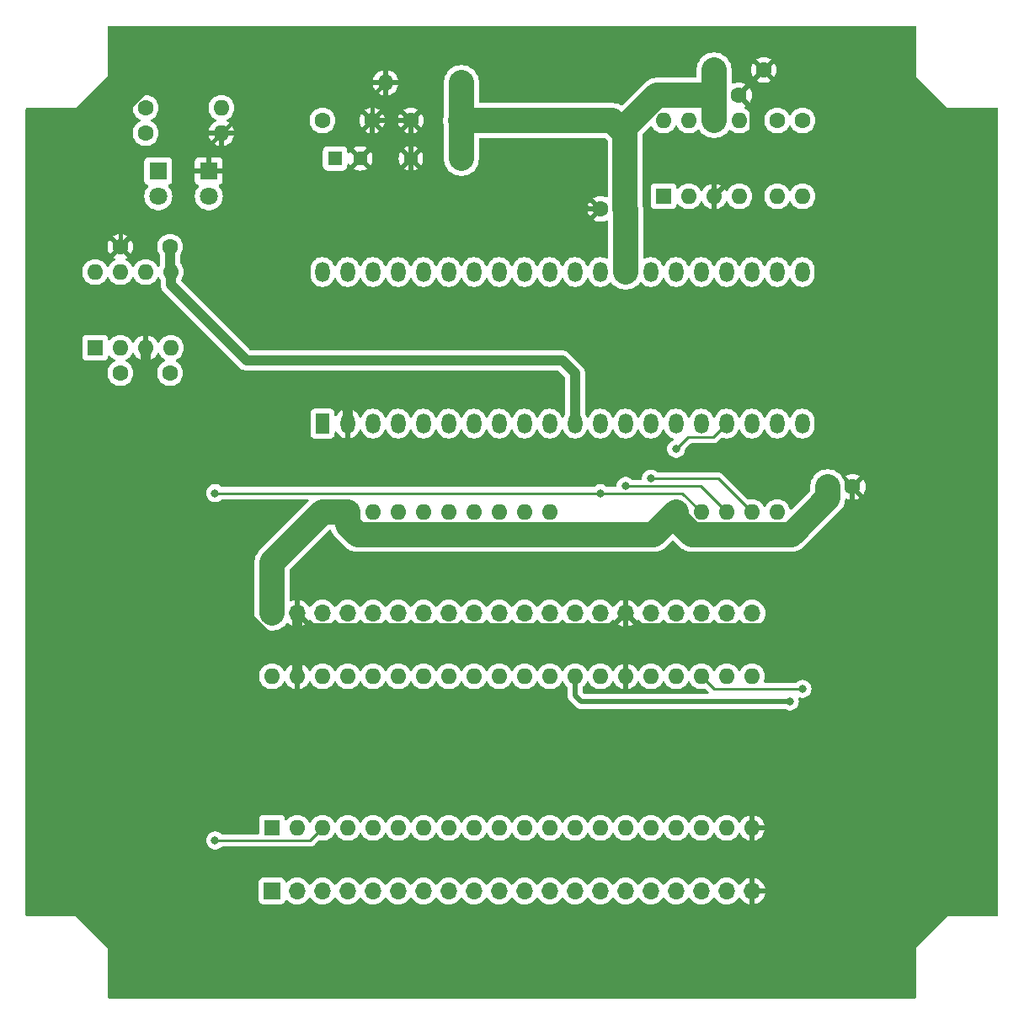
<source format=gbr>
%TF.GenerationSoftware,KiCad,Pcbnew,8.0.4*%
%TF.CreationDate,2024-08-29T15:53:48+09:00*%
%TF.ProjectId,TangNano8080MEM,54616e67-4e61-46e6-9f38-3038304d454d,rev?*%
%TF.SameCoordinates,Original*%
%TF.FileFunction,Copper,L1,Top*%
%TF.FilePolarity,Positive*%
%FSLAX46Y46*%
G04 Gerber Fmt 4.6, Leading zero omitted, Abs format (unit mm)*
G04 Created by KiCad (PCBNEW 8.0.4) date 2024-08-29 15:53:48*
%MOMM*%
%LPD*%
G01*
G04 APERTURE LIST*
%TA.AperFunction,ComponentPad*%
%ADD10C,1.600000*%
%TD*%
%TA.AperFunction,ComponentPad*%
%ADD11O,1.600000X1.600000*%
%TD*%
%TA.AperFunction,ComponentPad*%
%ADD12R,1.800000X1.800000*%
%TD*%
%TA.AperFunction,ComponentPad*%
%ADD13C,1.800000*%
%TD*%
%TA.AperFunction,ComponentPad*%
%ADD14R,1.600000X1.600000*%
%TD*%
%TA.AperFunction,ComponentPad*%
%ADD15R,1.700000X1.700000*%
%TD*%
%TA.AperFunction,ComponentPad*%
%ADD16O,1.700000X1.700000*%
%TD*%
%TA.AperFunction,ComponentPad*%
%ADD17R,1.440000X2.000000*%
%TD*%
%TA.AperFunction,ComponentPad*%
%ADD18O,1.440000X2.000000*%
%TD*%
%TA.AperFunction,ComponentPad*%
%ADD19R,1.450000X1.450000*%
%TD*%
%TA.AperFunction,ComponentPad*%
%ADD20C,1.450000*%
%TD*%
%TA.AperFunction,ViaPad*%
%ADD21C,0.800000*%
%TD*%
%TA.AperFunction,Conductor*%
%ADD22C,2.500000*%
%TD*%
%TA.AperFunction,Conductor*%
%ADD23C,0.400000*%
%TD*%
%TA.AperFunction,Conductor*%
%ADD24C,0.500000*%
%TD*%
%TA.AperFunction,Conductor*%
%ADD25C,1.000000*%
%TD*%
%TA.AperFunction,Conductor*%
%ADD26C,0.250000*%
%TD*%
G04 APERTURE END LIST*
D10*
%TO.P,R3,1*%
%TO.N,Net-(D2-A)*%
X12700000Y-11430000D03*
D11*
%TO.P,R3,2*%
%TO.N,GND*%
X20320000Y-11430000D03*
%TD*%
D12*
%TO.P,D2,1,K*%
%TO.N,-5V*%
X13970000Y-15240000D03*
D13*
%TO.P,D2,2,A*%
%TO.N,Net-(D2-A)*%
X13970000Y-17780000D03*
%TD*%
D10*
%TO.P,C5,1*%
%TO.N,+12V*%
X69850000Y-7620000D03*
%TO.P,C5,2*%
%TO.N,GND*%
X72350000Y-7620000D03*
%TD*%
%TO.P,C8,1*%
%TO.N,+12V*%
X60920000Y-19050000D03*
%TO.P,C8,2*%
%TO.N,GND*%
X58420000Y-19050000D03*
%TD*%
%TO.P,C6,1*%
%TO.N,+12V*%
X69850000Y-5080000D03*
%TO.P,C6,2*%
%TO.N,GND*%
X74850000Y-5080000D03*
%TD*%
D11*
%TO.P,R4,2*%
%TO.N,Net-(U2-\u03D51)*%
X78740000Y-17780000D03*
D10*
%TO.P,R4,1*%
%TO.N,Net-(U1-OUTA)*%
X78740000Y-10160000D03*
%TD*%
%TO.P,R2,1*%
%TO.N,Net-(D1-A)*%
X12700000Y-8890000D03*
D11*
%TO.P,R2,2*%
%TO.N,+12V*%
X20320000Y-8890000D03*
%TD*%
D14*
%TO.P,PS2,1,NC*%
%TO.N,unconnected-(PS2-NC-Pad1)*%
X7620000Y-33020000D03*
D11*
%TO.P,PS2,2,CAP+*%
%TO.N,Net-(PS2-CAP+)*%
X10160000Y-33020000D03*
%TO.P,PS2,3,GND*%
%TO.N,GND*%
X12700000Y-33020000D03*
%TO.P,PS2,4,CAP-*%
%TO.N,Net-(PS2-CAP-)*%
X15240000Y-33020000D03*
%TO.P,PS2,5,VOUT*%
%TO.N,-5V*%
X15240000Y-25400000D03*
%TO.P,PS2,6,LV*%
%TO.N,unconnected-(PS2-LV-Pad6)*%
X12700000Y-25400000D03*
%TO.P,PS2,7,OSC*%
%TO.N,unconnected-(PS2-OSC-Pad7)*%
X10160000Y-25400000D03*
%TO.P,PS2,8,V+*%
%TO.N,+5V*%
X7620000Y-25400000D03*
%TD*%
D10*
%TO.P,C2,1*%
%TO.N,+12V*%
X44370000Y-10160000D03*
%TO.P,C2,2*%
%TO.N,GND*%
X39370000Y-10160000D03*
%TD*%
D15*
%TO.P,J2,1,Pin_1*%
%TO.N,A10*%
X25400000Y-87630000D03*
D16*
%TO.P,J2,2,Pin_2*%
%TO.N,A11*%
X27940000Y-87630000D03*
%TO.P,J2,3,Pin_3*%
%TO.N,RESET*%
X30480000Y-87630000D03*
%TO.P,J2,4,Pin_4*%
%TO.N,A14*%
X33020000Y-87630000D03*
%TO.P,J2,5,Pin_5*%
%TO.N,A13*%
X35560000Y-87630000D03*
%TO.P,J2,6,Pin_6*%
%TO.N,A12*%
X38100000Y-87630000D03*
%TO.P,J2,7,Pin_7*%
%TO.N,A15*%
X40640000Y-87630000D03*
%TO.P,J2,8,Pin_8*%
%TO.N,A9*%
X43180000Y-87630000D03*
%TO.P,J2,9,Pin_9*%
%TO.N,A8*%
X45720000Y-87630000D03*
%TO.P,J2,10,Pin_10*%
%TO.N,A7*%
X48260000Y-87630000D03*
%TO.P,J2,11,Pin_11*%
%TO.N,A6*%
X50800000Y-87630000D03*
%TO.P,J2,12,Pin_12*%
%TO.N,A5*%
X53340000Y-87630000D03*
%TO.P,J2,13,Pin_13*%
%TO.N,A4*%
X55880000Y-87630000D03*
%TO.P,J2,14,Pin_14*%
%TO.N,A3*%
X58420000Y-87630000D03*
%TO.P,J2,15,Pin_15*%
%TO.N,A2*%
X60960000Y-87630000D03*
%TO.P,J2,16,Pin_16*%
%TO.N,A1*%
X63500000Y-87630000D03*
%TO.P,J2,17,Pin_17*%
%TO.N,A0*%
X66040000Y-87630000D03*
%TO.P,J2,18,Pin_18*%
%TO.N,WR_n*%
X68580000Y-87630000D03*
%TO.P,J2,19,Pin_19*%
%TO.N,3V3a*%
X71120000Y-87630000D03*
%TO.P,J2,20,Pin_20*%
%TO.N,GND*%
X73660000Y-87630000D03*
%TD*%
D14*
%TO.P,U1,1,NC*%
%TO.N,unconnected-(U1-NC-Pad1)*%
X64770000Y-17780000D03*
D11*
%TO.P,U1,2,INA*%
%TO.N,CLK1*%
X67310000Y-17780000D03*
%TO.P,U1,3,GND*%
%TO.N,GND*%
X69850000Y-17780000D03*
%TO.P,U1,4,INB*%
%TO.N,CLK2*%
X72390000Y-17780000D03*
%TO.P,U1,5,OUTB*%
%TO.N,Net-(U1-OUTB)*%
X72390000Y-10160000D03*
%TO.P,U1,6,Vs*%
%TO.N,+12V*%
X69850000Y-10160000D03*
%TO.P,U1,7,OUTA*%
%TO.N,Net-(U1-OUTA)*%
X67310000Y-10160000D03*
%TO.P,U1,8,NC*%
%TO.N,unconnected-(U1-NC-Pad8)*%
X64770000Y-10160000D03*
%TD*%
D17*
%TO.P,U2,1,A10*%
%TO.N,A10*%
X30480000Y-40640000D03*
D18*
%TO.P,U2,2,GND*%
%TO.N,GND*%
X33020000Y-40640000D03*
%TO.P,U2,3,D4*%
%TO.N,D4*%
X35560000Y-40640000D03*
%TO.P,U2,4,D5*%
%TO.N,D5*%
X38100000Y-40640000D03*
%TO.P,U2,5,D6*%
%TO.N,D6*%
X40640000Y-40640000D03*
%TO.P,U2,6,D7*%
%TO.N,D7*%
X43180000Y-40640000D03*
%TO.P,U2,7,D3*%
%TO.N,D3*%
X45720000Y-40640000D03*
%TO.P,U2,8,D2*%
%TO.N,D2*%
X48260000Y-40640000D03*
%TO.P,U2,9,D1*%
%TO.N,D1*%
X50800000Y-40640000D03*
%TO.P,U2,10,D0*%
%TO.N,D0*%
X53340000Y-40640000D03*
%TO.P,U2,11,-5V*%
%TO.N,-5V*%
X55880000Y-40640000D03*
%TO.P,U2,12,RESET*%
%TO.N,RESET*%
X58420000Y-40640000D03*
%TO.P,U2,13,HOLD*%
%TO.N,HOLD*%
X60960000Y-40640000D03*
%TO.P,U2,14,INT*%
%TO.N,INT*%
X63500000Y-40640000D03*
%TO.P,U2,15,\u03D52*%
%TO.N,Net-(U2-\u03D52)*%
X66040000Y-40640000D03*
%TO.P,U2,16,INTE*%
%TO.N,unconnected-(U2-INTE-Pad16)*%
X68580000Y-40640000D03*
%TO.P,U2,17,DBIN*%
%TO.N,DBIN*%
X71120000Y-40640000D03*
%TO.P,U2,18,~{WR}*%
%TO.N,WR_n*%
X73660000Y-40640000D03*
%TO.P,U2,19,SYNC*%
%TO.N,SYNC*%
X76200000Y-40640000D03*
%TO.P,U2,20,+5V*%
%TO.N,+5V*%
X78740000Y-40640000D03*
%TO.P,U2,21,HLDA*%
%TO.N,HLDA*%
X78740000Y-25400000D03*
%TO.P,U2,22,\u03D51*%
%TO.N,Net-(U2-\u03D51)*%
X76200000Y-25400000D03*
%TO.P,U2,23,READY*%
%TO.N,READY*%
X73660000Y-25400000D03*
%TO.P,U2,24,WAIT*%
%TO.N,unconnected-(U2-WAIT-Pad24)*%
X71120000Y-25400000D03*
%TO.P,U2,25,A0*%
%TO.N,A0*%
X68580000Y-25400000D03*
%TO.P,U2,26,A1*%
%TO.N,A1*%
X66040000Y-25400000D03*
%TO.P,U2,27,A2*%
%TO.N,A2*%
X63500000Y-25400000D03*
%TO.P,U2,28,+12V*%
%TO.N,+12V*%
X60960000Y-25400000D03*
%TO.P,U2,29,A3*%
%TO.N,A3*%
X58420000Y-25400000D03*
%TO.P,U2,30,A4*%
%TO.N,A4*%
X55880000Y-25400000D03*
%TO.P,U2,31,A5*%
%TO.N,A5*%
X53340000Y-25400000D03*
%TO.P,U2,32,A6*%
%TO.N,A6*%
X50800000Y-25400000D03*
%TO.P,U2,33,A7*%
%TO.N,A7*%
X48260000Y-25400000D03*
%TO.P,U2,34,A8*%
%TO.N,A8*%
X45720000Y-25400000D03*
%TO.P,U2,35,A9*%
%TO.N,A9*%
X43180000Y-25400000D03*
%TO.P,U2,36,A15*%
%TO.N,A15*%
X40640000Y-25400000D03*
%TO.P,U2,37,A12*%
%TO.N,A12*%
X38100000Y-25400000D03*
%TO.P,U2,38,A13*%
%TO.N,A13*%
X35560000Y-25400000D03*
%TO.P,U2,39,A14*%
%TO.N,A14*%
X33020000Y-25400000D03*
%TO.P,U2,40,A11*%
%TO.N,A11*%
X30480000Y-25400000D03*
%TD*%
D14*
%TO.P,J1,1,Pin_1*%
%TO.N,A10*%
X25400000Y-81280000D03*
D11*
%TO.P,J1,2,Pin_2*%
%TO.N,A11*%
X27940000Y-81280000D03*
%TO.P,J1,3,Pin_3*%
%TO.N,RESET*%
X30480000Y-81280000D03*
%TO.P,J1,4,Pin_4*%
%TO.N,A14*%
X33020000Y-81280000D03*
%TO.P,J1,5,Pin_5*%
%TO.N,A13*%
X35560000Y-81280000D03*
%TO.P,J1,6,Pin_6*%
%TO.N,A12*%
X38100000Y-81280000D03*
%TO.P,J1,7,Pin_7*%
%TO.N,A15*%
X40640000Y-81280000D03*
%TO.P,J1,8,Pin_8*%
%TO.N,A9*%
X43180000Y-81280000D03*
%TO.P,J1,9,Pin_9*%
%TO.N,A8*%
X45720000Y-81280000D03*
%TO.P,J1,10,Pin_10*%
%TO.N,A7*%
X48260000Y-81280000D03*
%TO.P,J1,11,Pin_11*%
%TO.N,A6*%
X50800000Y-81280000D03*
%TO.P,J1,12,Pin_12*%
%TO.N,A5*%
X53340000Y-81280000D03*
%TO.P,J1,13,Pin_13*%
%TO.N,A4*%
X55880000Y-81280000D03*
%TO.P,J1,14,Pin_14*%
%TO.N,A3*%
X58420000Y-81280000D03*
%TO.P,J1,15,Pin_15*%
%TO.N,A2*%
X60960000Y-81280000D03*
%TO.P,J1,16,Pin_16*%
%TO.N,A1*%
X63500000Y-81280000D03*
%TO.P,J1,17,Pin_17*%
%TO.N,A0*%
X66040000Y-81280000D03*
%TO.P,J1,18,Pin_18*%
%TO.N,WR_n*%
X68580000Y-81280000D03*
%TO.P,J1,19,Pin_19*%
%TO.N,3V3a*%
X71120000Y-81280000D03*
%TO.P,J1,20,Pin_20*%
%TO.N,GND*%
X73660000Y-81280000D03*
%TO.P,J1,21,Pin_21*%
%TO.N,INT*%
X73660000Y-66040000D03*
%TO.P,J1,22,Pin_22*%
%TO.N,HOLD*%
X71120000Y-66040000D03*
%TO.P,J1,23,Pin_23*%
%TO.N,HLDA*%
X68580000Y-66040000D03*
%TO.P,J1,24,Pin_24*%
%TO.N,DBIN*%
X66040000Y-66040000D03*
%TO.P,J1,25,Pin_25*%
%TO.N,3V3b*%
X63500000Y-66040000D03*
%TO.P,J1,26,Pin_26*%
%TO.N,GND*%
X60960000Y-66040000D03*
%TO.P,J1,27,Pin_27*%
%TO.N,LED_RGB*%
X58420000Y-66040000D03*
%TO.P,J1,28,Pin_28*%
%TO.N,SYNC*%
X55880000Y-66040000D03*
%TO.P,J1,29,Pin_29*%
%TO.N,D0*%
X53340000Y-66040000D03*
%TO.P,J1,30,Pin_30*%
%TO.N,D1*%
X50800000Y-66040000D03*
%TO.P,J1,31,Pin_31*%
%TO.N,D2*%
X48260000Y-66040000D03*
%TO.P,J1,32,Pin_32*%
%TO.N,D3*%
X45720000Y-66040000D03*
%TO.P,J1,33,Pin_33*%
%TO.N,D7*%
X43180000Y-66040000D03*
%TO.P,J1,34,Pin_34*%
%TO.N,D6*%
X40640000Y-66040000D03*
%TO.P,J1,35,Pin_35*%
%TO.N,D5*%
X38100000Y-66040000D03*
%TO.P,J1,36,Pin_36*%
%TO.N,D4*%
X35560000Y-66040000D03*
%TO.P,J1,37,Pin_37*%
%TO.N,CLK2*%
X33020000Y-66040000D03*
%TO.P,J1,38,Pin_38*%
%TO.N,CLK1*%
X30480000Y-66040000D03*
%TO.P,J1,39,Pin_39*%
%TO.N,GND*%
X27940000Y-66040000D03*
%TO.P,J1,40,Pin_40*%
%TO.N,+5V*%
X25400000Y-66040000D03*
%TD*%
D12*
%TO.P,D1,1,K*%
%TO.N,GND*%
X19050000Y-15240000D03*
D13*
%TO.P,D1,2,A*%
%TO.N,Net-(D1-A)*%
X19050000Y-17780000D03*
%TD*%
D14*
%TO.P,RN2,1,common*%
%TO.N,+5V*%
X66040000Y-49530000D03*
D11*
%TO.P,RN2,2,R1*%
%TO.N,RESET*%
X68580000Y-49530000D03*
%TO.P,RN2,3,R2*%
%TO.N,HOLD*%
X71120000Y-49530000D03*
%TO.P,RN2,4,R3*%
%TO.N,INT*%
X73660000Y-49530000D03*
%TO.P,RN2,5,R4*%
%TO.N,READY*%
X76200000Y-49530000D03*
%TD*%
D14*
%TO.P,RN1,1,common*%
%TO.N,+5V*%
X33020000Y-49530000D03*
D11*
%TO.P,RN1,2,R1*%
%TO.N,D4*%
X35560000Y-49530000D03*
%TO.P,RN1,3,R2*%
%TO.N,D5*%
X38100000Y-49530000D03*
%TO.P,RN1,4,R3*%
%TO.N,D6*%
X40640000Y-49530000D03*
%TO.P,RN1,5,R4*%
%TO.N,D7*%
X43180000Y-49530000D03*
%TO.P,RN1,6,R5*%
%TO.N,D3*%
X45720000Y-49530000D03*
%TO.P,RN1,7,R6*%
%TO.N,D2*%
X48260000Y-49530000D03*
%TO.P,RN1,8,R7*%
%TO.N,D1*%
X50800000Y-49530000D03*
%TO.P,RN1,9,R8*%
%TO.N,D0*%
X53340000Y-49530000D03*
%TD*%
D10*
%TO.P,R5,1*%
%TO.N,Net-(U1-OUTB)*%
X76200000Y-10160000D03*
D11*
%TO.P,R5,2*%
%TO.N,Net-(U2-\u03D52)*%
X76200000Y-17780000D03*
%TD*%
D10*
%TO.P,C3,1*%
%TO.N,Net-(PS2-CAP+)*%
X10160000Y-35560000D03*
%TO.P,C3,2*%
%TO.N,Net-(PS2-CAP-)*%
X15160000Y-35560000D03*
%TD*%
%TO.P,C1,1*%
%TO.N,+5V*%
X30480000Y-10160000D03*
%TO.P,C1,2*%
%TO.N,GND*%
X35480000Y-10160000D03*
%TD*%
D19*
%TO.P,PS1,1,+VIN*%
%TO.N,+5V*%
X31750000Y-13970000D03*
D20*
%TO.P,PS1,2,-VIN*%
%TO.N,GND*%
X34290000Y-13970000D03*
%TO.P,PS1,4,-VOUT*%
X39370000Y-13970000D03*
%TO.P,PS1,6,+VOUT*%
%TO.N,+12V*%
X44450000Y-13970000D03*
%TD*%
D10*
%TO.P,C7,1*%
%TO.N,+5V*%
X81280000Y-46990000D03*
%TO.P,C7,2*%
%TO.N,GND*%
X83780000Y-46990000D03*
%TD*%
D15*
%TO.P,J3,1,Pin_1*%
%TO.N,+5V*%
X25400000Y-59690000D03*
D16*
%TO.P,J3,2,Pin_2*%
%TO.N,GND*%
X27940000Y-59690000D03*
%TO.P,J3,3,Pin_3*%
%TO.N,CLK1*%
X30480000Y-59690000D03*
%TO.P,J3,4,Pin_4*%
%TO.N,CLK2*%
X33020000Y-59690000D03*
%TO.P,J3,5,Pin_5*%
%TO.N,D4*%
X35560000Y-59690000D03*
%TO.P,J3,6,Pin_6*%
%TO.N,D5*%
X38100000Y-59690000D03*
%TO.P,J3,7,Pin_7*%
%TO.N,D6*%
X40640000Y-59690000D03*
%TO.P,J3,8,Pin_8*%
%TO.N,D7*%
X43180000Y-59690000D03*
%TO.P,J3,9,Pin_9*%
%TO.N,D3*%
X45720000Y-59690000D03*
%TO.P,J3,10,Pin_10*%
%TO.N,D2*%
X48260000Y-59690000D03*
%TO.P,J3,11,Pin_11*%
%TO.N,D1*%
X50800000Y-59690000D03*
%TO.P,J3,12,Pin_12*%
%TO.N,D0*%
X53340000Y-59690000D03*
%TO.P,J3,13,Pin_13*%
%TO.N,SYNC*%
X55880000Y-59690000D03*
%TO.P,J3,14,Pin_14*%
%TO.N,LED_RGB*%
X58420000Y-59690000D03*
%TO.P,J3,15,Pin_15*%
%TO.N,GND*%
X60960000Y-59690000D03*
%TO.P,J3,16,Pin_16*%
%TO.N,3V3b*%
X63500000Y-59690000D03*
%TO.P,J3,17,Pin_17*%
%TO.N,DBIN*%
X66040000Y-59690000D03*
%TO.P,J3,18,Pin_18*%
%TO.N,HLDA*%
X68580000Y-59690000D03*
%TO.P,J3,19,Pin_19*%
%TO.N,HOLD*%
X71120000Y-59690000D03*
%TO.P,J3,20,Pin_20*%
%TO.N,INT*%
X73660000Y-59690000D03*
%TD*%
D10*
%TO.P,C4,1*%
%TO.N,-5V*%
X15160000Y-22860000D03*
%TO.P,C4,2*%
%TO.N,GND*%
X10160000Y-22860000D03*
%TD*%
%TO.P,R1,1*%
%TO.N,+12V*%
X44450000Y-6350000D03*
D11*
%TO.P,R1,2*%
%TO.N,GND*%
X36830000Y-6350000D03*
%TD*%
D21*
%TO.N,INT*%
X63500000Y-46175000D03*
%TO.N,RESET*%
X19685000Y-82550000D03*
X58420000Y-47625000D03*
X19685000Y-47625000D03*
%TO.N,SYNC*%
X77470000Y-68580000D03*
%TO.N,HLDA*%
X78740000Y-67310000D03*
%TO.N,HOLD*%
X60960000Y-46900000D03*
%TO.N,DBIN*%
X66040000Y-43180000D03*
%TD*%
D22*
%TO.N,+12V*%
X60960000Y-19090000D02*
X60920000Y-19050000D01*
X60960000Y-25400000D02*
X60960000Y-19090000D01*
X44450000Y-6350000D02*
X44450000Y-10080000D01*
X44450000Y-10080000D02*
X44370000Y-10160000D01*
D23*
%TO.N,GND*%
X35480000Y-7700000D02*
X36830000Y-6350000D01*
X35480000Y-10160000D02*
X35480000Y-7700000D01*
X12907943Y-6985000D02*
X24765000Y-6985000D01*
X10160000Y-9732943D02*
X12907943Y-6985000D01*
X10160000Y-22860000D02*
X10160000Y-9732943D01*
X19050000Y-12700000D02*
X19050000Y-15240000D01*
X20320000Y-11430000D02*
X19050000Y-12700000D01*
X24765000Y-6985000D02*
X20320000Y-11430000D01*
X35480000Y-10160000D02*
X32305000Y-6985000D01*
X32305000Y-6985000D02*
X24765000Y-6985000D01*
D24*
X39370000Y-16510000D02*
X39370000Y-13970000D01*
X52070000Y-17780000D02*
X40640000Y-17780000D01*
X40640000Y-17780000D02*
X39370000Y-16510000D01*
X55880000Y-17780000D02*
X52070000Y-17780000D01*
X57150000Y-19050000D02*
X55880000Y-17780000D01*
X58420000Y-19050000D02*
X57150000Y-19050000D01*
D25*
X26452284Y-63500000D02*
X27940000Y-63500000D01*
X33020000Y-40640000D02*
X33020000Y-39200000D01*
X12700000Y-33020000D02*
X12700000Y-49747716D01*
D24*
X83780000Y-46990000D02*
X83780000Y-58460000D01*
X72350000Y-7580000D02*
X74850000Y-5080000D01*
X35480000Y-10160000D02*
X39370000Y-10160000D01*
X81250000Y-60990000D02*
X81280000Y-60960000D01*
X29240000Y-60990000D02*
X59660000Y-60990000D01*
X60960000Y-59690000D02*
X62260000Y-60990000D01*
D25*
X12700000Y-49747716D02*
X26452284Y-63500000D01*
X27940000Y-59690000D02*
X27940000Y-63500000D01*
D24*
X59660000Y-60990000D02*
X60960000Y-59690000D01*
X33020000Y-40640000D02*
X33020000Y-39700000D01*
X72350000Y-7620000D02*
X73640000Y-8910000D01*
X35480000Y-10160000D02*
X35480000Y-12780000D01*
X62260000Y-60990000D02*
X81250000Y-60990000D01*
D25*
X33020000Y-39200000D02*
X31285000Y-37465000D01*
D24*
X73640000Y-13990000D02*
X69850000Y-17780000D01*
D25*
X31285000Y-37465000D02*
X12700000Y-37465000D01*
D24*
X81280000Y-78740000D02*
X78740000Y-81280000D01*
X39370000Y-10160000D02*
X39370000Y-13970000D01*
X27940000Y-59690000D02*
X29240000Y-60990000D01*
X35480000Y-12780000D02*
X34290000Y-13970000D01*
X81280000Y-60960000D02*
X81280000Y-78740000D01*
X73640000Y-8910000D02*
X73640000Y-13990000D01*
X83780000Y-58460000D02*
X81280000Y-60960000D01*
D25*
X27940000Y-63500000D02*
X27940000Y-66040000D01*
D24*
X78740000Y-81280000D02*
X73660000Y-81280000D01*
X24560000Y-61390000D02*
X12700000Y-49530000D01*
D22*
%TO.N,+5V*%
X25400000Y-54610000D02*
X30480000Y-49530000D01*
X66040000Y-49530000D02*
X63790000Y-51780000D01*
X63790000Y-51780000D02*
X34000000Y-51780000D01*
X77621370Y-51780000D02*
X67648019Y-51780000D01*
X34000000Y-51780000D02*
X33020000Y-50800000D01*
X66040000Y-50171981D02*
X66040000Y-49530000D01*
X30480000Y-49530000D02*
X33020000Y-49530000D01*
X33020000Y-50800000D02*
X33020000Y-49530000D01*
X81280000Y-46990000D02*
X81280000Y-48121370D01*
X67648019Y-51780000D02*
X66040000Y-50171981D01*
X81280000Y-48121370D02*
X77621370Y-51780000D01*
X25400000Y-59690000D02*
X25400000Y-54610000D01*
%TO.N,+12V*%
X44450000Y-13970000D02*
X44450000Y-10240000D01*
X69850000Y-7620000D02*
X64128019Y-7620000D01*
X59610000Y-10160000D02*
X60920000Y-11470000D01*
X64128019Y-7620000D02*
X60920000Y-10828019D01*
X45720000Y-10160000D02*
X59610000Y-10160000D01*
X69850000Y-10160000D02*
X69850000Y-5080000D01*
X44370000Y-10160000D02*
X45720000Y-10160000D01*
X60920000Y-13970000D02*
X60920000Y-19050000D01*
X44450000Y-10240000D02*
X44370000Y-10160000D01*
X60920000Y-10828019D02*
X60920000Y-13970000D01*
X60920000Y-11470000D02*
X60920000Y-13970000D01*
D25*
%TO.N,-5V*%
X54610000Y-34290000D02*
X55880000Y-35560000D01*
X15240000Y-26670000D02*
X22860000Y-34290000D01*
X22860000Y-34290000D02*
X54610000Y-34290000D01*
X55880000Y-35560000D02*
X55880000Y-40640000D01*
X15160000Y-22860000D02*
X15160000Y-25320000D01*
X15240000Y-25400000D02*
X15240000Y-26670000D01*
D26*
%TO.N,INT*%
X70305000Y-46175000D02*
X63500000Y-46175000D01*
X73660000Y-49530000D02*
X70305000Y-46175000D01*
%TO.N,RESET*%
X19685000Y-82550000D02*
X29210000Y-82550000D01*
X58420000Y-47625000D02*
X19685000Y-47625000D01*
X66675000Y-47625000D02*
X58420000Y-47625000D01*
X29210000Y-82550000D02*
X30480000Y-81280000D01*
X68580000Y-49530000D02*
X66675000Y-47625000D01*
D24*
%TO.N,SYNC*%
X77470000Y-68580000D02*
X56515000Y-68580000D01*
X56515000Y-68580000D02*
X55880000Y-67945000D01*
X55880000Y-67945000D02*
X55880000Y-66040000D01*
D26*
%TO.N,HLDA*%
X68580000Y-66040000D02*
X69850000Y-67310000D01*
X69850000Y-67310000D02*
X78740000Y-67310000D01*
%TO.N,HOLD*%
X71120000Y-49530000D02*
X68490000Y-46900000D01*
X68490000Y-46900000D02*
X60960000Y-46900000D01*
%TO.N,DBIN*%
X67255000Y-41965000D02*
X66040000Y-43180000D01*
X69795000Y-41965000D02*
X67255000Y-41965000D01*
X71120000Y-40640000D02*
X69795000Y-41965000D01*
%TD*%
%TA.AperFunction,Conductor*%
%TO.N,GND*%
G36*
X61210000Y-67318872D02*
G01*
X61406317Y-67266269D01*
X61406326Y-67266265D01*
X61612482Y-67170134D01*
X61798820Y-67039657D01*
X61959657Y-66878820D01*
X62090132Y-66692484D01*
X62117341Y-66634134D01*
X62163513Y-66581695D01*
X62230707Y-66562542D01*
X62297588Y-66582757D01*
X62342105Y-66634132D01*
X62343495Y-66637112D01*
X62369431Y-66692732D01*
X62369432Y-66692734D01*
X62499954Y-66879141D01*
X62660858Y-67040045D01*
X62660861Y-67040047D01*
X62847266Y-67170568D01*
X63053504Y-67266739D01*
X63273308Y-67325635D01*
X63430780Y-67339412D01*
X63499998Y-67345468D01*
X63500000Y-67345468D01*
X63500002Y-67345468D01*
X63569220Y-67339412D01*
X63726692Y-67325635D01*
X63946496Y-67266739D01*
X64152734Y-67170568D01*
X64339139Y-67040047D01*
X64500047Y-66879139D01*
X64630568Y-66692734D01*
X64657618Y-66634724D01*
X64703790Y-66582285D01*
X64770983Y-66563133D01*
X64837865Y-66583348D01*
X64882381Y-66634724D01*
X64883495Y-66637112D01*
X64909429Y-66692728D01*
X64909432Y-66692734D01*
X65039954Y-66879141D01*
X65200858Y-67040045D01*
X65200861Y-67040047D01*
X65387266Y-67170568D01*
X65593504Y-67266739D01*
X65813308Y-67325635D01*
X65970780Y-67339412D01*
X66039998Y-67345468D01*
X66040000Y-67345468D01*
X66040002Y-67345468D01*
X66109220Y-67339412D01*
X66266692Y-67325635D01*
X66486496Y-67266739D01*
X66692734Y-67170568D01*
X66879139Y-67040047D01*
X67040047Y-66879139D01*
X67170568Y-66692734D01*
X67197618Y-66634724D01*
X67243790Y-66582285D01*
X67310983Y-66563133D01*
X67377865Y-66583348D01*
X67422381Y-66634724D01*
X67423495Y-66637112D01*
X67449429Y-66692728D01*
X67449432Y-66692734D01*
X67579954Y-66879141D01*
X67740858Y-67040045D01*
X67740861Y-67040047D01*
X67927266Y-67170568D01*
X68133504Y-67266739D01*
X68353308Y-67325635D01*
X68510780Y-67339412D01*
X68579998Y-67345468D01*
X68580000Y-67345468D01*
X68580002Y-67345468D01*
X68649220Y-67339412D01*
X68806692Y-67325635D01*
X68875048Y-67307319D01*
X68944896Y-67308980D01*
X68994822Y-67339412D01*
X69273229Y-67617819D01*
X69306714Y-67679142D01*
X69301730Y-67748834D01*
X69259858Y-67804767D01*
X69194394Y-67829184D01*
X69185548Y-67829500D01*
X56877229Y-67829500D01*
X56810190Y-67809815D01*
X56789553Y-67793185D01*
X56666817Y-67670449D01*
X56633334Y-67609128D01*
X56630500Y-67582770D01*
X56630500Y-67166662D01*
X56650185Y-67099623D01*
X56683379Y-67065086D01*
X56719140Y-67040046D01*
X56880045Y-66879141D01*
X56880047Y-66879139D01*
X57010568Y-66692734D01*
X57037618Y-66634724D01*
X57083790Y-66582285D01*
X57150983Y-66563133D01*
X57217865Y-66583348D01*
X57262381Y-66634724D01*
X57263495Y-66637112D01*
X57289429Y-66692728D01*
X57289432Y-66692734D01*
X57419954Y-66879141D01*
X57580858Y-67040045D01*
X57580861Y-67040047D01*
X57767266Y-67170568D01*
X57973504Y-67266739D01*
X58193308Y-67325635D01*
X58350780Y-67339412D01*
X58419998Y-67345468D01*
X58420000Y-67345468D01*
X58420002Y-67345468D01*
X58489220Y-67339412D01*
X58646692Y-67325635D01*
X58866496Y-67266739D01*
X59072734Y-67170568D01*
X59259139Y-67040047D01*
X59420047Y-66879139D01*
X59550568Y-66692734D01*
X59577895Y-66634129D01*
X59624064Y-66581695D01*
X59691257Y-66562542D01*
X59758139Y-66582757D01*
X59802657Y-66634133D01*
X59829865Y-66692482D01*
X59960342Y-66878820D01*
X60121179Y-67039657D01*
X60307517Y-67170134D01*
X60513673Y-67266265D01*
X60513682Y-67266269D01*
X60709999Y-67318872D01*
X60710000Y-67318871D01*
X60710000Y-66355686D01*
X60714394Y-66360080D01*
X60805606Y-66412741D01*
X60907339Y-66440000D01*
X61012661Y-66440000D01*
X61114394Y-66412741D01*
X61205606Y-66360080D01*
X61210000Y-66355686D01*
X61210000Y-67318872D01*
G37*
%TD.AperFunction*%
%TA.AperFunction,Conductor*%
G36*
X90113039Y-654685D02*
G01*
X90158794Y-707489D01*
X90170000Y-759000D01*
X90170000Y-5715000D01*
X93345000Y-8890000D01*
X98301000Y-8890000D01*
X98368039Y-8909685D01*
X98413794Y-8962489D01*
X98425000Y-9014000D01*
X98425000Y-90046000D01*
X98405315Y-90113039D01*
X98352511Y-90158794D01*
X98301000Y-90170000D01*
X93344999Y-90170000D01*
X90170000Y-93344999D01*
X90170000Y-98301000D01*
X90150315Y-98368039D01*
X90097511Y-98413794D01*
X90046000Y-98425000D01*
X9014000Y-98425000D01*
X8946961Y-98405315D01*
X8901206Y-98352511D01*
X8890000Y-98301000D01*
X8890000Y-93345000D01*
X5715000Y-90170000D01*
X759000Y-90170000D01*
X691961Y-90150315D01*
X646206Y-90097511D01*
X635000Y-90046000D01*
X635000Y-86732135D01*
X24049500Y-86732135D01*
X24049500Y-88527870D01*
X24049501Y-88527876D01*
X24055908Y-88587483D01*
X24106202Y-88722328D01*
X24106206Y-88722335D01*
X24192452Y-88837544D01*
X24192455Y-88837547D01*
X24307664Y-88923793D01*
X24307671Y-88923797D01*
X24442517Y-88974091D01*
X24442516Y-88974091D01*
X24449444Y-88974835D01*
X24502127Y-88980500D01*
X26297872Y-88980499D01*
X26357483Y-88974091D01*
X26492331Y-88923796D01*
X26607546Y-88837546D01*
X26693796Y-88722331D01*
X26742810Y-88590916D01*
X26784681Y-88534984D01*
X26850145Y-88510566D01*
X26918418Y-88525417D01*
X26946673Y-88546569D01*
X27068599Y-88668495D01*
X27165384Y-88736265D01*
X27262165Y-88804032D01*
X27262167Y-88804033D01*
X27262170Y-88804035D01*
X27476337Y-88903903D01*
X27704592Y-88965063D01*
X27881034Y-88980500D01*
X27939999Y-88985659D01*
X27940000Y-88985659D01*
X27940001Y-88985659D01*
X27998966Y-88980500D01*
X28175408Y-88965063D01*
X28403663Y-88903903D01*
X28617830Y-88804035D01*
X28811401Y-88668495D01*
X28978495Y-88501401D01*
X29108425Y-88315842D01*
X29163002Y-88272217D01*
X29232500Y-88265023D01*
X29294855Y-88296546D01*
X29311575Y-88315842D01*
X29441281Y-88501082D01*
X29441505Y-88501401D01*
X29608599Y-88668495D01*
X29705384Y-88736265D01*
X29802165Y-88804032D01*
X29802167Y-88804033D01*
X29802170Y-88804035D01*
X30016337Y-88903903D01*
X30244592Y-88965063D01*
X30421034Y-88980500D01*
X30479999Y-88985659D01*
X30480000Y-88985659D01*
X30480001Y-88985659D01*
X30538966Y-88980500D01*
X30715408Y-88965063D01*
X30943663Y-88903903D01*
X31157830Y-88804035D01*
X31351401Y-88668495D01*
X31518495Y-88501401D01*
X31648425Y-88315842D01*
X31703002Y-88272217D01*
X31772500Y-88265023D01*
X31834855Y-88296546D01*
X31851575Y-88315842D01*
X31981281Y-88501082D01*
X31981505Y-88501401D01*
X32148599Y-88668495D01*
X32245384Y-88736265D01*
X32342165Y-88804032D01*
X32342167Y-88804033D01*
X32342170Y-88804035D01*
X32556337Y-88903903D01*
X32784592Y-88965063D01*
X32961034Y-88980500D01*
X33019999Y-88985659D01*
X33020000Y-88985659D01*
X33020001Y-88985659D01*
X33078966Y-88980500D01*
X33255408Y-88965063D01*
X33483663Y-88903903D01*
X33697830Y-88804035D01*
X33891401Y-88668495D01*
X34058495Y-88501401D01*
X34188425Y-88315842D01*
X34243002Y-88272217D01*
X34312500Y-88265023D01*
X34374855Y-88296546D01*
X34391575Y-88315842D01*
X34521281Y-88501082D01*
X34521505Y-88501401D01*
X34688599Y-88668495D01*
X34785384Y-88736265D01*
X34882165Y-88804032D01*
X34882167Y-88804033D01*
X34882170Y-88804035D01*
X35096337Y-88903903D01*
X35324592Y-88965063D01*
X35501034Y-88980500D01*
X35559999Y-88985659D01*
X35560000Y-88985659D01*
X35560001Y-88985659D01*
X35618966Y-88980500D01*
X35795408Y-88965063D01*
X36023663Y-88903903D01*
X36237830Y-88804035D01*
X36431401Y-88668495D01*
X36598495Y-88501401D01*
X36728425Y-88315842D01*
X36783002Y-88272217D01*
X36852500Y-88265023D01*
X36914855Y-88296546D01*
X36931575Y-88315842D01*
X37061281Y-88501082D01*
X37061505Y-88501401D01*
X37228599Y-88668495D01*
X37325384Y-88736265D01*
X37422165Y-88804032D01*
X37422167Y-88804033D01*
X37422170Y-88804035D01*
X37636337Y-88903903D01*
X37864592Y-88965063D01*
X38041034Y-88980500D01*
X38099999Y-88985659D01*
X38100000Y-88985659D01*
X38100001Y-88985659D01*
X38158966Y-88980500D01*
X38335408Y-88965063D01*
X38563663Y-88903903D01*
X38777830Y-88804035D01*
X38971401Y-88668495D01*
X39138495Y-88501401D01*
X39268425Y-88315842D01*
X39323002Y-88272217D01*
X39392500Y-88265023D01*
X39454855Y-88296546D01*
X39471575Y-88315842D01*
X39601281Y-88501082D01*
X39601505Y-88501401D01*
X39768599Y-88668495D01*
X39865384Y-88736265D01*
X39962165Y-88804032D01*
X39962167Y-88804033D01*
X39962170Y-88804035D01*
X40176337Y-88903903D01*
X40404592Y-88965063D01*
X40581034Y-88980500D01*
X40639999Y-88985659D01*
X40640000Y-88985659D01*
X40640001Y-88985659D01*
X40698966Y-88980500D01*
X40875408Y-88965063D01*
X41103663Y-88903903D01*
X41317830Y-88804035D01*
X41511401Y-88668495D01*
X41678495Y-88501401D01*
X41808425Y-88315842D01*
X41863002Y-88272217D01*
X41932500Y-88265023D01*
X41994855Y-88296546D01*
X42011575Y-88315842D01*
X42141281Y-88501082D01*
X42141505Y-88501401D01*
X42308599Y-88668495D01*
X42405384Y-88736265D01*
X42502165Y-88804032D01*
X42502167Y-88804033D01*
X42502170Y-88804035D01*
X42716337Y-88903903D01*
X42944592Y-88965063D01*
X43121034Y-88980500D01*
X43179999Y-88985659D01*
X43180000Y-88985659D01*
X43180001Y-88985659D01*
X43238966Y-88980500D01*
X43415408Y-88965063D01*
X43643663Y-88903903D01*
X43857830Y-88804035D01*
X44051401Y-88668495D01*
X44218495Y-88501401D01*
X44348425Y-88315842D01*
X44403002Y-88272217D01*
X44472500Y-88265023D01*
X44534855Y-88296546D01*
X44551575Y-88315842D01*
X44681281Y-88501082D01*
X44681505Y-88501401D01*
X44848599Y-88668495D01*
X44945384Y-88736265D01*
X45042165Y-88804032D01*
X45042167Y-88804033D01*
X45042170Y-88804035D01*
X45256337Y-88903903D01*
X45484592Y-88965063D01*
X45661034Y-88980500D01*
X45719999Y-88985659D01*
X45720000Y-88985659D01*
X45720001Y-88985659D01*
X45778966Y-88980500D01*
X45955408Y-88965063D01*
X46183663Y-88903903D01*
X46397830Y-88804035D01*
X46591401Y-88668495D01*
X46758495Y-88501401D01*
X46888425Y-88315842D01*
X46943002Y-88272217D01*
X47012500Y-88265023D01*
X47074855Y-88296546D01*
X47091575Y-88315842D01*
X47221281Y-88501082D01*
X47221505Y-88501401D01*
X47388599Y-88668495D01*
X47485384Y-88736265D01*
X47582165Y-88804032D01*
X47582167Y-88804033D01*
X47582170Y-88804035D01*
X47796337Y-88903903D01*
X48024592Y-88965063D01*
X48201034Y-88980500D01*
X48259999Y-88985659D01*
X48260000Y-88985659D01*
X48260001Y-88985659D01*
X48318966Y-88980500D01*
X48495408Y-88965063D01*
X48723663Y-88903903D01*
X48937830Y-88804035D01*
X49131401Y-88668495D01*
X49298495Y-88501401D01*
X49428425Y-88315842D01*
X49483002Y-88272217D01*
X49552500Y-88265023D01*
X49614855Y-88296546D01*
X49631575Y-88315842D01*
X49761281Y-88501082D01*
X49761505Y-88501401D01*
X49928599Y-88668495D01*
X50025384Y-88736265D01*
X50122165Y-88804032D01*
X50122167Y-88804033D01*
X50122170Y-88804035D01*
X50336337Y-88903903D01*
X50564592Y-88965063D01*
X50741034Y-88980500D01*
X50799999Y-88985659D01*
X50800000Y-88985659D01*
X50800001Y-88985659D01*
X50858966Y-88980500D01*
X51035408Y-88965063D01*
X51263663Y-88903903D01*
X51477830Y-88804035D01*
X51671401Y-88668495D01*
X51838495Y-88501401D01*
X51968425Y-88315842D01*
X52023002Y-88272217D01*
X52092500Y-88265023D01*
X52154855Y-88296546D01*
X52171575Y-88315842D01*
X52301281Y-88501082D01*
X52301505Y-88501401D01*
X52468599Y-88668495D01*
X52565384Y-88736265D01*
X52662165Y-88804032D01*
X52662167Y-88804033D01*
X52662170Y-88804035D01*
X52876337Y-88903903D01*
X53104592Y-88965063D01*
X53281034Y-88980500D01*
X53339999Y-88985659D01*
X53340000Y-88985659D01*
X53340001Y-88985659D01*
X53398966Y-88980500D01*
X53575408Y-88965063D01*
X53803663Y-88903903D01*
X54017830Y-88804035D01*
X54211401Y-88668495D01*
X54378495Y-88501401D01*
X54508425Y-88315842D01*
X54563002Y-88272217D01*
X54632500Y-88265023D01*
X54694855Y-88296546D01*
X54711575Y-88315842D01*
X54841281Y-88501082D01*
X54841505Y-88501401D01*
X55008599Y-88668495D01*
X55105384Y-88736265D01*
X55202165Y-88804032D01*
X55202167Y-88804033D01*
X55202170Y-88804035D01*
X55416337Y-88903903D01*
X55644592Y-88965063D01*
X55821034Y-88980500D01*
X55879999Y-88985659D01*
X55880000Y-88985659D01*
X55880001Y-88985659D01*
X55938966Y-88980500D01*
X56115408Y-88965063D01*
X56343663Y-88903903D01*
X56557830Y-88804035D01*
X56751401Y-88668495D01*
X56918495Y-88501401D01*
X57048425Y-88315842D01*
X57103002Y-88272217D01*
X57172500Y-88265023D01*
X57234855Y-88296546D01*
X57251575Y-88315842D01*
X57381281Y-88501082D01*
X57381505Y-88501401D01*
X57548599Y-88668495D01*
X57645384Y-88736265D01*
X57742165Y-88804032D01*
X57742167Y-88804033D01*
X57742170Y-88804035D01*
X57956337Y-88903903D01*
X58184592Y-88965063D01*
X58361034Y-88980500D01*
X58419999Y-88985659D01*
X58420000Y-88985659D01*
X58420001Y-88985659D01*
X58478966Y-88980500D01*
X58655408Y-88965063D01*
X58883663Y-88903903D01*
X59097830Y-88804035D01*
X59291401Y-88668495D01*
X59458495Y-88501401D01*
X59588425Y-88315842D01*
X59643002Y-88272217D01*
X59712500Y-88265023D01*
X59774855Y-88296546D01*
X59791575Y-88315842D01*
X59921281Y-88501082D01*
X59921505Y-88501401D01*
X60088599Y-88668495D01*
X60185384Y-88736265D01*
X60282165Y-88804032D01*
X60282167Y-88804033D01*
X60282170Y-88804035D01*
X60496337Y-88903903D01*
X60724592Y-88965063D01*
X60901034Y-88980500D01*
X60959999Y-88985659D01*
X60960000Y-88985659D01*
X60960001Y-88985659D01*
X61018966Y-88980500D01*
X61195408Y-88965063D01*
X61423663Y-88903903D01*
X61637830Y-88804035D01*
X61831401Y-88668495D01*
X61998495Y-88501401D01*
X62128425Y-88315842D01*
X62183002Y-88272217D01*
X62252500Y-88265023D01*
X62314855Y-88296546D01*
X62331575Y-88315842D01*
X62461281Y-88501082D01*
X62461505Y-88501401D01*
X62628599Y-88668495D01*
X62725384Y-88736265D01*
X62822165Y-88804032D01*
X62822167Y-88804033D01*
X62822170Y-88804035D01*
X63036337Y-88903903D01*
X63264592Y-88965063D01*
X63441034Y-88980500D01*
X63499999Y-88985659D01*
X63500000Y-88985659D01*
X63500001Y-88985659D01*
X63558966Y-88980500D01*
X63735408Y-88965063D01*
X63963663Y-88903903D01*
X64177830Y-88804035D01*
X64371401Y-88668495D01*
X64538495Y-88501401D01*
X64668425Y-88315842D01*
X64723002Y-88272217D01*
X64792500Y-88265023D01*
X64854855Y-88296546D01*
X64871575Y-88315842D01*
X65001281Y-88501082D01*
X65001505Y-88501401D01*
X65168599Y-88668495D01*
X65265384Y-88736265D01*
X65362165Y-88804032D01*
X65362167Y-88804033D01*
X65362170Y-88804035D01*
X65576337Y-88903903D01*
X65804592Y-88965063D01*
X65981034Y-88980500D01*
X66039999Y-88985659D01*
X66040000Y-88985659D01*
X66040001Y-88985659D01*
X66098966Y-88980500D01*
X66275408Y-88965063D01*
X66503663Y-88903903D01*
X66717830Y-88804035D01*
X66911401Y-88668495D01*
X67078495Y-88501401D01*
X67208425Y-88315842D01*
X67263002Y-88272217D01*
X67332500Y-88265023D01*
X67394855Y-88296546D01*
X67411575Y-88315842D01*
X67541281Y-88501082D01*
X67541505Y-88501401D01*
X67708599Y-88668495D01*
X67805384Y-88736265D01*
X67902165Y-88804032D01*
X67902167Y-88804033D01*
X67902170Y-88804035D01*
X68116337Y-88903903D01*
X68344592Y-88965063D01*
X68521034Y-88980500D01*
X68579999Y-88985659D01*
X68580000Y-88985659D01*
X68580001Y-88985659D01*
X68638966Y-88980500D01*
X68815408Y-88965063D01*
X69043663Y-88903903D01*
X69257830Y-88804035D01*
X69451401Y-88668495D01*
X69618495Y-88501401D01*
X69748425Y-88315842D01*
X69803002Y-88272217D01*
X69872500Y-88265023D01*
X69934855Y-88296546D01*
X69951575Y-88315842D01*
X70081281Y-88501082D01*
X70081505Y-88501401D01*
X70248599Y-88668495D01*
X70345384Y-88736265D01*
X70442165Y-88804032D01*
X70442167Y-88804033D01*
X70442170Y-88804035D01*
X70656337Y-88903903D01*
X70884592Y-88965063D01*
X71061034Y-88980500D01*
X71119999Y-88985659D01*
X71120000Y-88985659D01*
X71120001Y-88985659D01*
X71178966Y-88980500D01*
X71355408Y-88965063D01*
X71583663Y-88903903D01*
X71797830Y-88804035D01*
X71991401Y-88668495D01*
X72158495Y-88501401D01*
X72288730Y-88315405D01*
X72343307Y-88271781D01*
X72412805Y-88264587D01*
X72475160Y-88296110D01*
X72491879Y-88315405D01*
X72621890Y-88501078D01*
X72788917Y-88668105D01*
X72982421Y-88803600D01*
X73196507Y-88903429D01*
X73196516Y-88903433D01*
X73410000Y-88960634D01*
X73410000Y-88063012D01*
X73467007Y-88095925D01*
X73594174Y-88130000D01*
X73725826Y-88130000D01*
X73852993Y-88095925D01*
X73910000Y-88063012D01*
X73910000Y-88960634D01*
X74123483Y-88903433D01*
X74123492Y-88903429D01*
X74337578Y-88803600D01*
X74531082Y-88668105D01*
X74698105Y-88501082D01*
X74833600Y-88307578D01*
X74933429Y-88093492D01*
X74933432Y-88093486D01*
X74990636Y-87880000D01*
X74093012Y-87880000D01*
X74125925Y-87822993D01*
X74160000Y-87695826D01*
X74160000Y-87564174D01*
X74125925Y-87437007D01*
X74093012Y-87380000D01*
X74990636Y-87380000D01*
X74990635Y-87379999D01*
X74933432Y-87166513D01*
X74933429Y-87166507D01*
X74833600Y-86952422D01*
X74833599Y-86952420D01*
X74698113Y-86758926D01*
X74698108Y-86758920D01*
X74531082Y-86591894D01*
X74337578Y-86456399D01*
X74123492Y-86356570D01*
X74123486Y-86356567D01*
X73910000Y-86299364D01*
X73910000Y-87196988D01*
X73852993Y-87164075D01*
X73725826Y-87130000D01*
X73594174Y-87130000D01*
X73467007Y-87164075D01*
X73410000Y-87196988D01*
X73410000Y-86299364D01*
X73409999Y-86299364D01*
X73196513Y-86356567D01*
X73196507Y-86356570D01*
X72982422Y-86456399D01*
X72982420Y-86456400D01*
X72788926Y-86591886D01*
X72788920Y-86591891D01*
X72621891Y-86758920D01*
X72621890Y-86758922D01*
X72491880Y-86944595D01*
X72437303Y-86988219D01*
X72367804Y-86995412D01*
X72305450Y-86963890D01*
X72288730Y-86944594D01*
X72158494Y-86758597D01*
X71991402Y-86591506D01*
X71991395Y-86591501D01*
X71797834Y-86455967D01*
X71797830Y-86455965D01*
X71797828Y-86455964D01*
X71583663Y-86356097D01*
X71583659Y-86356096D01*
X71583655Y-86356094D01*
X71355413Y-86294938D01*
X71355403Y-86294936D01*
X71120001Y-86274341D01*
X71119999Y-86274341D01*
X70884596Y-86294936D01*
X70884586Y-86294938D01*
X70656344Y-86356094D01*
X70656335Y-86356098D01*
X70442171Y-86455964D01*
X70442169Y-86455965D01*
X70248597Y-86591505D01*
X70081505Y-86758597D01*
X69951575Y-86944158D01*
X69896998Y-86987783D01*
X69827500Y-86994977D01*
X69765145Y-86963454D01*
X69748425Y-86944158D01*
X69618494Y-86758597D01*
X69451402Y-86591506D01*
X69451395Y-86591501D01*
X69257834Y-86455967D01*
X69257830Y-86455965D01*
X69257828Y-86455964D01*
X69043663Y-86356097D01*
X69043659Y-86356096D01*
X69043655Y-86356094D01*
X68815413Y-86294938D01*
X68815403Y-86294936D01*
X68580001Y-86274341D01*
X68579999Y-86274341D01*
X68344596Y-86294936D01*
X68344586Y-86294938D01*
X68116344Y-86356094D01*
X68116335Y-86356098D01*
X67902171Y-86455964D01*
X67902169Y-86455965D01*
X67708597Y-86591505D01*
X67541505Y-86758597D01*
X67411575Y-86944158D01*
X67356998Y-86987783D01*
X67287500Y-86994977D01*
X67225145Y-86963454D01*
X67208425Y-86944158D01*
X67078494Y-86758597D01*
X66911402Y-86591506D01*
X66911395Y-86591501D01*
X66717834Y-86455967D01*
X66717830Y-86455965D01*
X66717828Y-86455964D01*
X66503663Y-86356097D01*
X66503659Y-86356096D01*
X66503655Y-86356094D01*
X66275413Y-86294938D01*
X66275403Y-86294936D01*
X66040001Y-86274341D01*
X66039999Y-86274341D01*
X65804596Y-86294936D01*
X65804586Y-86294938D01*
X65576344Y-86356094D01*
X65576335Y-86356098D01*
X65362171Y-86455964D01*
X65362169Y-86455965D01*
X65168597Y-86591505D01*
X65001505Y-86758597D01*
X64871575Y-86944158D01*
X64816998Y-86987783D01*
X64747500Y-86994977D01*
X64685145Y-86963454D01*
X64668425Y-86944158D01*
X64538494Y-86758597D01*
X64371402Y-86591506D01*
X64371395Y-86591501D01*
X64177834Y-86455967D01*
X64177830Y-86455965D01*
X64177828Y-86455964D01*
X63963663Y-86356097D01*
X63963659Y-86356096D01*
X63963655Y-86356094D01*
X63735413Y-86294938D01*
X63735403Y-86294936D01*
X63500001Y-86274341D01*
X63499999Y-86274341D01*
X63264596Y-86294936D01*
X63264586Y-86294938D01*
X63036344Y-86356094D01*
X63036335Y-86356098D01*
X62822171Y-86455964D01*
X62822169Y-86455965D01*
X62628597Y-86591505D01*
X62461505Y-86758597D01*
X62331575Y-86944158D01*
X62276998Y-86987783D01*
X62207500Y-86994977D01*
X62145145Y-86963454D01*
X62128425Y-86944158D01*
X61998494Y-86758597D01*
X61831402Y-86591506D01*
X61831395Y-86591501D01*
X61637834Y-86455967D01*
X61637830Y-86455965D01*
X61637828Y-86455964D01*
X61423663Y-86356097D01*
X61423659Y-86356096D01*
X61423655Y-86356094D01*
X61195413Y-86294938D01*
X61195403Y-86294936D01*
X60960001Y-86274341D01*
X60959999Y-86274341D01*
X60724596Y-86294936D01*
X60724586Y-86294938D01*
X60496344Y-86356094D01*
X60496335Y-86356098D01*
X60282171Y-86455964D01*
X60282169Y-86455965D01*
X60088597Y-86591505D01*
X59921505Y-86758597D01*
X59791575Y-86944158D01*
X59736998Y-86987783D01*
X59667500Y-86994977D01*
X59605145Y-86963454D01*
X59588425Y-86944158D01*
X59458494Y-86758597D01*
X59291402Y-86591506D01*
X59291395Y-86591501D01*
X59097834Y-86455967D01*
X59097830Y-86455965D01*
X59097828Y-86455964D01*
X58883663Y-86356097D01*
X58883659Y-86356096D01*
X58883655Y-86356094D01*
X58655413Y-86294938D01*
X58655403Y-86294936D01*
X58420001Y-86274341D01*
X58419999Y-86274341D01*
X58184596Y-86294936D01*
X58184586Y-86294938D01*
X57956344Y-86356094D01*
X57956335Y-86356098D01*
X57742171Y-86455964D01*
X57742169Y-86455965D01*
X57548597Y-86591505D01*
X57381505Y-86758597D01*
X57251575Y-86944158D01*
X57196998Y-86987783D01*
X57127500Y-86994977D01*
X57065145Y-86963454D01*
X57048425Y-86944158D01*
X56918494Y-86758597D01*
X56751402Y-86591506D01*
X56751395Y-86591501D01*
X56557834Y-86455967D01*
X56557830Y-86455965D01*
X56557828Y-86455964D01*
X56343663Y-86356097D01*
X56343659Y-86356096D01*
X56343655Y-86356094D01*
X56115413Y-86294938D01*
X56115403Y-86294936D01*
X55880001Y-86274341D01*
X55879999Y-86274341D01*
X55644596Y-86294936D01*
X55644586Y-86294938D01*
X55416344Y-86356094D01*
X55416335Y-86356098D01*
X55202171Y-86455964D01*
X55202169Y-86455965D01*
X55008597Y-86591505D01*
X54841505Y-86758597D01*
X54711575Y-86944158D01*
X54656998Y-86987783D01*
X54587500Y-86994977D01*
X54525145Y-86963454D01*
X54508425Y-86944158D01*
X54378494Y-86758597D01*
X54211402Y-86591506D01*
X54211395Y-86591501D01*
X54017834Y-86455967D01*
X54017830Y-86455965D01*
X54017828Y-86455964D01*
X53803663Y-86356097D01*
X53803659Y-86356096D01*
X53803655Y-86356094D01*
X53575413Y-86294938D01*
X53575403Y-86294936D01*
X53340001Y-86274341D01*
X53339999Y-86274341D01*
X53104596Y-86294936D01*
X53104586Y-86294938D01*
X52876344Y-86356094D01*
X52876335Y-86356098D01*
X52662171Y-86455964D01*
X52662169Y-86455965D01*
X52468597Y-86591505D01*
X52301505Y-86758597D01*
X52171575Y-86944158D01*
X52116998Y-86987783D01*
X52047500Y-86994977D01*
X51985145Y-86963454D01*
X51968425Y-86944158D01*
X51838494Y-86758597D01*
X51671402Y-86591506D01*
X51671395Y-86591501D01*
X51477834Y-86455967D01*
X51477830Y-86455965D01*
X51477828Y-86455964D01*
X51263663Y-86356097D01*
X51263659Y-86356096D01*
X51263655Y-86356094D01*
X51035413Y-86294938D01*
X51035403Y-86294936D01*
X50800001Y-86274341D01*
X50799999Y-86274341D01*
X50564596Y-86294936D01*
X50564586Y-86294938D01*
X50336344Y-86356094D01*
X50336335Y-86356098D01*
X50122171Y-86455964D01*
X50122169Y-86455965D01*
X49928597Y-86591505D01*
X49761505Y-86758597D01*
X49631575Y-86944158D01*
X49576998Y-86987783D01*
X49507500Y-86994977D01*
X49445145Y-86963454D01*
X49428425Y-86944158D01*
X49298494Y-86758597D01*
X49131402Y-86591506D01*
X49131395Y-86591501D01*
X48937834Y-86455967D01*
X48937830Y-86455965D01*
X48937828Y-86455964D01*
X48723663Y-86356097D01*
X48723659Y-86356096D01*
X48723655Y-86356094D01*
X48495413Y-86294938D01*
X48495403Y-86294936D01*
X48260001Y-86274341D01*
X48259999Y-86274341D01*
X48024596Y-86294936D01*
X48024586Y-86294938D01*
X47796344Y-86356094D01*
X47796335Y-86356098D01*
X47582171Y-86455964D01*
X47582169Y-86455965D01*
X47388597Y-86591505D01*
X47221505Y-86758597D01*
X47091575Y-86944158D01*
X47036998Y-86987783D01*
X46967500Y-86994977D01*
X46905145Y-86963454D01*
X46888425Y-86944158D01*
X46758494Y-86758597D01*
X46591402Y-86591506D01*
X46591395Y-86591501D01*
X46397834Y-86455967D01*
X46397830Y-86455965D01*
X46397828Y-86455964D01*
X46183663Y-86356097D01*
X46183659Y-86356096D01*
X46183655Y-86356094D01*
X45955413Y-86294938D01*
X45955403Y-86294936D01*
X45720001Y-86274341D01*
X45719999Y-86274341D01*
X45484596Y-86294936D01*
X45484586Y-86294938D01*
X45256344Y-86356094D01*
X45256335Y-86356098D01*
X45042171Y-86455964D01*
X45042169Y-86455965D01*
X44848597Y-86591505D01*
X44681505Y-86758597D01*
X44551575Y-86944158D01*
X44496998Y-86987783D01*
X44427500Y-86994977D01*
X44365145Y-86963454D01*
X44348425Y-86944158D01*
X44218494Y-86758597D01*
X44051402Y-86591506D01*
X44051395Y-86591501D01*
X43857834Y-86455967D01*
X43857830Y-86455965D01*
X43857828Y-86455964D01*
X43643663Y-86356097D01*
X43643659Y-86356096D01*
X43643655Y-86356094D01*
X43415413Y-86294938D01*
X43415403Y-86294936D01*
X43180001Y-86274341D01*
X43179999Y-86274341D01*
X42944596Y-86294936D01*
X42944586Y-86294938D01*
X42716344Y-86356094D01*
X42716335Y-86356098D01*
X42502171Y-86455964D01*
X42502169Y-86455965D01*
X42308597Y-86591505D01*
X42141505Y-86758597D01*
X42011575Y-86944158D01*
X41956998Y-86987783D01*
X41887500Y-86994977D01*
X41825145Y-86963454D01*
X41808425Y-86944158D01*
X41678494Y-86758597D01*
X41511402Y-86591506D01*
X41511395Y-86591501D01*
X41317834Y-86455967D01*
X41317830Y-86455965D01*
X41317828Y-86455964D01*
X41103663Y-86356097D01*
X41103659Y-86356096D01*
X41103655Y-86356094D01*
X40875413Y-86294938D01*
X40875403Y-86294936D01*
X40640001Y-86274341D01*
X40639999Y-86274341D01*
X40404596Y-86294936D01*
X40404586Y-86294938D01*
X40176344Y-86356094D01*
X40176335Y-86356098D01*
X39962171Y-86455964D01*
X39962169Y-86455965D01*
X39768597Y-86591505D01*
X39601505Y-86758597D01*
X39471575Y-86944158D01*
X39416998Y-86987783D01*
X39347500Y-86994977D01*
X39285145Y-86963454D01*
X39268425Y-86944158D01*
X39138494Y-86758597D01*
X38971402Y-86591506D01*
X38971395Y-86591501D01*
X38777834Y-86455967D01*
X38777830Y-86455965D01*
X38777828Y-86455964D01*
X38563663Y-86356097D01*
X38563659Y-86356096D01*
X38563655Y-86356094D01*
X38335413Y-86294938D01*
X38335403Y-86294936D01*
X38100001Y-86274341D01*
X38099999Y-86274341D01*
X37864596Y-86294936D01*
X37864586Y-86294938D01*
X37636344Y-86356094D01*
X37636335Y-86356098D01*
X37422171Y-86455964D01*
X37422169Y-86455965D01*
X37228597Y-86591505D01*
X37061505Y-86758597D01*
X36931575Y-86944158D01*
X36876998Y-86987783D01*
X36807500Y-86994977D01*
X36745145Y-86963454D01*
X36728425Y-86944158D01*
X36598494Y-86758597D01*
X36431402Y-86591506D01*
X36431395Y-86591501D01*
X36237834Y-86455967D01*
X36237830Y-86455965D01*
X36237828Y-86455964D01*
X36023663Y-86356097D01*
X36023659Y-86356096D01*
X36023655Y-86356094D01*
X35795413Y-86294938D01*
X35795403Y-86294936D01*
X35560001Y-86274341D01*
X35559999Y-86274341D01*
X35324596Y-86294936D01*
X35324586Y-86294938D01*
X35096344Y-86356094D01*
X35096335Y-86356098D01*
X34882171Y-86455964D01*
X34882169Y-86455965D01*
X34688597Y-86591505D01*
X34521505Y-86758597D01*
X34391575Y-86944158D01*
X34336998Y-86987783D01*
X34267500Y-86994977D01*
X34205145Y-86963454D01*
X34188425Y-86944158D01*
X34058494Y-86758597D01*
X33891402Y-86591506D01*
X33891395Y-86591501D01*
X33697834Y-86455967D01*
X33697830Y-86455965D01*
X33697828Y-86455964D01*
X33483663Y-86356097D01*
X33483659Y-86356096D01*
X33483655Y-86356094D01*
X33255413Y-86294938D01*
X33255403Y-86294936D01*
X33020001Y-86274341D01*
X33019999Y-86274341D01*
X32784596Y-86294936D01*
X32784586Y-86294938D01*
X32556344Y-86356094D01*
X32556335Y-86356098D01*
X32342171Y-86455964D01*
X32342169Y-86455965D01*
X32148597Y-86591505D01*
X31981505Y-86758597D01*
X31851575Y-86944158D01*
X31796998Y-86987783D01*
X31727500Y-86994977D01*
X31665145Y-86963454D01*
X31648425Y-86944158D01*
X31518494Y-86758597D01*
X31351402Y-86591506D01*
X31351395Y-86591501D01*
X31157834Y-86455967D01*
X31157830Y-86455965D01*
X31157828Y-86455964D01*
X30943663Y-86356097D01*
X30943659Y-86356096D01*
X30943655Y-86356094D01*
X30715413Y-86294938D01*
X30715403Y-86294936D01*
X30480001Y-86274341D01*
X30479999Y-86274341D01*
X30244596Y-86294936D01*
X30244586Y-86294938D01*
X30016344Y-86356094D01*
X30016335Y-86356098D01*
X29802171Y-86455964D01*
X29802169Y-86455965D01*
X29608597Y-86591505D01*
X29441505Y-86758597D01*
X29311575Y-86944158D01*
X29256998Y-86987783D01*
X29187500Y-86994977D01*
X29125145Y-86963454D01*
X29108425Y-86944158D01*
X28978494Y-86758597D01*
X28811402Y-86591506D01*
X28811395Y-86591501D01*
X28617834Y-86455967D01*
X28617830Y-86455965D01*
X28617828Y-86455964D01*
X28403663Y-86356097D01*
X28403659Y-86356096D01*
X28403655Y-86356094D01*
X28175413Y-86294938D01*
X28175403Y-86294936D01*
X27940001Y-86274341D01*
X27939999Y-86274341D01*
X27704596Y-86294936D01*
X27704586Y-86294938D01*
X27476344Y-86356094D01*
X27476335Y-86356098D01*
X27262171Y-86455964D01*
X27262169Y-86455965D01*
X27068600Y-86591503D01*
X26946673Y-86713430D01*
X26885350Y-86746914D01*
X26815658Y-86741930D01*
X26759725Y-86700058D01*
X26742810Y-86669081D01*
X26693797Y-86537671D01*
X26693793Y-86537664D01*
X26607547Y-86422455D01*
X26607544Y-86422452D01*
X26492335Y-86336206D01*
X26492328Y-86336202D01*
X26357482Y-86285908D01*
X26357483Y-86285908D01*
X26297883Y-86279501D01*
X26297881Y-86279500D01*
X26297873Y-86279500D01*
X26297864Y-86279500D01*
X24502129Y-86279500D01*
X24502123Y-86279501D01*
X24442516Y-86285908D01*
X24307671Y-86336202D01*
X24307664Y-86336206D01*
X24192455Y-86422452D01*
X24192452Y-86422455D01*
X24106206Y-86537664D01*
X24106202Y-86537671D01*
X24055908Y-86672517D01*
X24049501Y-86732116D01*
X24049500Y-86732135D01*
X635000Y-86732135D01*
X635000Y-82550000D01*
X18779540Y-82550000D01*
X18799326Y-82738256D01*
X18799327Y-82738259D01*
X18857818Y-82918277D01*
X18857821Y-82918284D01*
X18952467Y-83082216D01*
X19073401Y-83216526D01*
X19079129Y-83222888D01*
X19232265Y-83334148D01*
X19232270Y-83334151D01*
X19405192Y-83411142D01*
X19405197Y-83411144D01*
X19590354Y-83450500D01*
X19590355Y-83450500D01*
X19779644Y-83450500D01*
X19779646Y-83450500D01*
X19964803Y-83411144D01*
X20137730Y-83334151D01*
X20290871Y-83222888D01*
X20293788Y-83219647D01*
X20296600Y-83216526D01*
X20356087Y-83179879D01*
X20388748Y-83175500D01*
X29271607Y-83175500D01*
X29332029Y-83163481D01*
X29392452Y-83151463D01*
X29442496Y-83130734D01*
X29506286Y-83104312D01*
X29557509Y-83070084D01*
X29608733Y-83035858D01*
X29695858Y-82948733D01*
X29695859Y-82948731D01*
X29702925Y-82941665D01*
X29702928Y-82941661D01*
X30065178Y-82579410D01*
X30126499Y-82545927D01*
X30184946Y-82547317D01*
X30253308Y-82565635D01*
X30410780Y-82579412D01*
X30479998Y-82585468D01*
X30480000Y-82585468D01*
X30480002Y-82585468D01*
X30549220Y-82579412D01*
X30706692Y-82565635D01*
X30926496Y-82506739D01*
X31132734Y-82410568D01*
X31319139Y-82280047D01*
X31480047Y-82119139D01*
X31610568Y-81932734D01*
X31637618Y-81874724D01*
X31683790Y-81822285D01*
X31750983Y-81803133D01*
X31817865Y-81823348D01*
X31862381Y-81874724D01*
X31863495Y-81877112D01*
X31889429Y-81932728D01*
X31889432Y-81932734D01*
X32019954Y-82119141D01*
X32180858Y-82280045D01*
X32180861Y-82280047D01*
X32367266Y-82410568D01*
X32573504Y-82506739D01*
X32793308Y-82565635D01*
X32950780Y-82579412D01*
X33019998Y-82585468D01*
X33020000Y-82585468D01*
X33020002Y-82585468D01*
X33089220Y-82579412D01*
X33246692Y-82565635D01*
X33466496Y-82506739D01*
X33672734Y-82410568D01*
X33859139Y-82280047D01*
X34020047Y-82119139D01*
X34150568Y-81932734D01*
X34177618Y-81874724D01*
X34223790Y-81822285D01*
X34290983Y-81803133D01*
X34357865Y-81823348D01*
X34402381Y-81874724D01*
X34403495Y-81877112D01*
X34429429Y-81932728D01*
X34429432Y-81932734D01*
X34559954Y-82119141D01*
X34720858Y-82280045D01*
X34720861Y-82280047D01*
X34907266Y-82410568D01*
X35113504Y-82506739D01*
X35333308Y-82565635D01*
X35490780Y-82579412D01*
X35559998Y-82585468D01*
X35560000Y-82585468D01*
X35560002Y-82585468D01*
X35629220Y-82579412D01*
X35786692Y-82565635D01*
X36006496Y-82506739D01*
X36212734Y-82410568D01*
X36399139Y-82280047D01*
X36560047Y-82119139D01*
X36690568Y-81932734D01*
X36717618Y-81874724D01*
X36763790Y-81822285D01*
X36830983Y-81803133D01*
X36897865Y-81823348D01*
X36942381Y-81874724D01*
X36943495Y-81877112D01*
X36969429Y-81932728D01*
X36969432Y-81932734D01*
X37099954Y-82119141D01*
X37260858Y-82280045D01*
X37260861Y-82280047D01*
X37447266Y-82410568D01*
X37653504Y-82506739D01*
X37873308Y-82565635D01*
X38030780Y-82579412D01*
X38099998Y-82585468D01*
X38100000Y-82585468D01*
X38100002Y-82585468D01*
X38169220Y-82579412D01*
X38326692Y-82565635D01*
X38546496Y-82506739D01*
X38752734Y-82410568D01*
X38939139Y-82280047D01*
X39100047Y-82119139D01*
X39230568Y-81932734D01*
X39257618Y-81874724D01*
X39303790Y-81822285D01*
X39370983Y-81803133D01*
X39437865Y-81823348D01*
X39482381Y-81874724D01*
X39483495Y-81877112D01*
X39509429Y-81932728D01*
X39509432Y-81932734D01*
X39639954Y-82119141D01*
X39800858Y-82280045D01*
X39800861Y-82280047D01*
X39987266Y-82410568D01*
X40193504Y-82506739D01*
X40413308Y-82565635D01*
X40570780Y-82579412D01*
X40639998Y-82585468D01*
X40640000Y-82585468D01*
X40640002Y-82585468D01*
X40709220Y-82579412D01*
X40866692Y-82565635D01*
X41086496Y-82506739D01*
X41292734Y-82410568D01*
X41479139Y-82280047D01*
X41640047Y-82119139D01*
X41770568Y-81932734D01*
X41797618Y-81874724D01*
X41843790Y-81822285D01*
X41910983Y-81803133D01*
X41977865Y-81823348D01*
X42022381Y-81874724D01*
X42023495Y-81877112D01*
X42049429Y-81932728D01*
X42049432Y-81932734D01*
X42179954Y-82119141D01*
X42340858Y-82280045D01*
X42340861Y-82280047D01*
X42527266Y-82410568D01*
X42733504Y-82506739D01*
X42953308Y-82565635D01*
X43110780Y-82579412D01*
X43179998Y-82585468D01*
X43180000Y-82585468D01*
X43180002Y-82585468D01*
X43249220Y-82579412D01*
X43406692Y-82565635D01*
X43626496Y-82506739D01*
X43832734Y-82410568D01*
X44019139Y-82280047D01*
X44180047Y-82119139D01*
X44310568Y-81932734D01*
X44337618Y-81874724D01*
X44383790Y-81822285D01*
X44450983Y-81803133D01*
X44517865Y-81823348D01*
X44562381Y-81874724D01*
X44563495Y-81877112D01*
X44589429Y-81932728D01*
X44589432Y-81932734D01*
X44719954Y-82119141D01*
X44880858Y-82280045D01*
X44880861Y-82280047D01*
X45067266Y-82410568D01*
X45273504Y-82506739D01*
X45493308Y-82565635D01*
X45650780Y-82579412D01*
X45719998Y-82585468D01*
X45720000Y-82585468D01*
X45720002Y-82585468D01*
X45789220Y-82579412D01*
X45946692Y-82565635D01*
X46166496Y-82506739D01*
X46372734Y-82410568D01*
X46559139Y-82280047D01*
X46720047Y-82119139D01*
X46850568Y-81932734D01*
X46877618Y-81874724D01*
X46923790Y-81822285D01*
X46990983Y-81803133D01*
X47057865Y-81823348D01*
X47102381Y-81874724D01*
X47103495Y-81877112D01*
X47129429Y-81932728D01*
X47129432Y-81932734D01*
X47259954Y-82119141D01*
X47420858Y-82280045D01*
X47420861Y-82280047D01*
X47607266Y-82410568D01*
X47813504Y-82506739D01*
X48033308Y-82565635D01*
X48190780Y-82579412D01*
X48259998Y-82585468D01*
X48260000Y-82585468D01*
X48260002Y-82585468D01*
X48329220Y-82579412D01*
X48486692Y-82565635D01*
X48706496Y-82506739D01*
X48912734Y-82410568D01*
X49099139Y-82280047D01*
X49260047Y-82119139D01*
X49390568Y-81932734D01*
X49417618Y-81874724D01*
X49463790Y-81822285D01*
X49530983Y-81803133D01*
X49597865Y-81823348D01*
X49642381Y-81874724D01*
X49643495Y-81877112D01*
X49669429Y-81932728D01*
X49669432Y-81932734D01*
X49799954Y-82119141D01*
X49960858Y-82280045D01*
X49960861Y-82280047D01*
X50147266Y-82410568D01*
X50353504Y-82506739D01*
X50573308Y-82565635D01*
X50730780Y-82579412D01*
X50799998Y-82585468D01*
X50800000Y-82585468D01*
X50800002Y-82585468D01*
X50869220Y-82579412D01*
X51026692Y-82565635D01*
X51246496Y-82506739D01*
X51452734Y-82410568D01*
X51639139Y-82280047D01*
X51800047Y-82119139D01*
X51930568Y-81932734D01*
X51957618Y-81874724D01*
X52003790Y-81822285D01*
X52070983Y-81803133D01*
X52137865Y-81823348D01*
X52182381Y-81874724D01*
X52183495Y-81877112D01*
X52209429Y-81932728D01*
X52209432Y-81932734D01*
X52339954Y-82119141D01*
X52500858Y-82280045D01*
X52500861Y-82280047D01*
X52687266Y-82410568D01*
X52893504Y-82506739D01*
X53113308Y-82565635D01*
X53270780Y-82579412D01*
X53339998Y-82585468D01*
X53340000Y-82585468D01*
X53340002Y-82585468D01*
X53409220Y-82579412D01*
X53566692Y-82565635D01*
X53786496Y-82506739D01*
X53992734Y-82410568D01*
X54179139Y-82280047D01*
X54340047Y-82119139D01*
X54470568Y-81932734D01*
X54497618Y-81874724D01*
X54543790Y-81822285D01*
X54610983Y-81803133D01*
X54677865Y-81823348D01*
X54722381Y-81874724D01*
X54723495Y-81877112D01*
X54749429Y-81932728D01*
X54749432Y-81932734D01*
X54879954Y-82119141D01*
X55040858Y-82280045D01*
X55040861Y-82280047D01*
X55227266Y-82410568D01*
X55433504Y-82506739D01*
X55653308Y-82565635D01*
X55810780Y-82579412D01*
X55879998Y-82585468D01*
X55880000Y-82585468D01*
X55880002Y-82585468D01*
X55949220Y-82579412D01*
X56106692Y-82565635D01*
X56326496Y-82506739D01*
X56532734Y-82410568D01*
X56719139Y-82280047D01*
X56880047Y-82119139D01*
X57010568Y-81932734D01*
X57037618Y-81874724D01*
X57083790Y-81822285D01*
X57150983Y-81803133D01*
X57217865Y-81823348D01*
X57262381Y-81874724D01*
X57263495Y-81877112D01*
X57289429Y-81932728D01*
X57289432Y-81932734D01*
X57419954Y-82119141D01*
X57580858Y-82280045D01*
X57580861Y-82280047D01*
X57767266Y-82410568D01*
X57973504Y-82506739D01*
X58193308Y-82565635D01*
X58350780Y-82579412D01*
X58419998Y-82585468D01*
X58420000Y-82585468D01*
X58420002Y-82585468D01*
X58489220Y-82579412D01*
X58646692Y-82565635D01*
X58866496Y-82506739D01*
X59072734Y-82410568D01*
X59259139Y-82280047D01*
X59420047Y-82119139D01*
X59550568Y-81932734D01*
X59577618Y-81874724D01*
X59623790Y-81822285D01*
X59690983Y-81803133D01*
X59757865Y-81823348D01*
X59802381Y-81874724D01*
X59803495Y-81877112D01*
X59829429Y-81932728D01*
X59829432Y-81932734D01*
X59959954Y-82119141D01*
X60120858Y-82280045D01*
X60120861Y-82280047D01*
X60307266Y-82410568D01*
X60513504Y-82506739D01*
X60733308Y-82565635D01*
X60890780Y-82579412D01*
X60959998Y-82585468D01*
X60960000Y-82585468D01*
X60960002Y-82585468D01*
X61029220Y-82579412D01*
X61186692Y-82565635D01*
X61406496Y-82506739D01*
X61612734Y-82410568D01*
X61799139Y-82280047D01*
X61960047Y-82119139D01*
X62090568Y-81932734D01*
X62117618Y-81874724D01*
X62163790Y-81822285D01*
X62230983Y-81803133D01*
X62297865Y-81823348D01*
X62342381Y-81874724D01*
X62343495Y-81877112D01*
X62369429Y-81932728D01*
X62369432Y-81932734D01*
X62499954Y-82119141D01*
X62660858Y-82280045D01*
X62660861Y-82280047D01*
X62847266Y-82410568D01*
X63053504Y-82506739D01*
X63273308Y-82565635D01*
X63430780Y-82579412D01*
X63499998Y-82585468D01*
X63500000Y-82585468D01*
X63500002Y-82585468D01*
X63569220Y-82579412D01*
X63726692Y-82565635D01*
X63946496Y-82506739D01*
X64152734Y-82410568D01*
X64339139Y-82280047D01*
X64500047Y-82119139D01*
X64630568Y-81932734D01*
X64657618Y-81874724D01*
X64703790Y-81822285D01*
X64770983Y-81803133D01*
X64837865Y-81823348D01*
X64882381Y-81874724D01*
X64883495Y-81877112D01*
X64909429Y-81932728D01*
X64909432Y-81932734D01*
X65039954Y-82119141D01*
X65200858Y-82280045D01*
X65200861Y-82280047D01*
X65387266Y-82410568D01*
X65593504Y-82506739D01*
X65813308Y-82565635D01*
X65970780Y-82579412D01*
X66039998Y-82585468D01*
X66040000Y-82585468D01*
X66040002Y-82585468D01*
X66109220Y-82579412D01*
X66266692Y-82565635D01*
X66486496Y-82506739D01*
X66692734Y-82410568D01*
X66879139Y-82280047D01*
X67040047Y-82119139D01*
X67170568Y-81932734D01*
X67197618Y-81874724D01*
X67243790Y-81822285D01*
X67310983Y-81803133D01*
X67377865Y-81823348D01*
X67422381Y-81874724D01*
X67423495Y-81877112D01*
X67449429Y-81932728D01*
X67449432Y-81932734D01*
X67579954Y-82119141D01*
X67740858Y-82280045D01*
X67740861Y-82280047D01*
X67927266Y-82410568D01*
X68133504Y-82506739D01*
X68353308Y-82565635D01*
X68510780Y-82579412D01*
X68579998Y-82585468D01*
X68580000Y-82585468D01*
X68580002Y-82585468D01*
X68649220Y-82579412D01*
X68806692Y-82565635D01*
X69026496Y-82506739D01*
X69232734Y-82410568D01*
X69419139Y-82280047D01*
X69580047Y-82119139D01*
X69710568Y-81932734D01*
X69737618Y-81874724D01*
X69783790Y-81822285D01*
X69850983Y-81803133D01*
X69917865Y-81823348D01*
X69962381Y-81874724D01*
X69963495Y-81877112D01*
X69989429Y-81932728D01*
X69989432Y-81932734D01*
X70119954Y-82119141D01*
X70280858Y-82280045D01*
X70280861Y-82280047D01*
X70467266Y-82410568D01*
X70673504Y-82506739D01*
X70893308Y-82565635D01*
X71050780Y-82579412D01*
X71119998Y-82585468D01*
X71120000Y-82585468D01*
X71120002Y-82585468D01*
X71189220Y-82579412D01*
X71346692Y-82565635D01*
X71566496Y-82506739D01*
X71772734Y-82410568D01*
X71959139Y-82280047D01*
X72120047Y-82119139D01*
X72250568Y-81932734D01*
X72277895Y-81874129D01*
X72324064Y-81821695D01*
X72391257Y-81802542D01*
X72458139Y-81822757D01*
X72502657Y-81874133D01*
X72529865Y-81932482D01*
X72660342Y-82118820D01*
X72821179Y-82279657D01*
X73007517Y-82410134D01*
X73213673Y-82506265D01*
X73213682Y-82506269D01*
X73409999Y-82558872D01*
X73410000Y-82558871D01*
X73410000Y-81595686D01*
X73414394Y-81600080D01*
X73505606Y-81652741D01*
X73607339Y-81680000D01*
X73712661Y-81680000D01*
X73814394Y-81652741D01*
X73905606Y-81600080D01*
X73910000Y-81595686D01*
X73910000Y-82558872D01*
X74106317Y-82506269D01*
X74106326Y-82506265D01*
X74312482Y-82410134D01*
X74498820Y-82279657D01*
X74659657Y-82118820D01*
X74790134Y-81932482D01*
X74886265Y-81726326D01*
X74886269Y-81726317D01*
X74938872Y-81530000D01*
X73975686Y-81530000D01*
X73980080Y-81525606D01*
X74032741Y-81434394D01*
X74060000Y-81332661D01*
X74060000Y-81227339D01*
X74032741Y-81125606D01*
X73980080Y-81034394D01*
X73975686Y-81030000D01*
X74938872Y-81030000D01*
X74938872Y-81029999D01*
X74886269Y-80833682D01*
X74886265Y-80833673D01*
X74790134Y-80627517D01*
X74659657Y-80441179D01*
X74498820Y-80280342D01*
X74312482Y-80149865D01*
X74106328Y-80053734D01*
X73910000Y-80001127D01*
X73910000Y-80964314D01*
X73905606Y-80959920D01*
X73814394Y-80907259D01*
X73712661Y-80880000D01*
X73607339Y-80880000D01*
X73505606Y-80907259D01*
X73414394Y-80959920D01*
X73410000Y-80964314D01*
X73410000Y-80001127D01*
X73213671Y-80053734D01*
X73007517Y-80149865D01*
X72821179Y-80280342D01*
X72660342Y-80441179D01*
X72529867Y-80627515D01*
X72502657Y-80685867D01*
X72456484Y-80738306D01*
X72389290Y-80757457D01*
X72322409Y-80737241D01*
X72277893Y-80685865D01*
X72250570Y-80627271D01*
X72250567Y-80627265D01*
X72120045Y-80440858D01*
X71959141Y-80279954D01*
X71772734Y-80149432D01*
X71772732Y-80149431D01*
X71566497Y-80053261D01*
X71566488Y-80053258D01*
X71346697Y-79994366D01*
X71346693Y-79994365D01*
X71346692Y-79994365D01*
X71346691Y-79994364D01*
X71346686Y-79994364D01*
X71120002Y-79974532D01*
X71119998Y-79974532D01*
X70893313Y-79994364D01*
X70893302Y-79994366D01*
X70673511Y-80053258D01*
X70673502Y-80053261D01*
X70467267Y-80149431D01*
X70467265Y-80149432D01*
X70280858Y-80279954D01*
X70119954Y-80440858D01*
X69989432Y-80627265D01*
X69989431Y-80627267D01*
X69962382Y-80685275D01*
X69916209Y-80737714D01*
X69849016Y-80756866D01*
X69782135Y-80736650D01*
X69737618Y-80685275D01*
X69710568Y-80627267D01*
X69710567Y-80627265D01*
X69580045Y-80440858D01*
X69419141Y-80279954D01*
X69232734Y-80149432D01*
X69232732Y-80149431D01*
X69026497Y-80053261D01*
X69026488Y-80053258D01*
X68806697Y-79994366D01*
X68806693Y-79994365D01*
X68806692Y-79994365D01*
X68806691Y-79994364D01*
X68806686Y-79994364D01*
X68580002Y-79974532D01*
X68579998Y-79974532D01*
X68353313Y-79994364D01*
X68353302Y-79994366D01*
X68133511Y-80053258D01*
X68133502Y-80053261D01*
X67927267Y-80149431D01*
X67927265Y-80149432D01*
X67740858Y-80279954D01*
X67579954Y-80440858D01*
X67449432Y-80627265D01*
X67449431Y-80627267D01*
X67422382Y-80685275D01*
X67376209Y-80737714D01*
X67309016Y-80756866D01*
X67242135Y-80736650D01*
X67197618Y-80685275D01*
X67170568Y-80627267D01*
X67170567Y-80627265D01*
X67040045Y-80440858D01*
X66879141Y-80279954D01*
X66692734Y-80149432D01*
X66692732Y-80149431D01*
X66486497Y-80053261D01*
X66486488Y-80053258D01*
X66266697Y-79994366D01*
X66266693Y-79994365D01*
X66266692Y-79994365D01*
X66266691Y-79994364D01*
X66266686Y-79994364D01*
X66040002Y-79974532D01*
X66039998Y-79974532D01*
X65813313Y-79994364D01*
X65813302Y-79994366D01*
X65593511Y-80053258D01*
X65593502Y-80053261D01*
X65387267Y-80149431D01*
X65387265Y-80149432D01*
X65200858Y-80279954D01*
X65039954Y-80440858D01*
X64909432Y-80627265D01*
X64909431Y-80627267D01*
X64882382Y-80685275D01*
X64836209Y-80737714D01*
X64769016Y-80756866D01*
X64702135Y-80736650D01*
X64657618Y-80685275D01*
X64630568Y-80627267D01*
X64630567Y-80627265D01*
X64500045Y-80440858D01*
X64339141Y-80279954D01*
X64152734Y-80149432D01*
X64152732Y-80149431D01*
X63946497Y-80053261D01*
X63946488Y-80053258D01*
X63726697Y-79994366D01*
X63726693Y-79994365D01*
X63726692Y-79994365D01*
X63726691Y-79994364D01*
X63726686Y-79994364D01*
X63500002Y-79974532D01*
X63499998Y-79974532D01*
X63273313Y-79994364D01*
X63273302Y-79994366D01*
X63053511Y-80053258D01*
X63053502Y-80053261D01*
X62847267Y-80149431D01*
X62847265Y-80149432D01*
X62660858Y-80279954D01*
X62499954Y-80440858D01*
X62369432Y-80627265D01*
X62369431Y-80627267D01*
X62342382Y-80685275D01*
X62296209Y-80737714D01*
X62229016Y-80756866D01*
X62162135Y-80736650D01*
X62117618Y-80685275D01*
X62090568Y-80627267D01*
X62090567Y-80627265D01*
X61960045Y-80440858D01*
X61799141Y-80279954D01*
X61612734Y-80149432D01*
X61612732Y-80149431D01*
X61406497Y-80053261D01*
X61406488Y-80053258D01*
X61186697Y-79994366D01*
X61186693Y-79994365D01*
X61186692Y-79994365D01*
X61186691Y-79994364D01*
X61186686Y-79994364D01*
X60960002Y-79974532D01*
X60959998Y-79974532D01*
X60733313Y-79994364D01*
X60733302Y-79994366D01*
X60513511Y-80053258D01*
X60513502Y-80053261D01*
X60307267Y-80149431D01*
X60307265Y-80149432D01*
X60120858Y-80279954D01*
X59959954Y-80440858D01*
X59829432Y-80627265D01*
X59829431Y-80627267D01*
X59802382Y-80685275D01*
X59756209Y-80737714D01*
X59689016Y-80756866D01*
X59622135Y-80736650D01*
X59577618Y-80685275D01*
X59550568Y-80627267D01*
X59550567Y-80627265D01*
X59420045Y-80440858D01*
X59259141Y-80279954D01*
X59072734Y-80149432D01*
X59072732Y-80149431D01*
X58866497Y-80053261D01*
X58866488Y-80053258D01*
X58646697Y-79994366D01*
X58646693Y-79994365D01*
X58646692Y-79994365D01*
X58646691Y-79994364D01*
X58646686Y-79994364D01*
X58420002Y-79974532D01*
X58419998Y-79974532D01*
X58193313Y-79994364D01*
X58193302Y-79994366D01*
X57973511Y-80053258D01*
X57973502Y-80053261D01*
X57767267Y-80149431D01*
X57767265Y-80149432D01*
X57580858Y-80279954D01*
X57419954Y-80440858D01*
X57289432Y-80627265D01*
X57289431Y-80627267D01*
X57262382Y-80685275D01*
X57216209Y-80737714D01*
X57149016Y-80756866D01*
X57082135Y-80736650D01*
X57037618Y-80685275D01*
X57010568Y-80627267D01*
X57010567Y-80627265D01*
X56880045Y-80440858D01*
X56719141Y-80279954D01*
X56532734Y-80149432D01*
X56532732Y-80149431D01*
X56326497Y-80053261D01*
X56326488Y-80053258D01*
X56106697Y-79994366D01*
X56106693Y-79994365D01*
X56106692Y-79994365D01*
X56106691Y-79994364D01*
X56106686Y-79994364D01*
X55880002Y-79974532D01*
X55879998Y-79974532D01*
X55653313Y-79994364D01*
X55653302Y-79994366D01*
X55433511Y-80053258D01*
X55433502Y-80053261D01*
X55227267Y-80149431D01*
X55227265Y-80149432D01*
X55040858Y-80279954D01*
X54879954Y-80440858D01*
X54749432Y-80627265D01*
X54749431Y-80627267D01*
X54722382Y-80685275D01*
X54676209Y-80737714D01*
X54609016Y-80756866D01*
X54542135Y-80736650D01*
X54497618Y-80685275D01*
X54470568Y-80627267D01*
X54470567Y-80627265D01*
X54340045Y-80440858D01*
X54179141Y-80279954D01*
X53992734Y-80149432D01*
X53992732Y-80149431D01*
X53786497Y-80053261D01*
X53786488Y-80053258D01*
X53566697Y-79994366D01*
X53566693Y-79994365D01*
X53566692Y-79994365D01*
X53566691Y-79994364D01*
X53566686Y-79994364D01*
X53340002Y-79974532D01*
X53339998Y-79974532D01*
X53113313Y-79994364D01*
X53113302Y-79994366D01*
X52893511Y-80053258D01*
X52893502Y-80053261D01*
X52687267Y-80149431D01*
X52687265Y-80149432D01*
X52500858Y-80279954D01*
X52339954Y-80440858D01*
X52209432Y-80627265D01*
X52209431Y-80627267D01*
X52182382Y-80685275D01*
X52136209Y-80737714D01*
X52069016Y-80756866D01*
X52002135Y-80736650D01*
X51957618Y-80685275D01*
X51930568Y-80627267D01*
X51930567Y-80627265D01*
X51800045Y-80440858D01*
X51639141Y-80279954D01*
X51452734Y-80149432D01*
X51452732Y-80149431D01*
X51246497Y-80053261D01*
X51246488Y-80053258D01*
X51026697Y-79994366D01*
X51026693Y-79994365D01*
X51026692Y-79994365D01*
X51026691Y-79994364D01*
X51026686Y-79994364D01*
X50800002Y-79974532D01*
X50799998Y-79974532D01*
X50573313Y-79994364D01*
X50573302Y-79994366D01*
X50353511Y-80053258D01*
X50353502Y-80053261D01*
X50147267Y-80149431D01*
X50147265Y-80149432D01*
X49960858Y-80279954D01*
X49799954Y-80440858D01*
X49669432Y-80627265D01*
X49669431Y-80627267D01*
X49642382Y-80685275D01*
X49596209Y-80737714D01*
X49529016Y-80756866D01*
X49462135Y-80736650D01*
X49417618Y-80685275D01*
X49390568Y-80627267D01*
X49390567Y-80627265D01*
X49260045Y-80440858D01*
X49099141Y-80279954D01*
X48912734Y-80149432D01*
X48912732Y-80149431D01*
X48706497Y-80053261D01*
X48706488Y-80053258D01*
X48486697Y-79994366D01*
X48486693Y-79994365D01*
X48486692Y-79994365D01*
X48486691Y-79994364D01*
X48486686Y-79994364D01*
X48260002Y-79974532D01*
X48259998Y-79974532D01*
X48033313Y-79994364D01*
X48033302Y-79994366D01*
X47813511Y-80053258D01*
X47813502Y-80053261D01*
X47607267Y-80149431D01*
X47607265Y-80149432D01*
X47420858Y-80279954D01*
X47259954Y-80440858D01*
X47129432Y-80627265D01*
X47129431Y-80627267D01*
X47102382Y-80685275D01*
X47056209Y-80737714D01*
X46989016Y-80756866D01*
X46922135Y-80736650D01*
X46877618Y-80685275D01*
X46850568Y-80627267D01*
X46850567Y-80627265D01*
X46720045Y-80440858D01*
X46559141Y-80279954D01*
X46372734Y-80149432D01*
X46372732Y-80149431D01*
X46166497Y-80053261D01*
X46166488Y-80053258D01*
X45946697Y-79994366D01*
X45946693Y-79994365D01*
X45946692Y-79994365D01*
X45946691Y-79994364D01*
X45946686Y-79994364D01*
X45720002Y-79974532D01*
X45719998Y-79974532D01*
X45493313Y-79994364D01*
X45493302Y-79994366D01*
X45273511Y-80053258D01*
X45273502Y-80053261D01*
X45067267Y-80149431D01*
X45067265Y-80149432D01*
X44880858Y-80279954D01*
X44719954Y-80440858D01*
X44589432Y-80627265D01*
X44589431Y-80627267D01*
X44562382Y-80685275D01*
X44516209Y-80737714D01*
X44449016Y-80756866D01*
X44382135Y-80736650D01*
X44337618Y-80685275D01*
X44310568Y-80627267D01*
X44310567Y-80627265D01*
X44180045Y-80440858D01*
X44019141Y-80279954D01*
X43832734Y-80149432D01*
X43832732Y-80149431D01*
X43626497Y-80053261D01*
X43626488Y-80053258D01*
X43406697Y-79994366D01*
X43406693Y-79994365D01*
X43406692Y-79994365D01*
X43406691Y-79994364D01*
X43406686Y-79994364D01*
X43180002Y-79974532D01*
X43179998Y-79974532D01*
X42953313Y-79994364D01*
X42953302Y-79994366D01*
X42733511Y-80053258D01*
X42733502Y-80053261D01*
X42527267Y-80149431D01*
X42527265Y-80149432D01*
X42340858Y-80279954D01*
X42179954Y-80440858D01*
X42049432Y-80627265D01*
X42049431Y-80627267D01*
X42022382Y-80685275D01*
X41976209Y-80737714D01*
X41909016Y-80756866D01*
X41842135Y-80736650D01*
X41797618Y-80685275D01*
X41770568Y-80627267D01*
X41770567Y-80627265D01*
X41640045Y-80440858D01*
X41479141Y-80279954D01*
X41292734Y-80149432D01*
X41292732Y-80149431D01*
X41086497Y-80053261D01*
X41086488Y-80053258D01*
X40866697Y-79994366D01*
X40866693Y-79994365D01*
X40866692Y-79994365D01*
X40866691Y-79994364D01*
X40866686Y-79994364D01*
X40640002Y-79974532D01*
X40639998Y-79974532D01*
X40413313Y-79994364D01*
X40413302Y-79994366D01*
X40193511Y-80053258D01*
X40193502Y-80053261D01*
X39987267Y-80149431D01*
X39987265Y-80149432D01*
X39800858Y-80279954D01*
X39639954Y-80440858D01*
X39509432Y-80627265D01*
X39509431Y-80627267D01*
X39482382Y-80685275D01*
X39436209Y-80737714D01*
X39369016Y-80756866D01*
X39302135Y-80736650D01*
X39257618Y-80685275D01*
X39230568Y-80627267D01*
X39230567Y-80627265D01*
X39100045Y-80440858D01*
X38939141Y-80279954D01*
X38752734Y-80149432D01*
X38752732Y-80149431D01*
X38546497Y-80053261D01*
X38546488Y-80053258D01*
X38326697Y-79994366D01*
X38326693Y-79994365D01*
X38326692Y-79994365D01*
X38326691Y-79994364D01*
X38326686Y-79994364D01*
X38100002Y-79974532D01*
X38099998Y-79974532D01*
X37873313Y-79994364D01*
X37873302Y-79994366D01*
X37653511Y-80053258D01*
X37653502Y-80053261D01*
X37447267Y-80149431D01*
X37447265Y-80149432D01*
X37260858Y-80279954D01*
X37099954Y-80440858D01*
X36969432Y-80627265D01*
X36969431Y-80627267D01*
X36942382Y-80685275D01*
X36896209Y-80737714D01*
X36829016Y-80756866D01*
X36762135Y-80736650D01*
X36717618Y-80685275D01*
X36690568Y-80627267D01*
X36690567Y-80627265D01*
X36560045Y-80440858D01*
X36399141Y-80279954D01*
X36212734Y-80149432D01*
X36212732Y-80149431D01*
X36006497Y-80053261D01*
X36006488Y-80053258D01*
X35786697Y-79994366D01*
X35786693Y-79994365D01*
X35786692Y-79994365D01*
X35786691Y-79994364D01*
X35786686Y-79994364D01*
X35560002Y-79974532D01*
X35559998Y-79974532D01*
X35333313Y-79994364D01*
X35333302Y-79994366D01*
X35113511Y-80053258D01*
X35113502Y-80053261D01*
X34907267Y-80149431D01*
X34907265Y-80149432D01*
X34720858Y-80279954D01*
X34559954Y-80440858D01*
X34429432Y-80627265D01*
X34429431Y-80627267D01*
X34402382Y-80685275D01*
X34356209Y-80737714D01*
X34289016Y-80756866D01*
X34222135Y-80736650D01*
X34177618Y-80685275D01*
X34150568Y-80627267D01*
X34150567Y-80627265D01*
X34020045Y-80440858D01*
X33859141Y-80279954D01*
X33672734Y-80149432D01*
X33672732Y-80149431D01*
X33466497Y-80053261D01*
X33466488Y-80053258D01*
X33246697Y-79994366D01*
X33246693Y-79994365D01*
X33246692Y-79994365D01*
X33246691Y-79994364D01*
X33246686Y-79994364D01*
X33020002Y-79974532D01*
X33019998Y-79974532D01*
X32793313Y-79994364D01*
X32793302Y-79994366D01*
X32573511Y-80053258D01*
X32573502Y-80053261D01*
X32367267Y-80149431D01*
X32367265Y-80149432D01*
X32180858Y-80279954D01*
X32019954Y-80440858D01*
X31889432Y-80627265D01*
X31889431Y-80627267D01*
X31862382Y-80685275D01*
X31816209Y-80737714D01*
X31749016Y-80756866D01*
X31682135Y-80736650D01*
X31637618Y-80685275D01*
X31610568Y-80627267D01*
X31610567Y-80627265D01*
X31480045Y-80440858D01*
X31319141Y-80279954D01*
X31132734Y-80149432D01*
X31132732Y-80149431D01*
X30926497Y-80053261D01*
X30926488Y-80053258D01*
X30706697Y-79994366D01*
X30706693Y-79994365D01*
X30706692Y-79994365D01*
X30706691Y-79994364D01*
X30706686Y-79994364D01*
X30480002Y-79974532D01*
X30479998Y-79974532D01*
X30253313Y-79994364D01*
X30253302Y-79994366D01*
X30033511Y-80053258D01*
X30033502Y-80053261D01*
X29827267Y-80149431D01*
X29827265Y-80149432D01*
X29640858Y-80279954D01*
X29479954Y-80440858D01*
X29349432Y-80627265D01*
X29349431Y-80627267D01*
X29322382Y-80685275D01*
X29276209Y-80737714D01*
X29209016Y-80756866D01*
X29142135Y-80736650D01*
X29097618Y-80685275D01*
X29070568Y-80627267D01*
X29070567Y-80627265D01*
X28940045Y-80440858D01*
X28779141Y-80279954D01*
X28592734Y-80149432D01*
X28592732Y-80149431D01*
X28386497Y-80053261D01*
X28386488Y-80053258D01*
X28166697Y-79994366D01*
X28166693Y-79994365D01*
X28166692Y-79994365D01*
X28166691Y-79994364D01*
X28166686Y-79994364D01*
X27940002Y-79974532D01*
X27939998Y-79974532D01*
X27713313Y-79994364D01*
X27713302Y-79994366D01*
X27493511Y-80053258D01*
X27493502Y-80053261D01*
X27287267Y-80149431D01*
X27287265Y-80149432D01*
X27100858Y-80279954D01*
X26939954Y-80440858D01*
X26922725Y-80465464D01*
X26868147Y-80509088D01*
X26798648Y-80516280D01*
X26736294Y-80484757D01*
X26700882Y-80424526D01*
X26697861Y-80407591D01*
X26694091Y-80372516D01*
X26643797Y-80237671D01*
X26643793Y-80237664D01*
X26557547Y-80122455D01*
X26557544Y-80122452D01*
X26442335Y-80036206D01*
X26442328Y-80036202D01*
X26307482Y-79985908D01*
X26307483Y-79985908D01*
X26247883Y-79979501D01*
X26247881Y-79979500D01*
X26247873Y-79979500D01*
X26247864Y-79979500D01*
X24552129Y-79979500D01*
X24552123Y-79979501D01*
X24492516Y-79985908D01*
X24357671Y-80036202D01*
X24357664Y-80036206D01*
X24242455Y-80122452D01*
X24242452Y-80122455D01*
X24156206Y-80237664D01*
X24156202Y-80237671D01*
X24105908Y-80372517D01*
X24100317Y-80424526D01*
X24099500Y-80432127D01*
X24099500Y-81125606D01*
X24099501Y-81800500D01*
X24079816Y-81867539D01*
X24027013Y-81913294D01*
X23975501Y-81924500D01*
X20388748Y-81924500D01*
X20321709Y-81904815D01*
X20296600Y-81883474D01*
X20290873Y-81877114D01*
X20290869Y-81877110D01*
X20137734Y-81765851D01*
X20137729Y-81765848D01*
X19964807Y-81688857D01*
X19964802Y-81688855D01*
X19819001Y-81657865D01*
X19779646Y-81649500D01*
X19590354Y-81649500D01*
X19557897Y-81656398D01*
X19405197Y-81688855D01*
X19405192Y-81688857D01*
X19232270Y-81765848D01*
X19232265Y-81765851D01*
X19079129Y-81877111D01*
X18952466Y-82017785D01*
X18857821Y-82181715D01*
X18857818Y-82181722D01*
X18799327Y-82361740D01*
X18799326Y-82361744D01*
X18779540Y-82550000D01*
X635000Y-82550000D01*
X635000Y-66039998D01*
X24094532Y-66039998D01*
X24094532Y-66040001D01*
X24114364Y-66266686D01*
X24114366Y-66266697D01*
X24173258Y-66486488D01*
X24173261Y-66486497D01*
X24269431Y-66692732D01*
X24269432Y-66692734D01*
X24399954Y-66879141D01*
X24560858Y-67040045D01*
X24560861Y-67040047D01*
X24747266Y-67170568D01*
X24953504Y-67266739D01*
X25173308Y-67325635D01*
X25330780Y-67339412D01*
X25399998Y-67345468D01*
X25400000Y-67345468D01*
X25400002Y-67345468D01*
X25469220Y-67339412D01*
X25626692Y-67325635D01*
X25846496Y-67266739D01*
X26052734Y-67170568D01*
X26239139Y-67040047D01*
X26400047Y-66879139D01*
X26530568Y-66692734D01*
X26557895Y-66634129D01*
X26604064Y-66581695D01*
X26671257Y-66562542D01*
X26738139Y-66582757D01*
X26782657Y-66634133D01*
X26809865Y-66692482D01*
X26940342Y-66878820D01*
X27101179Y-67039657D01*
X27287517Y-67170134D01*
X27493673Y-67266265D01*
X27493682Y-67266269D01*
X27689999Y-67318872D01*
X27690000Y-67318871D01*
X27690000Y-66355686D01*
X27694394Y-66360080D01*
X27785606Y-66412741D01*
X27887339Y-66440000D01*
X27992661Y-66440000D01*
X28094394Y-66412741D01*
X28185606Y-66360080D01*
X28190000Y-66355686D01*
X28190000Y-67318872D01*
X28386317Y-67266269D01*
X28386326Y-67266265D01*
X28592482Y-67170134D01*
X28778820Y-67039657D01*
X28939657Y-66878820D01*
X29070132Y-66692484D01*
X29097341Y-66634134D01*
X29143513Y-66581695D01*
X29210707Y-66562542D01*
X29277588Y-66582757D01*
X29322105Y-66634132D01*
X29323495Y-66637112D01*
X29349431Y-66692732D01*
X29349432Y-66692734D01*
X29479954Y-66879141D01*
X29640858Y-67040045D01*
X29640861Y-67040047D01*
X29827266Y-67170568D01*
X30033504Y-67266739D01*
X30253308Y-67325635D01*
X30410780Y-67339412D01*
X30479998Y-67345468D01*
X30480000Y-67345468D01*
X30480002Y-67345468D01*
X30549220Y-67339412D01*
X30706692Y-67325635D01*
X30926496Y-67266739D01*
X31132734Y-67170568D01*
X31319139Y-67040047D01*
X31480047Y-66879139D01*
X31610568Y-66692734D01*
X31637618Y-66634724D01*
X31683790Y-66582285D01*
X31750983Y-66563133D01*
X31817865Y-66583348D01*
X31862381Y-66634724D01*
X31863495Y-66637112D01*
X31889429Y-66692728D01*
X31889432Y-66692734D01*
X32019954Y-66879141D01*
X32180858Y-67040045D01*
X32180861Y-67040047D01*
X32367266Y-67170568D01*
X32573504Y-67266739D01*
X32793308Y-67325635D01*
X32950780Y-67339412D01*
X33019998Y-67345468D01*
X33020000Y-67345468D01*
X33020002Y-67345468D01*
X33089220Y-67339412D01*
X33246692Y-67325635D01*
X33466496Y-67266739D01*
X33672734Y-67170568D01*
X33859139Y-67040047D01*
X34020047Y-66879139D01*
X34150568Y-66692734D01*
X34177618Y-66634724D01*
X34223790Y-66582285D01*
X34290983Y-66563133D01*
X34357865Y-66583348D01*
X34402381Y-66634724D01*
X34403495Y-66637112D01*
X34429429Y-66692728D01*
X34429432Y-66692734D01*
X34559954Y-66879141D01*
X34720858Y-67040045D01*
X34720861Y-67040047D01*
X34907266Y-67170568D01*
X35113504Y-67266739D01*
X35333308Y-67325635D01*
X35490780Y-67339412D01*
X35559998Y-67345468D01*
X35560000Y-67345468D01*
X35560002Y-67345468D01*
X35629220Y-67339412D01*
X35786692Y-67325635D01*
X36006496Y-67266739D01*
X36212734Y-67170568D01*
X36399139Y-67040047D01*
X36560047Y-66879139D01*
X36690568Y-66692734D01*
X36717618Y-66634724D01*
X36763790Y-66582285D01*
X36830983Y-66563133D01*
X36897865Y-66583348D01*
X36942381Y-66634724D01*
X36943495Y-66637112D01*
X36969429Y-66692728D01*
X36969432Y-66692734D01*
X37099954Y-66879141D01*
X37260858Y-67040045D01*
X37260861Y-67040047D01*
X37447266Y-67170568D01*
X37653504Y-67266739D01*
X37873308Y-67325635D01*
X38030780Y-67339412D01*
X38099998Y-67345468D01*
X38100000Y-67345468D01*
X38100002Y-67345468D01*
X38169220Y-67339412D01*
X38326692Y-67325635D01*
X38546496Y-67266739D01*
X38752734Y-67170568D01*
X38939139Y-67040047D01*
X39100047Y-66879139D01*
X39230568Y-66692734D01*
X39257618Y-66634724D01*
X39303790Y-66582285D01*
X39370983Y-66563133D01*
X39437865Y-66583348D01*
X39482381Y-66634724D01*
X39483495Y-66637112D01*
X39509429Y-66692728D01*
X39509432Y-66692734D01*
X39639954Y-66879141D01*
X39800858Y-67040045D01*
X39800861Y-67040047D01*
X39987266Y-67170568D01*
X40193504Y-67266739D01*
X40413308Y-67325635D01*
X40570780Y-67339412D01*
X40639998Y-67345468D01*
X40640000Y-67345468D01*
X40640002Y-67345468D01*
X40709220Y-67339412D01*
X40866692Y-67325635D01*
X41086496Y-67266739D01*
X41292734Y-67170568D01*
X41479139Y-67040047D01*
X41640047Y-66879139D01*
X41770568Y-66692734D01*
X41797618Y-66634724D01*
X41843790Y-66582285D01*
X41910983Y-66563133D01*
X41977865Y-66583348D01*
X42022381Y-66634724D01*
X42023495Y-66637112D01*
X42049429Y-66692728D01*
X42049432Y-66692734D01*
X42179954Y-66879141D01*
X42340858Y-67040045D01*
X42340861Y-67040047D01*
X42527266Y-67170568D01*
X42733504Y-67266739D01*
X42953308Y-67325635D01*
X43110780Y-67339412D01*
X43179998Y-67345468D01*
X43180000Y-67345468D01*
X43180002Y-67345468D01*
X43249220Y-67339412D01*
X43406692Y-67325635D01*
X43626496Y-67266739D01*
X43832734Y-67170568D01*
X44019139Y-67040047D01*
X44180047Y-66879139D01*
X44310568Y-66692734D01*
X44337618Y-66634724D01*
X44383790Y-66582285D01*
X44450983Y-66563133D01*
X44517865Y-66583348D01*
X44562381Y-66634724D01*
X44563495Y-66637112D01*
X44589429Y-66692728D01*
X44589432Y-66692734D01*
X44719954Y-66879141D01*
X44880858Y-67040045D01*
X44880861Y-67040047D01*
X45067266Y-67170568D01*
X45273504Y-67266739D01*
X45493308Y-67325635D01*
X45650780Y-67339412D01*
X45719998Y-67345468D01*
X45720000Y-67345468D01*
X45720002Y-67345468D01*
X45789220Y-67339412D01*
X45946692Y-67325635D01*
X46166496Y-67266739D01*
X46372734Y-67170568D01*
X46559139Y-67040047D01*
X46720047Y-66879139D01*
X46850568Y-66692734D01*
X46877618Y-66634724D01*
X46923790Y-66582285D01*
X46990983Y-66563133D01*
X47057865Y-66583348D01*
X47102381Y-66634724D01*
X47103495Y-66637112D01*
X47129429Y-66692728D01*
X47129432Y-66692734D01*
X47259954Y-66879141D01*
X47420858Y-67040045D01*
X47420861Y-67040047D01*
X47607266Y-67170568D01*
X47813504Y-67266739D01*
X48033308Y-67325635D01*
X48190780Y-67339412D01*
X48259998Y-67345468D01*
X48260000Y-67345468D01*
X48260002Y-67345468D01*
X48329220Y-67339412D01*
X48486692Y-67325635D01*
X48706496Y-67266739D01*
X48912734Y-67170568D01*
X49099139Y-67040047D01*
X49260047Y-66879139D01*
X49390568Y-66692734D01*
X49417618Y-66634724D01*
X49463790Y-66582285D01*
X49530983Y-66563133D01*
X49597865Y-66583348D01*
X49642381Y-66634724D01*
X49643495Y-66637112D01*
X49669429Y-66692728D01*
X49669432Y-66692734D01*
X49799954Y-66879141D01*
X49960858Y-67040045D01*
X49960861Y-67040047D01*
X50147266Y-67170568D01*
X50353504Y-67266739D01*
X50573308Y-67325635D01*
X50730780Y-67339412D01*
X50799998Y-67345468D01*
X50800000Y-67345468D01*
X50800002Y-67345468D01*
X50869220Y-67339412D01*
X51026692Y-67325635D01*
X51246496Y-67266739D01*
X51452734Y-67170568D01*
X51639139Y-67040047D01*
X51800047Y-66879139D01*
X51930568Y-66692734D01*
X51957618Y-66634724D01*
X52003790Y-66582285D01*
X52070983Y-66563133D01*
X52137865Y-66583348D01*
X52182381Y-66634724D01*
X52183495Y-66637112D01*
X52209429Y-66692728D01*
X52209432Y-66692734D01*
X52339954Y-66879141D01*
X52500858Y-67040045D01*
X52500861Y-67040047D01*
X52687266Y-67170568D01*
X52893504Y-67266739D01*
X53113308Y-67325635D01*
X53270780Y-67339412D01*
X53339998Y-67345468D01*
X53340000Y-67345468D01*
X53340002Y-67345468D01*
X53409220Y-67339412D01*
X53566692Y-67325635D01*
X53786496Y-67266739D01*
X53992734Y-67170568D01*
X54179139Y-67040047D01*
X54340047Y-66879139D01*
X54470568Y-66692734D01*
X54497618Y-66634724D01*
X54543790Y-66582285D01*
X54610983Y-66563133D01*
X54677865Y-66583348D01*
X54722381Y-66634724D01*
X54723495Y-66637112D01*
X54749429Y-66692728D01*
X54749432Y-66692734D01*
X54879954Y-66879141D01*
X55040859Y-67040046D01*
X55076621Y-67065086D01*
X55120247Y-67119662D01*
X55129500Y-67166662D01*
X55129500Y-68018918D01*
X55129500Y-68018920D01*
X55129499Y-68018920D01*
X55158340Y-68163907D01*
X55158343Y-68163917D01*
X55214914Y-68300492D01*
X55247812Y-68349727D01*
X55247813Y-68349730D01*
X55297046Y-68423414D01*
X55297052Y-68423421D01*
X55932049Y-69058416D01*
X56036584Y-69162951D01*
X56036587Y-69162953D01*
X56036588Y-69162954D01*
X56159494Y-69245077D01*
X56159496Y-69245078D01*
X56159505Y-69245084D01*
X56178346Y-69252888D01*
X56296088Y-69301659D01*
X56412241Y-69324763D01*
X56431468Y-69328587D01*
X56441081Y-69330500D01*
X56441082Y-69330500D01*
X56441083Y-69330500D01*
X56588918Y-69330500D01*
X76930663Y-69330500D01*
X76997702Y-69350185D01*
X77003548Y-69354182D01*
X77017265Y-69364148D01*
X77017270Y-69364151D01*
X77190192Y-69441142D01*
X77190197Y-69441144D01*
X77375354Y-69480500D01*
X77375355Y-69480500D01*
X77564644Y-69480500D01*
X77564646Y-69480500D01*
X77749803Y-69441144D01*
X77922730Y-69364151D01*
X78075871Y-69252888D01*
X78202533Y-69112216D01*
X78297179Y-68948284D01*
X78355674Y-68768256D01*
X78375460Y-68580000D01*
X78355674Y-68391744D01*
X78337292Y-68335173D01*
X78335298Y-68265335D01*
X78371378Y-68205502D01*
X78434078Y-68174673D01*
X78481005Y-68175567D01*
X78551774Y-68190609D01*
X78645354Y-68210500D01*
X78645355Y-68210500D01*
X78834644Y-68210500D01*
X78834646Y-68210500D01*
X79019803Y-68171144D01*
X79192730Y-68094151D01*
X79345871Y-67982888D01*
X79472533Y-67842216D01*
X79567179Y-67678284D01*
X79625674Y-67498256D01*
X79645460Y-67310000D01*
X79625674Y-67121744D01*
X79567179Y-66941716D01*
X79472533Y-66777784D01*
X79345871Y-66637112D01*
X79345870Y-66637111D01*
X79192734Y-66525851D01*
X79192729Y-66525848D01*
X79019807Y-66448857D01*
X79019802Y-66448855D01*
X78874001Y-66417865D01*
X78834646Y-66409500D01*
X78645354Y-66409500D01*
X78612897Y-66416398D01*
X78460197Y-66448855D01*
X78460192Y-66448857D01*
X78287270Y-66525848D01*
X78287265Y-66525851D01*
X78134130Y-66637110D01*
X78134126Y-66637114D01*
X78128400Y-66643474D01*
X78068913Y-66680121D01*
X78036252Y-66684500D01*
X74989049Y-66684500D01*
X74922010Y-66664815D01*
X74876255Y-66612011D01*
X74866311Y-66542853D01*
X74876667Y-66508095D01*
X74886739Y-66486496D01*
X74945635Y-66266692D01*
X74965468Y-66040000D01*
X74945635Y-65813308D01*
X74886739Y-65593504D01*
X74790568Y-65387266D01*
X74660047Y-65200861D01*
X74660045Y-65200858D01*
X74499141Y-65039954D01*
X74312734Y-64909432D01*
X74312732Y-64909431D01*
X74106497Y-64813261D01*
X74106488Y-64813258D01*
X73886697Y-64754366D01*
X73886693Y-64754365D01*
X73886692Y-64754365D01*
X73886691Y-64754364D01*
X73886686Y-64754364D01*
X73660002Y-64734532D01*
X73659998Y-64734532D01*
X73433313Y-64754364D01*
X73433302Y-64754366D01*
X73213511Y-64813258D01*
X73213502Y-64813261D01*
X73007267Y-64909431D01*
X73007265Y-64909432D01*
X72820858Y-65039954D01*
X72659954Y-65200858D01*
X72529432Y-65387265D01*
X72529431Y-65387267D01*
X72502382Y-65445275D01*
X72456209Y-65497714D01*
X72389016Y-65516866D01*
X72322135Y-65496650D01*
X72277618Y-65445275D01*
X72250686Y-65387520D01*
X72250568Y-65387266D01*
X72120047Y-65200861D01*
X72120045Y-65200858D01*
X71959141Y-65039954D01*
X71772734Y-64909432D01*
X71772732Y-64909431D01*
X71566497Y-64813261D01*
X71566488Y-64813258D01*
X71346697Y-64754366D01*
X71346693Y-64754365D01*
X71346692Y-64754365D01*
X71346691Y-64754364D01*
X71346686Y-64754364D01*
X71120002Y-64734532D01*
X71119998Y-64734532D01*
X70893313Y-64754364D01*
X70893302Y-64754366D01*
X70673511Y-64813258D01*
X70673502Y-64813261D01*
X70467267Y-64909431D01*
X70467265Y-64909432D01*
X70280858Y-65039954D01*
X70119954Y-65200858D01*
X69989432Y-65387265D01*
X69989431Y-65387267D01*
X69962382Y-65445275D01*
X69916209Y-65497714D01*
X69849016Y-65516866D01*
X69782135Y-65496650D01*
X69737618Y-65445275D01*
X69710686Y-65387520D01*
X69710568Y-65387266D01*
X69580047Y-65200861D01*
X69580045Y-65200858D01*
X69419141Y-65039954D01*
X69232734Y-64909432D01*
X69232732Y-64909431D01*
X69026497Y-64813261D01*
X69026488Y-64813258D01*
X68806697Y-64754366D01*
X68806693Y-64754365D01*
X68806692Y-64754365D01*
X68806691Y-64754364D01*
X68806686Y-64754364D01*
X68580002Y-64734532D01*
X68579998Y-64734532D01*
X68353313Y-64754364D01*
X68353302Y-64754366D01*
X68133511Y-64813258D01*
X68133502Y-64813261D01*
X67927267Y-64909431D01*
X67927265Y-64909432D01*
X67740858Y-65039954D01*
X67579954Y-65200858D01*
X67449432Y-65387265D01*
X67449431Y-65387267D01*
X67422382Y-65445275D01*
X67376209Y-65497714D01*
X67309016Y-65516866D01*
X67242135Y-65496650D01*
X67197618Y-65445275D01*
X67170686Y-65387520D01*
X67170568Y-65387266D01*
X67040047Y-65200861D01*
X67040045Y-65200858D01*
X66879141Y-65039954D01*
X66692734Y-64909432D01*
X66692732Y-64909431D01*
X66486497Y-64813261D01*
X66486488Y-64813258D01*
X66266697Y-64754366D01*
X66266693Y-64754365D01*
X66266692Y-64754365D01*
X66266691Y-64754364D01*
X66266686Y-64754364D01*
X66040002Y-64734532D01*
X66039998Y-64734532D01*
X65813313Y-64754364D01*
X65813302Y-64754366D01*
X65593511Y-64813258D01*
X65593502Y-64813261D01*
X65387267Y-64909431D01*
X65387265Y-64909432D01*
X65200858Y-65039954D01*
X65039954Y-65200858D01*
X64909432Y-65387265D01*
X64909431Y-65387267D01*
X64882382Y-65445275D01*
X64836209Y-65497714D01*
X64769016Y-65516866D01*
X64702135Y-65496650D01*
X64657618Y-65445275D01*
X64630686Y-65387520D01*
X64630568Y-65387266D01*
X64500047Y-65200861D01*
X64500045Y-65200858D01*
X64339141Y-65039954D01*
X64152734Y-64909432D01*
X64152732Y-64909431D01*
X63946497Y-64813261D01*
X63946488Y-64813258D01*
X63726697Y-64754366D01*
X63726693Y-64754365D01*
X63726692Y-64754365D01*
X63726691Y-64754364D01*
X63726686Y-64754364D01*
X63500002Y-64734532D01*
X63499998Y-64734532D01*
X63273313Y-64754364D01*
X63273302Y-64754366D01*
X63053511Y-64813258D01*
X63053502Y-64813261D01*
X62847267Y-64909431D01*
X62847265Y-64909432D01*
X62660858Y-65039954D01*
X62499954Y-65200858D01*
X62369433Y-65387264D01*
X62369432Y-65387266D01*
X62369315Y-65387518D01*
X62342106Y-65445867D01*
X62295933Y-65498306D01*
X62228739Y-65517457D01*
X62161858Y-65497241D01*
X62117342Y-65445865D01*
X62090135Y-65387520D01*
X62090134Y-65387518D01*
X61959657Y-65201179D01*
X61798820Y-65040342D01*
X61612482Y-64909865D01*
X61406328Y-64813734D01*
X61210000Y-64761127D01*
X61210000Y-65724314D01*
X61205606Y-65719920D01*
X61114394Y-65667259D01*
X61012661Y-65640000D01*
X60907339Y-65640000D01*
X60805606Y-65667259D01*
X60714394Y-65719920D01*
X60710000Y-65724314D01*
X60710000Y-64761127D01*
X60513671Y-64813734D01*
X60307517Y-64909865D01*
X60121179Y-65040342D01*
X59960342Y-65201179D01*
X59829867Y-65387515D01*
X59802657Y-65445867D01*
X59756484Y-65498306D01*
X59689290Y-65517457D01*
X59622409Y-65497241D01*
X59577893Y-65445865D01*
X59550685Y-65387518D01*
X59550568Y-65387266D01*
X59420047Y-65200861D01*
X59420045Y-65200858D01*
X59259141Y-65039954D01*
X59072734Y-64909432D01*
X59072732Y-64909431D01*
X58866497Y-64813261D01*
X58866488Y-64813258D01*
X58646697Y-64754366D01*
X58646693Y-64754365D01*
X58646692Y-64754365D01*
X58646691Y-64754364D01*
X58646686Y-64754364D01*
X58420002Y-64734532D01*
X58419998Y-64734532D01*
X58193313Y-64754364D01*
X58193302Y-64754366D01*
X57973511Y-64813258D01*
X57973502Y-64813261D01*
X57767267Y-64909431D01*
X57767265Y-64909432D01*
X57580858Y-65039954D01*
X57419954Y-65200858D01*
X57289432Y-65387265D01*
X57289431Y-65387267D01*
X57262382Y-65445275D01*
X57216209Y-65497714D01*
X57149016Y-65516866D01*
X57082135Y-65496650D01*
X57037618Y-65445275D01*
X57010686Y-65387520D01*
X57010568Y-65387266D01*
X56880047Y-65200861D01*
X56880045Y-65200858D01*
X56719141Y-65039954D01*
X56532734Y-64909432D01*
X56532732Y-64909431D01*
X56326497Y-64813261D01*
X56326488Y-64813258D01*
X56106697Y-64754366D01*
X56106693Y-64754365D01*
X56106692Y-64754365D01*
X56106691Y-64754364D01*
X56106686Y-64754364D01*
X55880002Y-64734532D01*
X55879998Y-64734532D01*
X55653313Y-64754364D01*
X55653302Y-64754366D01*
X55433511Y-64813258D01*
X55433502Y-64813261D01*
X55227267Y-64909431D01*
X55227265Y-64909432D01*
X55040858Y-65039954D01*
X54879954Y-65200858D01*
X54749432Y-65387265D01*
X54749431Y-65387267D01*
X54722382Y-65445275D01*
X54676209Y-65497714D01*
X54609016Y-65516866D01*
X54542135Y-65496650D01*
X54497618Y-65445275D01*
X54470686Y-65387520D01*
X54470568Y-65387266D01*
X54340047Y-65200861D01*
X54340045Y-65200858D01*
X54179141Y-65039954D01*
X53992734Y-64909432D01*
X53992732Y-64909431D01*
X53786497Y-64813261D01*
X53786488Y-64813258D01*
X53566697Y-64754366D01*
X53566693Y-64754365D01*
X53566692Y-64754365D01*
X53566691Y-64754364D01*
X53566686Y-64754364D01*
X53340002Y-64734532D01*
X53339998Y-64734532D01*
X53113313Y-64754364D01*
X53113302Y-64754366D01*
X52893511Y-64813258D01*
X52893502Y-64813261D01*
X52687267Y-64909431D01*
X52687265Y-64909432D01*
X52500858Y-65039954D01*
X52339954Y-65200858D01*
X52209432Y-65387265D01*
X52209431Y-65387267D01*
X52182382Y-65445275D01*
X52136209Y-65497714D01*
X52069016Y-65516866D01*
X52002135Y-65496650D01*
X51957618Y-65445275D01*
X51930686Y-65387520D01*
X51930568Y-65387266D01*
X51800047Y-65200861D01*
X51800045Y-65200858D01*
X51639141Y-65039954D01*
X51452734Y-64909432D01*
X51452732Y-64909431D01*
X51246497Y-64813261D01*
X51246488Y-64813258D01*
X51026697Y-64754366D01*
X51026693Y-64754365D01*
X51026692Y-64754365D01*
X51026691Y-64754364D01*
X51026686Y-64754364D01*
X50800002Y-64734532D01*
X50799998Y-64734532D01*
X50573313Y-64754364D01*
X50573302Y-64754366D01*
X50353511Y-64813258D01*
X50353502Y-64813261D01*
X50147267Y-64909431D01*
X50147265Y-64909432D01*
X49960858Y-65039954D01*
X49799954Y-65200858D01*
X49669432Y-65387265D01*
X49669431Y-65387267D01*
X49642382Y-65445275D01*
X49596209Y-65497714D01*
X49529016Y-65516866D01*
X49462135Y-65496650D01*
X49417618Y-65445275D01*
X49390686Y-65387520D01*
X49390568Y-65387266D01*
X49260047Y-65200861D01*
X49260045Y-65200858D01*
X49099141Y-65039954D01*
X48912734Y-64909432D01*
X48912732Y-64909431D01*
X48706497Y-64813261D01*
X48706488Y-64813258D01*
X48486697Y-64754366D01*
X48486693Y-64754365D01*
X48486692Y-64754365D01*
X48486691Y-64754364D01*
X48486686Y-64754364D01*
X48260002Y-64734532D01*
X48259998Y-64734532D01*
X48033313Y-64754364D01*
X48033302Y-64754366D01*
X47813511Y-64813258D01*
X47813502Y-64813261D01*
X47607267Y-64909431D01*
X47607265Y-64909432D01*
X47420858Y-65039954D01*
X47259954Y-65200858D01*
X47129432Y-65387265D01*
X47129431Y-65387267D01*
X47102382Y-65445275D01*
X47056209Y-65497714D01*
X46989016Y-65516866D01*
X46922135Y-65496650D01*
X46877618Y-65445275D01*
X46850686Y-65387520D01*
X46850568Y-65387266D01*
X46720047Y-65200861D01*
X46720045Y-65200858D01*
X46559141Y-65039954D01*
X46372734Y-64909432D01*
X46372732Y-64909431D01*
X46166497Y-64813261D01*
X46166488Y-64813258D01*
X45946697Y-64754366D01*
X45946693Y-64754365D01*
X45946692Y-64754365D01*
X45946691Y-64754364D01*
X45946686Y-64754364D01*
X45720002Y-64734532D01*
X45719998Y-64734532D01*
X45493313Y-64754364D01*
X45493302Y-64754366D01*
X45273511Y-64813258D01*
X45273502Y-64813261D01*
X45067267Y-64909431D01*
X45067265Y-64909432D01*
X44880858Y-65039954D01*
X44719954Y-65200858D01*
X44589432Y-65387265D01*
X44589431Y-65387267D01*
X44562382Y-65445275D01*
X44516209Y-65497714D01*
X44449016Y-65516866D01*
X44382135Y-65496650D01*
X44337618Y-65445275D01*
X44310686Y-65387520D01*
X44310568Y-65387266D01*
X44180047Y-65200861D01*
X44180045Y-65200858D01*
X44019141Y-65039954D01*
X43832734Y-64909432D01*
X43832732Y-64909431D01*
X43626497Y-64813261D01*
X43626488Y-64813258D01*
X43406697Y-64754366D01*
X43406693Y-64754365D01*
X43406692Y-64754365D01*
X43406691Y-64754364D01*
X43406686Y-64754364D01*
X43180002Y-64734532D01*
X43179998Y-64734532D01*
X42953313Y-64754364D01*
X42953302Y-64754366D01*
X42733511Y-64813258D01*
X42733502Y-64813261D01*
X42527267Y-64909431D01*
X42527265Y-64909432D01*
X42340858Y-65039954D01*
X42179954Y-65200858D01*
X42049432Y-65387265D01*
X42049431Y-65387267D01*
X42022382Y-65445275D01*
X41976209Y-65497714D01*
X41909016Y-65516866D01*
X41842135Y-65496650D01*
X41797618Y-65445275D01*
X41770686Y-65387520D01*
X41770568Y-65387266D01*
X41640047Y-65200861D01*
X41640045Y-65200858D01*
X41479141Y-65039954D01*
X41292734Y-64909432D01*
X41292732Y-64909431D01*
X41086497Y-64813261D01*
X41086488Y-64813258D01*
X40866697Y-64754366D01*
X40866693Y-64754365D01*
X40866692Y-64754365D01*
X40866691Y-64754364D01*
X40866686Y-64754364D01*
X40640002Y-64734532D01*
X40639998Y-64734532D01*
X40413313Y-64754364D01*
X40413302Y-64754366D01*
X40193511Y-64813258D01*
X40193502Y-64813261D01*
X39987267Y-64909431D01*
X39987265Y-64909432D01*
X39800858Y-65039954D01*
X39639954Y-65200858D01*
X39509432Y-65387265D01*
X39509431Y-65387267D01*
X39482382Y-65445275D01*
X39436209Y-65497714D01*
X39369016Y-65516866D01*
X39302135Y-65496650D01*
X39257618Y-65445275D01*
X39230686Y-65387520D01*
X39230568Y-65387266D01*
X39100047Y-65200861D01*
X39100045Y-65200858D01*
X38939141Y-65039954D01*
X38752734Y-64909432D01*
X38752732Y-64909431D01*
X38546497Y-64813261D01*
X38546488Y-64813258D01*
X38326697Y-64754366D01*
X38326693Y-64754365D01*
X38326692Y-64754365D01*
X38326691Y-64754364D01*
X38326686Y-64754364D01*
X38100002Y-64734532D01*
X38099998Y-64734532D01*
X37873313Y-64754364D01*
X37873302Y-64754366D01*
X37653511Y-64813258D01*
X37653502Y-64813261D01*
X37447267Y-64909431D01*
X37447265Y-64909432D01*
X37260858Y-65039954D01*
X37099954Y-65200858D01*
X36969432Y-65387265D01*
X36969431Y-65387267D01*
X36942382Y-65445275D01*
X36896209Y-65497714D01*
X36829016Y-65516866D01*
X36762135Y-65496650D01*
X36717618Y-65445275D01*
X36690686Y-65387520D01*
X36690568Y-65387266D01*
X36560047Y-65200861D01*
X36560045Y-65200858D01*
X36399141Y-65039954D01*
X36212734Y-64909432D01*
X36212732Y-64909431D01*
X36006497Y-64813261D01*
X36006488Y-64813258D01*
X35786697Y-64754366D01*
X35786693Y-64754365D01*
X35786692Y-64754365D01*
X35786691Y-64754364D01*
X35786686Y-64754364D01*
X35560002Y-64734532D01*
X35559998Y-64734532D01*
X35333313Y-64754364D01*
X35333302Y-64754366D01*
X35113511Y-64813258D01*
X35113502Y-64813261D01*
X34907267Y-64909431D01*
X34907265Y-64909432D01*
X34720858Y-65039954D01*
X34559954Y-65200858D01*
X34429432Y-65387265D01*
X34429431Y-65387267D01*
X34402382Y-65445275D01*
X34356209Y-65497714D01*
X34289016Y-65516866D01*
X34222135Y-65496650D01*
X34177618Y-65445275D01*
X34150686Y-65387520D01*
X34150568Y-65387266D01*
X34020047Y-65200861D01*
X34020045Y-65200858D01*
X33859141Y-65039954D01*
X33672734Y-64909432D01*
X33672732Y-64909431D01*
X33466497Y-64813261D01*
X33466488Y-64813258D01*
X33246697Y-64754366D01*
X33246693Y-64754365D01*
X33246692Y-64754365D01*
X33246691Y-64754364D01*
X33246686Y-64754364D01*
X33020002Y-64734532D01*
X33019998Y-64734532D01*
X32793313Y-64754364D01*
X32793302Y-64754366D01*
X32573511Y-64813258D01*
X32573502Y-64813261D01*
X32367267Y-64909431D01*
X32367265Y-64909432D01*
X32180858Y-65039954D01*
X32019954Y-65200858D01*
X31889432Y-65387265D01*
X31889431Y-65387267D01*
X31862382Y-65445275D01*
X31816209Y-65497714D01*
X31749016Y-65516866D01*
X31682135Y-65496650D01*
X31637618Y-65445275D01*
X31610686Y-65387520D01*
X31610568Y-65387266D01*
X31480047Y-65200861D01*
X31480045Y-65200858D01*
X31319141Y-65039954D01*
X31132734Y-64909432D01*
X31132732Y-64909431D01*
X30926497Y-64813261D01*
X30926488Y-64813258D01*
X30706697Y-64754366D01*
X30706693Y-64754365D01*
X30706692Y-64754365D01*
X30706691Y-64754364D01*
X30706686Y-64754364D01*
X30480002Y-64734532D01*
X30479998Y-64734532D01*
X30253313Y-64754364D01*
X30253302Y-64754366D01*
X30033511Y-64813258D01*
X30033502Y-64813261D01*
X29827267Y-64909431D01*
X29827265Y-64909432D01*
X29640858Y-65039954D01*
X29479954Y-65200858D01*
X29349433Y-65387264D01*
X29349432Y-65387266D01*
X29349315Y-65387518D01*
X29322106Y-65445867D01*
X29275933Y-65498306D01*
X29208739Y-65517457D01*
X29141858Y-65497241D01*
X29097342Y-65445865D01*
X29070135Y-65387520D01*
X29070134Y-65387518D01*
X28939657Y-65201179D01*
X28778820Y-65040342D01*
X28592482Y-64909865D01*
X28386328Y-64813734D01*
X28190000Y-64761127D01*
X28190000Y-65724314D01*
X28185606Y-65719920D01*
X28094394Y-65667259D01*
X27992661Y-65640000D01*
X27887339Y-65640000D01*
X27785606Y-65667259D01*
X27694394Y-65719920D01*
X27690000Y-65724314D01*
X27690000Y-64761127D01*
X27493671Y-64813734D01*
X27287517Y-64909865D01*
X27101179Y-65040342D01*
X26940342Y-65201179D01*
X26809867Y-65387515D01*
X26782657Y-65445867D01*
X26736484Y-65498306D01*
X26669290Y-65517457D01*
X26602409Y-65497241D01*
X26557893Y-65445865D01*
X26530685Y-65387518D01*
X26530568Y-65387266D01*
X26400047Y-65200861D01*
X26400045Y-65200858D01*
X26239141Y-65039954D01*
X26052734Y-64909432D01*
X26052732Y-64909431D01*
X25846497Y-64813261D01*
X25846488Y-64813258D01*
X25626697Y-64754366D01*
X25626693Y-64754365D01*
X25626692Y-64754365D01*
X25626691Y-64754364D01*
X25626686Y-64754364D01*
X25400002Y-64734532D01*
X25399998Y-64734532D01*
X25173313Y-64754364D01*
X25173302Y-64754366D01*
X24953511Y-64813258D01*
X24953502Y-64813261D01*
X24747267Y-64909431D01*
X24747265Y-64909432D01*
X24560858Y-65039954D01*
X24399954Y-65200858D01*
X24269432Y-65387265D01*
X24269431Y-65387267D01*
X24173261Y-65593502D01*
X24173258Y-65593511D01*
X24114366Y-65813302D01*
X24114364Y-65813313D01*
X24094532Y-66039998D01*
X635000Y-66039998D01*
X635000Y-47625000D01*
X18779540Y-47625000D01*
X18799326Y-47813256D01*
X18799327Y-47813259D01*
X18857818Y-47993277D01*
X18857821Y-47993284D01*
X18952467Y-48157216D01*
X19064111Y-48281209D01*
X19079129Y-48297888D01*
X19232265Y-48409148D01*
X19232270Y-48409151D01*
X19405192Y-48486142D01*
X19405197Y-48486144D01*
X19590354Y-48525500D01*
X19590355Y-48525500D01*
X19779644Y-48525500D01*
X19779646Y-48525500D01*
X19964803Y-48486144D01*
X20137730Y-48409151D01*
X20290871Y-48297888D01*
X20293788Y-48294647D01*
X20296600Y-48291526D01*
X20356087Y-48254879D01*
X20388748Y-48250500D01*
X28984557Y-48250500D01*
X29051596Y-48270185D01*
X29097351Y-48322989D01*
X29107295Y-48392147D01*
X29078270Y-48455703D01*
X29072238Y-48462181D01*
X24081087Y-53453330D01*
X24081080Y-53453338D01*
X24081080Y-53453339D01*
X24044856Y-53500548D01*
X24044855Y-53500547D01*
X23941388Y-53635388D01*
X23826657Y-53834108D01*
X23826650Y-53834123D01*
X23738842Y-54046112D01*
X23679453Y-54267759D01*
X23679451Y-54267770D01*
X23649500Y-54495258D01*
X23649500Y-59804741D01*
X23665387Y-59925408D01*
X23679452Y-60032238D01*
X23714230Y-60162032D01*
X23738842Y-60253887D01*
X23826650Y-60465876D01*
X23826657Y-60465890D01*
X23941392Y-60664617D01*
X24081081Y-60846661D01*
X24081089Y-60846670D01*
X24243330Y-61008911D01*
X24243338Y-61008918D01*
X24425382Y-61148607D01*
X24425385Y-61148608D01*
X24425388Y-61148611D01*
X24624112Y-61263344D01*
X24624117Y-61263346D01*
X24624123Y-61263349D01*
X24715480Y-61301190D01*
X24836113Y-61351158D01*
X25057762Y-61410548D01*
X25285266Y-61440500D01*
X25285273Y-61440500D01*
X25514727Y-61440500D01*
X25514734Y-61440500D01*
X25742238Y-61410548D01*
X25963887Y-61351158D01*
X26175888Y-61263344D01*
X26374612Y-61148611D01*
X26556661Y-61008919D01*
X26556665Y-61008914D01*
X26556670Y-61008911D01*
X26718910Y-60846670D01*
X26718919Y-60846661D01*
X26836280Y-60693713D01*
X26892705Y-60652514D01*
X26962451Y-60648359D01*
X27022334Y-60681522D01*
X27068917Y-60728105D01*
X27262421Y-60863600D01*
X27476507Y-60963429D01*
X27476516Y-60963433D01*
X27690000Y-61020634D01*
X27690000Y-60123012D01*
X27747007Y-60155925D01*
X27874174Y-60190000D01*
X28005826Y-60190000D01*
X28132993Y-60155925D01*
X28190000Y-60123012D01*
X28190000Y-61020633D01*
X28403483Y-60963433D01*
X28403492Y-60963429D01*
X28617578Y-60863600D01*
X28811082Y-60728105D01*
X28978105Y-60561082D01*
X29108119Y-60375405D01*
X29162696Y-60331781D01*
X29232195Y-60324588D01*
X29294549Y-60356110D01*
X29311269Y-60375405D01*
X29441505Y-60561401D01*
X29608599Y-60728495D01*
X29705384Y-60796265D01*
X29802165Y-60864032D01*
X29802167Y-60864033D01*
X29802170Y-60864035D01*
X30016337Y-60963903D01*
X30244592Y-61025063D01*
X30432918Y-61041539D01*
X30479999Y-61045659D01*
X30480000Y-61045659D01*
X30480001Y-61045659D01*
X30519234Y-61042226D01*
X30715408Y-61025063D01*
X30943663Y-60963903D01*
X31157830Y-60864035D01*
X31351401Y-60728495D01*
X31518495Y-60561401D01*
X31648425Y-60375842D01*
X31703002Y-60332217D01*
X31772500Y-60325023D01*
X31834855Y-60356546D01*
X31851575Y-60375842D01*
X31981500Y-60561395D01*
X31981505Y-60561401D01*
X32148599Y-60728495D01*
X32245384Y-60796265D01*
X32342165Y-60864032D01*
X32342167Y-60864033D01*
X32342170Y-60864035D01*
X32556337Y-60963903D01*
X32784592Y-61025063D01*
X32972918Y-61041539D01*
X33019999Y-61045659D01*
X33020000Y-61045659D01*
X33020001Y-61045659D01*
X33059234Y-61042226D01*
X33255408Y-61025063D01*
X33483663Y-60963903D01*
X33697830Y-60864035D01*
X33891401Y-60728495D01*
X34058495Y-60561401D01*
X34188425Y-60375842D01*
X34243002Y-60332217D01*
X34312500Y-60325023D01*
X34374855Y-60356546D01*
X34391575Y-60375842D01*
X34521500Y-60561395D01*
X34521505Y-60561401D01*
X34688599Y-60728495D01*
X34785384Y-60796265D01*
X34882165Y-60864032D01*
X34882167Y-60864033D01*
X34882170Y-60864035D01*
X35096337Y-60963903D01*
X35324592Y-61025063D01*
X35512918Y-61041539D01*
X35559999Y-61045659D01*
X35560000Y-61045659D01*
X35560001Y-61045659D01*
X35599234Y-61042226D01*
X35795408Y-61025063D01*
X36023663Y-60963903D01*
X36237830Y-60864035D01*
X36431401Y-60728495D01*
X36598495Y-60561401D01*
X36728425Y-60375842D01*
X36783002Y-60332217D01*
X36852500Y-60325023D01*
X36914855Y-60356546D01*
X36931575Y-60375842D01*
X37061500Y-60561395D01*
X37061505Y-60561401D01*
X37228599Y-60728495D01*
X37325384Y-60796265D01*
X37422165Y-60864032D01*
X37422167Y-60864033D01*
X37422170Y-60864035D01*
X37636337Y-60963903D01*
X37864592Y-61025063D01*
X38052918Y-61041539D01*
X38099999Y-61045659D01*
X38100000Y-61045659D01*
X38100001Y-61045659D01*
X38139234Y-61042226D01*
X38335408Y-61025063D01*
X38563663Y-60963903D01*
X38777830Y-60864035D01*
X38971401Y-60728495D01*
X39138495Y-60561401D01*
X39268425Y-60375842D01*
X39323002Y-60332217D01*
X39392500Y-60325023D01*
X39454855Y-60356546D01*
X39471575Y-60375842D01*
X39601500Y-60561395D01*
X39601505Y-60561401D01*
X39768599Y-60728495D01*
X39865384Y-60796265D01*
X39962165Y-60864032D01*
X39962167Y-60864033D01*
X39962170Y-60864035D01*
X40176337Y-60963903D01*
X40404592Y-61025063D01*
X40592918Y-61041539D01*
X40639999Y-61045659D01*
X40640000Y-61045659D01*
X40640001Y-61045659D01*
X40679234Y-61042226D01*
X40875408Y-61025063D01*
X41103663Y-60963903D01*
X41317830Y-60864035D01*
X41511401Y-60728495D01*
X41678495Y-60561401D01*
X41808425Y-60375842D01*
X41863002Y-60332217D01*
X41932500Y-60325023D01*
X41994855Y-60356546D01*
X42011575Y-60375842D01*
X42141500Y-60561395D01*
X42141505Y-60561401D01*
X42308599Y-60728495D01*
X42405384Y-60796265D01*
X42502165Y-60864032D01*
X42502167Y-60864033D01*
X42502170Y-60864035D01*
X42716337Y-60963903D01*
X42944592Y-61025063D01*
X43132918Y-61041539D01*
X43179999Y-61045659D01*
X43180000Y-61045659D01*
X43180001Y-61045659D01*
X43219234Y-61042226D01*
X43415408Y-61025063D01*
X43643663Y-60963903D01*
X43857830Y-60864035D01*
X44051401Y-60728495D01*
X44218495Y-60561401D01*
X44348425Y-60375842D01*
X44403002Y-60332217D01*
X44472500Y-60325023D01*
X44534855Y-60356546D01*
X44551575Y-60375842D01*
X44681500Y-60561395D01*
X44681505Y-60561401D01*
X44848599Y-60728495D01*
X44945384Y-60796265D01*
X45042165Y-60864032D01*
X45042167Y-60864033D01*
X45042170Y-60864035D01*
X45256337Y-60963903D01*
X45484592Y-61025063D01*
X45672918Y-61041539D01*
X45719999Y-61045659D01*
X45720000Y-61045659D01*
X45720001Y-61045659D01*
X45759234Y-61042226D01*
X45955408Y-61025063D01*
X46183663Y-60963903D01*
X46397830Y-60864035D01*
X46591401Y-60728495D01*
X46758495Y-60561401D01*
X46888425Y-60375842D01*
X46943002Y-60332217D01*
X47012500Y-60325023D01*
X47074855Y-60356546D01*
X47091575Y-60375842D01*
X47221500Y-60561395D01*
X47221505Y-60561401D01*
X47388599Y-60728495D01*
X47485384Y-60796265D01*
X47582165Y-60864032D01*
X47582167Y-60864033D01*
X47582170Y-60864035D01*
X47796337Y-60963903D01*
X48024592Y-61025063D01*
X48212918Y-61041539D01*
X48259999Y-61045659D01*
X48260000Y-61045659D01*
X48260001Y-61045659D01*
X48299234Y-61042226D01*
X48495408Y-61025063D01*
X48723663Y-60963903D01*
X48937830Y-60864035D01*
X49131401Y-60728495D01*
X49298495Y-60561401D01*
X49428425Y-60375842D01*
X49483002Y-60332217D01*
X49552500Y-60325023D01*
X49614855Y-60356546D01*
X49631575Y-60375842D01*
X49761500Y-60561395D01*
X49761505Y-60561401D01*
X49928599Y-60728495D01*
X50025384Y-60796265D01*
X50122165Y-60864032D01*
X50122167Y-60864033D01*
X50122170Y-60864035D01*
X50336337Y-60963903D01*
X50564592Y-61025063D01*
X50752918Y-61041539D01*
X50799999Y-61045659D01*
X50800000Y-61045659D01*
X50800001Y-61045659D01*
X50839234Y-61042226D01*
X51035408Y-61025063D01*
X51263663Y-60963903D01*
X51477830Y-60864035D01*
X51671401Y-60728495D01*
X51838495Y-60561401D01*
X51968425Y-60375842D01*
X52023002Y-60332217D01*
X52092500Y-60325023D01*
X52154855Y-60356546D01*
X52171575Y-60375842D01*
X52301500Y-60561395D01*
X52301505Y-60561401D01*
X52468599Y-60728495D01*
X52565384Y-60796265D01*
X52662165Y-60864032D01*
X52662167Y-60864033D01*
X52662170Y-60864035D01*
X52876337Y-60963903D01*
X53104592Y-61025063D01*
X53292918Y-61041539D01*
X53339999Y-61045659D01*
X53340000Y-61045659D01*
X53340001Y-61045659D01*
X53379234Y-61042226D01*
X53575408Y-61025063D01*
X53803663Y-60963903D01*
X54017830Y-60864035D01*
X54211401Y-60728495D01*
X54378495Y-60561401D01*
X54508425Y-60375842D01*
X54563002Y-60332217D01*
X54632500Y-60325023D01*
X54694855Y-60356546D01*
X54711575Y-60375842D01*
X54841500Y-60561395D01*
X54841505Y-60561401D01*
X55008599Y-60728495D01*
X55105384Y-60796265D01*
X55202165Y-60864032D01*
X55202167Y-60864033D01*
X55202170Y-60864035D01*
X55416337Y-60963903D01*
X55644592Y-61025063D01*
X55832918Y-61041539D01*
X55879999Y-61045659D01*
X55880000Y-61045659D01*
X55880001Y-61045659D01*
X55919234Y-61042226D01*
X56115408Y-61025063D01*
X56343663Y-60963903D01*
X56557830Y-60864035D01*
X56751401Y-60728495D01*
X56918495Y-60561401D01*
X57048425Y-60375842D01*
X57103002Y-60332217D01*
X57172500Y-60325023D01*
X57234855Y-60356546D01*
X57251575Y-60375842D01*
X57381500Y-60561395D01*
X57381505Y-60561401D01*
X57548599Y-60728495D01*
X57645384Y-60796265D01*
X57742165Y-60864032D01*
X57742167Y-60864033D01*
X57742170Y-60864035D01*
X57956337Y-60963903D01*
X58184592Y-61025063D01*
X58372918Y-61041539D01*
X58419999Y-61045659D01*
X58420000Y-61045659D01*
X58420001Y-61045659D01*
X58459234Y-61042226D01*
X58655408Y-61025063D01*
X58883663Y-60963903D01*
X59097830Y-60864035D01*
X59291401Y-60728495D01*
X59458495Y-60561401D01*
X59588730Y-60375405D01*
X59643307Y-60331781D01*
X59712805Y-60324587D01*
X59775160Y-60356110D01*
X59791879Y-60375405D01*
X59921890Y-60561078D01*
X60088917Y-60728105D01*
X60282421Y-60863600D01*
X60496507Y-60963429D01*
X60496516Y-60963433D01*
X60710000Y-61020634D01*
X60710000Y-60123012D01*
X60767007Y-60155925D01*
X60894174Y-60190000D01*
X61025826Y-60190000D01*
X61152993Y-60155925D01*
X61210000Y-60123012D01*
X61210000Y-61020633D01*
X61423483Y-60963433D01*
X61423492Y-60963429D01*
X61637578Y-60863600D01*
X61831082Y-60728105D01*
X61998105Y-60561082D01*
X62128119Y-60375405D01*
X62182696Y-60331781D01*
X62252195Y-60324588D01*
X62314549Y-60356110D01*
X62331269Y-60375405D01*
X62461505Y-60561401D01*
X62628599Y-60728495D01*
X62725384Y-60796265D01*
X62822165Y-60864032D01*
X62822167Y-60864033D01*
X62822170Y-60864035D01*
X63036337Y-60963903D01*
X63264592Y-61025063D01*
X63452918Y-61041539D01*
X63499999Y-61045659D01*
X63500000Y-61045659D01*
X63500001Y-61045659D01*
X63539234Y-61042226D01*
X63735408Y-61025063D01*
X63963663Y-60963903D01*
X64177830Y-60864035D01*
X64371401Y-60728495D01*
X64538495Y-60561401D01*
X64668425Y-60375842D01*
X64723002Y-60332217D01*
X64792500Y-60325023D01*
X64854855Y-60356546D01*
X64871575Y-60375842D01*
X65001500Y-60561395D01*
X65001505Y-60561401D01*
X65168599Y-60728495D01*
X65265384Y-60796265D01*
X65362165Y-60864032D01*
X65362167Y-60864033D01*
X65362170Y-60864035D01*
X65576337Y-60963903D01*
X65804592Y-61025063D01*
X65992918Y-61041539D01*
X66039999Y-61045659D01*
X66040000Y-61045659D01*
X66040001Y-61045659D01*
X66079234Y-61042226D01*
X66275408Y-61025063D01*
X66503663Y-60963903D01*
X66717830Y-60864035D01*
X66911401Y-60728495D01*
X67078495Y-60561401D01*
X67208425Y-60375842D01*
X67263002Y-60332217D01*
X67332500Y-60325023D01*
X67394855Y-60356546D01*
X67411575Y-60375842D01*
X67541500Y-60561395D01*
X67541505Y-60561401D01*
X67708599Y-60728495D01*
X67805384Y-60796265D01*
X67902165Y-60864032D01*
X67902167Y-60864033D01*
X67902170Y-60864035D01*
X68116337Y-60963903D01*
X68344592Y-61025063D01*
X68532918Y-61041539D01*
X68579999Y-61045659D01*
X68580000Y-61045659D01*
X68580001Y-61045659D01*
X68619234Y-61042226D01*
X68815408Y-61025063D01*
X69043663Y-60963903D01*
X69257830Y-60864035D01*
X69451401Y-60728495D01*
X69618495Y-60561401D01*
X69748425Y-60375842D01*
X69803002Y-60332217D01*
X69872500Y-60325023D01*
X69934855Y-60356546D01*
X69951575Y-60375842D01*
X70081500Y-60561395D01*
X70081505Y-60561401D01*
X70248599Y-60728495D01*
X70345384Y-60796265D01*
X70442165Y-60864032D01*
X70442167Y-60864033D01*
X70442170Y-60864035D01*
X70656337Y-60963903D01*
X70884592Y-61025063D01*
X71072918Y-61041539D01*
X71119999Y-61045659D01*
X71120000Y-61045659D01*
X71120001Y-61045659D01*
X71159234Y-61042226D01*
X71355408Y-61025063D01*
X71583663Y-60963903D01*
X71797830Y-60864035D01*
X71991401Y-60728495D01*
X72158495Y-60561401D01*
X72288425Y-60375842D01*
X72343002Y-60332217D01*
X72412500Y-60325023D01*
X72474855Y-60356546D01*
X72491575Y-60375842D01*
X72621500Y-60561395D01*
X72621505Y-60561401D01*
X72788599Y-60728495D01*
X72885384Y-60796265D01*
X72982165Y-60864032D01*
X72982167Y-60864033D01*
X72982170Y-60864035D01*
X73196337Y-60963903D01*
X73424592Y-61025063D01*
X73612918Y-61041539D01*
X73659999Y-61045659D01*
X73660000Y-61045659D01*
X73660001Y-61045659D01*
X73699234Y-61042226D01*
X73895408Y-61025063D01*
X74123663Y-60963903D01*
X74337830Y-60864035D01*
X74531401Y-60728495D01*
X74698495Y-60561401D01*
X74834035Y-60367830D01*
X74933903Y-60153663D01*
X74995063Y-59925408D01*
X75015659Y-59690000D01*
X74995063Y-59454592D01*
X74933903Y-59226337D01*
X74834035Y-59012171D01*
X74828731Y-59004595D01*
X74698494Y-58818597D01*
X74531402Y-58651506D01*
X74531395Y-58651501D01*
X74337834Y-58515967D01*
X74337830Y-58515965D01*
X74274280Y-58486331D01*
X74123663Y-58416097D01*
X74123659Y-58416096D01*
X74123655Y-58416094D01*
X73895413Y-58354938D01*
X73895403Y-58354936D01*
X73660001Y-58334341D01*
X73659999Y-58334341D01*
X73424596Y-58354936D01*
X73424586Y-58354938D01*
X73196344Y-58416094D01*
X73196335Y-58416098D01*
X72982171Y-58515964D01*
X72982169Y-58515965D01*
X72788597Y-58651505D01*
X72621505Y-58818597D01*
X72491575Y-59004158D01*
X72436998Y-59047783D01*
X72367500Y-59054977D01*
X72305145Y-59023454D01*
X72288425Y-59004158D01*
X72158494Y-58818597D01*
X71991402Y-58651506D01*
X71991395Y-58651501D01*
X71797834Y-58515967D01*
X71797830Y-58515965D01*
X71734280Y-58486331D01*
X71583663Y-58416097D01*
X71583659Y-58416096D01*
X71583655Y-58416094D01*
X71355413Y-58354938D01*
X71355403Y-58354936D01*
X71120001Y-58334341D01*
X71119999Y-58334341D01*
X70884596Y-58354936D01*
X70884586Y-58354938D01*
X70656344Y-58416094D01*
X70656335Y-58416098D01*
X70442171Y-58515964D01*
X70442169Y-58515965D01*
X70248597Y-58651505D01*
X70081505Y-58818597D01*
X69951575Y-59004158D01*
X69896998Y-59047783D01*
X69827500Y-59054977D01*
X69765145Y-59023454D01*
X69748425Y-59004158D01*
X69618494Y-58818597D01*
X69451402Y-58651506D01*
X69451395Y-58651501D01*
X69257834Y-58515967D01*
X69257830Y-58515965D01*
X69194280Y-58486331D01*
X69043663Y-58416097D01*
X69043659Y-58416096D01*
X69043655Y-58416094D01*
X68815413Y-58354938D01*
X68815403Y-58354936D01*
X68580001Y-58334341D01*
X68579999Y-58334341D01*
X68344596Y-58354936D01*
X68344586Y-58354938D01*
X68116344Y-58416094D01*
X68116335Y-58416098D01*
X67902171Y-58515964D01*
X67902169Y-58515965D01*
X67708597Y-58651505D01*
X67541505Y-58818597D01*
X67411575Y-59004158D01*
X67356998Y-59047783D01*
X67287500Y-59054977D01*
X67225145Y-59023454D01*
X67208425Y-59004158D01*
X67078494Y-58818597D01*
X66911402Y-58651506D01*
X66911395Y-58651501D01*
X66717834Y-58515967D01*
X66717830Y-58515965D01*
X66654280Y-58486331D01*
X66503663Y-58416097D01*
X66503659Y-58416096D01*
X66503655Y-58416094D01*
X66275413Y-58354938D01*
X66275403Y-58354936D01*
X66040001Y-58334341D01*
X66039999Y-58334341D01*
X65804596Y-58354936D01*
X65804586Y-58354938D01*
X65576344Y-58416094D01*
X65576335Y-58416098D01*
X65362171Y-58515964D01*
X65362169Y-58515965D01*
X65168597Y-58651505D01*
X65001505Y-58818597D01*
X64871575Y-59004158D01*
X64816998Y-59047783D01*
X64747500Y-59054977D01*
X64685145Y-59023454D01*
X64668425Y-59004158D01*
X64538494Y-58818597D01*
X64371402Y-58651506D01*
X64371395Y-58651501D01*
X64177834Y-58515967D01*
X64177830Y-58515965D01*
X64114280Y-58486331D01*
X63963663Y-58416097D01*
X63963659Y-58416096D01*
X63963655Y-58416094D01*
X63735413Y-58354938D01*
X63735403Y-58354936D01*
X63500001Y-58334341D01*
X63499999Y-58334341D01*
X63264596Y-58354936D01*
X63264586Y-58354938D01*
X63036344Y-58416094D01*
X63036335Y-58416098D01*
X62822171Y-58515964D01*
X62822169Y-58515965D01*
X62628597Y-58651505D01*
X62461508Y-58818594D01*
X62331269Y-59004595D01*
X62276692Y-59048219D01*
X62207193Y-59055412D01*
X62144839Y-59023890D01*
X62128119Y-59004594D01*
X61998113Y-58818926D01*
X61998108Y-58818920D01*
X61831082Y-58651894D01*
X61637578Y-58516399D01*
X61423492Y-58416570D01*
X61423486Y-58416567D01*
X61210000Y-58359364D01*
X61210000Y-59256988D01*
X61152993Y-59224075D01*
X61025826Y-59190000D01*
X60894174Y-59190000D01*
X60767007Y-59224075D01*
X60710000Y-59256988D01*
X60710000Y-58359364D01*
X60709999Y-58359364D01*
X60496513Y-58416567D01*
X60496507Y-58416570D01*
X60282422Y-58516399D01*
X60282420Y-58516400D01*
X60088926Y-58651886D01*
X60088920Y-58651891D01*
X59921891Y-58818920D01*
X59921890Y-58818922D01*
X59791880Y-59004595D01*
X59737303Y-59048219D01*
X59667804Y-59055412D01*
X59605450Y-59023890D01*
X59588730Y-59004594D01*
X59458494Y-58818597D01*
X59291402Y-58651506D01*
X59291395Y-58651501D01*
X59097834Y-58515967D01*
X59097830Y-58515965D01*
X59034280Y-58486331D01*
X58883663Y-58416097D01*
X58883659Y-58416096D01*
X58883655Y-58416094D01*
X58655413Y-58354938D01*
X58655403Y-58354936D01*
X58420001Y-58334341D01*
X58419999Y-58334341D01*
X58184596Y-58354936D01*
X58184586Y-58354938D01*
X57956344Y-58416094D01*
X57956335Y-58416098D01*
X57742171Y-58515964D01*
X57742169Y-58515965D01*
X57548597Y-58651505D01*
X57381505Y-58818597D01*
X57251575Y-59004158D01*
X57196998Y-59047783D01*
X57127500Y-59054977D01*
X57065145Y-59023454D01*
X57048425Y-59004158D01*
X56918494Y-58818597D01*
X56751402Y-58651506D01*
X56751395Y-58651501D01*
X56557834Y-58515967D01*
X56557830Y-58515965D01*
X56494280Y-58486331D01*
X56343663Y-58416097D01*
X56343659Y-58416096D01*
X56343655Y-58416094D01*
X56115413Y-58354938D01*
X56115403Y-58354936D01*
X55880001Y-58334341D01*
X55879999Y-58334341D01*
X55644596Y-58354936D01*
X55644586Y-58354938D01*
X55416344Y-58416094D01*
X55416335Y-58416098D01*
X55202171Y-58515964D01*
X55202169Y-58515965D01*
X55008597Y-58651505D01*
X54841505Y-58818597D01*
X54711575Y-59004158D01*
X54656998Y-59047783D01*
X54587500Y-59054977D01*
X54525145Y-59023454D01*
X54508425Y-59004158D01*
X54378494Y-58818597D01*
X54211402Y-58651506D01*
X54211395Y-58651501D01*
X54017834Y-58515967D01*
X54017830Y-58515965D01*
X53954280Y-58486331D01*
X53803663Y-58416097D01*
X53803659Y-58416096D01*
X53803655Y-58416094D01*
X53575413Y-58354938D01*
X53575403Y-58354936D01*
X53340001Y-58334341D01*
X53339999Y-58334341D01*
X53104596Y-58354936D01*
X53104586Y-58354938D01*
X52876344Y-58416094D01*
X52876335Y-58416098D01*
X52662171Y-58515964D01*
X52662169Y-58515965D01*
X52468597Y-58651505D01*
X52301505Y-58818597D01*
X52171575Y-59004158D01*
X52116998Y-59047783D01*
X52047500Y-59054977D01*
X51985145Y-59023454D01*
X51968425Y-59004158D01*
X51838494Y-58818597D01*
X51671402Y-58651506D01*
X51671395Y-58651501D01*
X51477834Y-58515967D01*
X51477830Y-58515965D01*
X51414280Y-58486331D01*
X51263663Y-58416097D01*
X51263659Y-58416096D01*
X51263655Y-58416094D01*
X51035413Y-58354938D01*
X51035403Y-58354936D01*
X50800001Y-58334341D01*
X50799999Y-58334341D01*
X50564596Y-58354936D01*
X50564586Y-58354938D01*
X50336344Y-58416094D01*
X50336335Y-58416098D01*
X50122171Y-58515964D01*
X50122169Y-58515965D01*
X49928597Y-58651505D01*
X49761505Y-58818597D01*
X49631575Y-59004158D01*
X49576998Y-59047783D01*
X49507500Y-59054977D01*
X49445145Y-59023454D01*
X49428425Y-59004158D01*
X49298494Y-58818597D01*
X49131402Y-58651506D01*
X49131395Y-58651501D01*
X48937834Y-58515967D01*
X48937830Y-58515965D01*
X48874280Y-58486331D01*
X48723663Y-58416097D01*
X48723659Y-58416096D01*
X48723655Y-58416094D01*
X48495413Y-58354938D01*
X48495403Y-58354936D01*
X48260001Y-58334341D01*
X48259999Y-58334341D01*
X48024596Y-58354936D01*
X48024586Y-58354938D01*
X47796344Y-58416094D01*
X47796335Y-58416098D01*
X47582171Y-58515964D01*
X47582169Y-58515965D01*
X47388597Y-58651505D01*
X47221505Y-58818597D01*
X47091575Y-59004158D01*
X47036998Y-59047783D01*
X46967500Y-59054977D01*
X46905145Y-59023454D01*
X46888425Y-59004158D01*
X46758494Y-58818597D01*
X46591402Y-58651506D01*
X46591395Y-58651501D01*
X46397834Y-58515967D01*
X46397830Y-58515965D01*
X46334280Y-58486331D01*
X46183663Y-58416097D01*
X46183659Y-58416096D01*
X46183655Y-58416094D01*
X45955413Y-58354938D01*
X45955403Y-58354936D01*
X45720001Y-58334341D01*
X45719999Y-58334341D01*
X45484596Y-58354936D01*
X45484586Y-58354938D01*
X45256344Y-58416094D01*
X45256335Y-58416098D01*
X45042171Y-58515964D01*
X45042169Y-58515965D01*
X44848597Y-58651505D01*
X44681505Y-58818597D01*
X44551575Y-59004158D01*
X44496998Y-59047783D01*
X44427500Y-59054977D01*
X44365145Y-59023454D01*
X44348425Y-59004158D01*
X44218494Y-58818597D01*
X44051402Y-58651506D01*
X44051395Y-58651501D01*
X43857834Y-58515967D01*
X43857830Y-58515965D01*
X43794280Y-58486331D01*
X43643663Y-58416097D01*
X43643659Y-58416096D01*
X43643655Y-58416094D01*
X43415413Y-58354938D01*
X43415403Y-58354936D01*
X43180001Y-58334341D01*
X43179999Y-58334341D01*
X42944596Y-58354936D01*
X42944586Y-58354938D01*
X42716344Y-58416094D01*
X42716335Y-58416098D01*
X42502171Y-58515964D01*
X42502169Y-58515965D01*
X42308597Y-58651505D01*
X42141505Y-58818597D01*
X42011575Y-59004158D01*
X41956998Y-59047783D01*
X41887500Y-59054977D01*
X41825145Y-59023454D01*
X41808425Y-59004158D01*
X41678494Y-58818597D01*
X41511402Y-58651506D01*
X41511395Y-58651501D01*
X41317834Y-58515967D01*
X41317830Y-58515965D01*
X41254280Y-58486331D01*
X41103663Y-58416097D01*
X41103659Y-58416096D01*
X41103655Y-58416094D01*
X40875413Y-58354938D01*
X40875403Y-58354936D01*
X40640001Y-58334341D01*
X40639999Y-58334341D01*
X40404596Y-58354936D01*
X40404586Y-58354938D01*
X40176344Y-58416094D01*
X40176335Y-58416098D01*
X39962171Y-58515964D01*
X39962169Y-58515965D01*
X39768597Y-58651505D01*
X39601505Y-58818597D01*
X39471575Y-59004158D01*
X39416998Y-59047783D01*
X39347500Y-59054977D01*
X39285145Y-59023454D01*
X39268425Y-59004158D01*
X39138494Y-58818597D01*
X38971402Y-58651506D01*
X38971395Y-58651501D01*
X38777834Y-58515967D01*
X38777830Y-58515965D01*
X38714280Y-58486331D01*
X38563663Y-58416097D01*
X38563659Y-58416096D01*
X38563655Y-58416094D01*
X38335413Y-58354938D01*
X38335403Y-58354936D01*
X38100001Y-58334341D01*
X38099999Y-58334341D01*
X37864596Y-58354936D01*
X37864586Y-58354938D01*
X37636344Y-58416094D01*
X37636335Y-58416098D01*
X37422171Y-58515964D01*
X37422169Y-58515965D01*
X37228597Y-58651505D01*
X37061505Y-58818597D01*
X36931575Y-59004158D01*
X36876998Y-59047783D01*
X36807500Y-59054977D01*
X36745145Y-59023454D01*
X36728425Y-59004158D01*
X36598494Y-58818597D01*
X36431402Y-58651506D01*
X36431395Y-58651501D01*
X36237834Y-58515967D01*
X36237830Y-58515965D01*
X36174280Y-58486331D01*
X36023663Y-58416097D01*
X36023659Y-58416096D01*
X36023655Y-58416094D01*
X35795413Y-58354938D01*
X35795403Y-58354936D01*
X35560001Y-58334341D01*
X35559999Y-58334341D01*
X35324596Y-58354936D01*
X35324586Y-58354938D01*
X35096344Y-58416094D01*
X35096335Y-58416098D01*
X34882171Y-58515964D01*
X34882169Y-58515965D01*
X34688597Y-58651505D01*
X34521505Y-58818597D01*
X34391575Y-59004158D01*
X34336998Y-59047783D01*
X34267500Y-59054977D01*
X34205145Y-59023454D01*
X34188425Y-59004158D01*
X34058494Y-58818597D01*
X33891402Y-58651506D01*
X33891395Y-58651501D01*
X33697834Y-58515967D01*
X33697830Y-58515965D01*
X33634280Y-58486331D01*
X33483663Y-58416097D01*
X33483659Y-58416096D01*
X33483655Y-58416094D01*
X33255413Y-58354938D01*
X33255403Y-58354936D01*
X33020001Y-58334341D01*
X33019999Y-58334341D01*
X32784596Y-58354936D01*
X32784586Y-58354938D01*
X32556344Y-58416094D01*
X32556335Y-58416098D01*
X32342171Y-58515964D01*
X32342169Y-58515965D01*
X32148597Y-58651505D01*
X31981505Y-58818597D01*
X31851575Y-59004158D01*
X31796998Y-59047783D01*
X31727500Y-59054977D01*
X31665145Y-59023454D01*
X31648425Y-59004158D01*
X31518494Y-58818597D01*
X31351402Y-58651506D01*
X31351395Y-58651501D01*
X31157834Y-58515967D01*
X31157830Y-58515965D01*
X31094280Y-58486331D01*
X30943663Y-58416097D01*
X30943659Y-58416096D01*
X30943655Y-58416094D01*
X30715413Y-58354938D01*
X30715403Y-58354936D01*
X30480001Y-58334341D01*
X30479999Y-58334341D01*
X30244596Y-58354936D01*
X30244586Y-58354938D01*
X30016344Y-58416094D01*
X30016335Y-58416098D01*
X29802171Y-58515964D01*
X29802169Y-58515965D01*
X29608597Y-58651505D01*
X29441508Y-58818594D01*
X29311269Y-59004595D01*
X29256692Y-59048219D01*
X29187193Y-59055412D01*
X29124839Y-59023890D01*
X29108119Y-59004594D01*
X28978113Y-58818926D01*
X28978108Y-58818920D01*
X28811082Y-58651894D01*
X28617578Y-58516399D01*
X28403492Y-58416570D01*
X28403486Y-58416567D01*
X28190000Y-58359364D01*
X28190000Y-59256988D01*
X28132993Y-59224075D01*
X28005826Y-59190000D01*
X27874174Y-59190000D01*
X27747007Y-59224075D01*
X27690000Y-59256988D01*
X27690000Y-58359364D01*
X27689999Y-58359364D01*
X27476513Y-58416567D01*
X27476507Y-58416570D01*
X27326905Y-58486331D01*
X27257827Y-58496823D01*
X27194043Y-58468303D01*
X27155804Y-58409827D01*
X27150500Y-58373949D01*
X27150500Y-55386443D01*
X27170185Y-55319404D01*
X27186819Y-55298762D01*
X29132239Y-53353342D01*
X31158160Y-51327420D01*
X31219481Y-51293937D01*
X31289173Y-51298921D01*
X31345106Y-51340793D01*
X31360400Y-51367650D01*
X31446652Y-51575881D01*
X31446657Y-51575891D01*
X31555238Y-51763958D01*
X31561389Y-51774612D01*
X31606299Y-51833139D01*
X31701078Y-51956659D01*
X31701084Y-51956666D01*
X32681081Y-52936661D01*
X32843339Y-53098919D01*
X32885695Y-53131420D01*
X33025387Y-53238611D01*
X33116269Y-53291081D01*
X33224108Y-53353342D01*
X33224123Y-53353349D01*
X33302429Y-53385784D01*
X33436113Y-53441158D01*
X33657761Y-53500548D01*
X33684223Y-53504031D01*
X33684227Y-53504033D01*
X33684228Y-53504032D01*
X33885266Y-53530500D01*
X33885273Y-53530500D01*
X63904727Y-53530500D01*
X63904734Y-53530500D01*
X64105771Y-53504032D01*
X64105772Y-53504032D01*
X64132229Y-53500550D01*
X64132234Y-53500548D01*
X64132239Y-53500548D01*
X64353887Y-53441158D01*
X64565888Y-53353344D01*
X64764612Y-53238611D01*
X64855636Y-53168765D01*
X64946661Y-53098920D01*
X65631328Y-52414251D01*
X65692651Y-52380767D01*
X65762342Y-52385751D01*
X65806690Y-52414252D01*
X66329100Y-52936661D01*
X66491358Y-53098919D01*
X66533714Y-53131420D01*
X66673406Y-53238611D01*
X66764288Y-53291081D01*
X66872127Y-53353342D01*
X66872142Y-53353349D01*
X66950448Y-53385784D01*
X67084132Y-53441158D01*
X67305780Y-53500548D01*
X67332242Y-53504031D01*
X67332246Y-53504033D01*
X67332247Y-53504032D01*
X67533285Y-53530500D01*
X67533292Y-53530500D01*
X77736097Y-53530500D01*
X77736104Y-53530500D01*
X77937141Y-53504032D01*
X77937142Y-53504032D01*
X77963599Y-53500550D01*
X77963604Y-53500548D01*
X77963609Y-53500548D01*
X78185257Y-53441158D01*
X78397258Y-53353344D01*
X78595982Y-53238611D01*
X78687006Y-53168765D01*
X78778031Y-53098920D01*
X82598919Y-49278031D01*
X82632924Y-49233715D01*
X82738611Y-49095982D01*
X82853344Y-48897258D01*
X82941158Y-48685257D01*
X82957969Y-48622517D01*
X83000548Y-48463609D01*
X83006094Y-48421482D01*
X83028422Y-48251885D01*
X83056688Y-48187989D01*
X83115013Y-48149518D01*
X83184878Y-48148687D01*
X83203766Y-48155689D01*
X83333673Y-48216265D01*
X83333682Y-48216269D01*
X83553389Y-48275139D01*
X83553400Y-48275141D01*
X83779998Y-48294966D01*
X83780002Y-48294966D01*
X84006599Y-48275141D01*
X84006610Y-48275139D01*
X84226317Y-48216269D01*
X84226331Y-48216264D01*
X84432478Y-48120136D01*
X84505471Y-48069024D01*
X83826447Y-47390000D01*
X83832661Y-47390000D01*
X83934394Y-47362741D01*
X84025606Y-47310080D01*
X84100080Y-47235606D01*
X84152741Y-47144394D01*
X84180000Y-47042661D01*
X84180000Y-47036447D01*
X84859024Y-47715471D01*
X84910136Y-47642478D01*
X85006264Y-47436331D01*
X85006269Y-47436317D01*
X85065139Y-47216610D01*
X85065141Y-47216599D01*
X85084966Y-46990002D01*
X85084966Y-46989997D01*
X85065141Y-46763400D01*
X85065139Y-46763389D01*
X85006269Y-46543682D01*
X85006264Y-46543668D01*
X84910136Y-46337521D01*
X84910132Y-46337513D01*
X84859025Y-46264526D01*
X84180000Y-46943551D01*
X84180000Y-46937339D01*
X84152741Y-46835606D01*
X84100080Y-46744394D01*
X84025606Y-46669920D01*
X83934394Y-46617259D01*
X83832661Y-46590000D01*
X83826448Y-46590000D01*
X84505472Y-45910974D01*
X84432478Y-45859863D01*
X84226331Y-45763735D01*
X84226317Y-45763730D01*
X84006610Y-45704860D01*
X84006599Y-45704858D01*
X83780002Y-45685034D01*
X83779998Y-45685034D01*
X83553400Y-45704858D01*
X83553389Y-45704860D01*
X83333682Y-45763730D01*
X83333673Y-45763734D01*
X83127516Y-45859866D01*
X83127512Y-45859868D01*
X83054526Y-45910973D01*
X83054526Y-45910974D01*
X83733553Y-46590000D01*
X83727339Y-46590000D01*
X83625606Y-46617259D01*
X83534394Y-46669920D01*
X83459920Y-46744394D01*
X83407259Y-46835606D01*
X83380000Y-46937339D01*
X83380000Y-46943553D01*
X82993420Y-46556973D01*
X82961327Y-46501387D01*
X82941158Y-46426113D01*
X82878358Y-46274500D01*
X82853347Y-46214118D01*
X82853342Y-46214109D01*
X82738611Y-46015388D01*
X82738608Y-46015385D01*
X82738607Y-46015382D01*
X82637764Y-45883962D01*
X82598919Y-45833339D01*
X82598918Y-45833338D01*
X82598911Y-45833330D01*
X82436670Y-45671089D01*
X82436661Y-45671081D01*
X82254617Y-45531392D01*
X82055890Y-45416657D01*
X82055876Y-45416650D01*
X81843887Y-45328842D01*
X81622238Y-45269452D01*
X81584215Y-45264446D01*
X81394741Y-45239500D01*
X81394734Y-45239500D01*
X81165266Y-45239500D01*
X81165258Y-45239500D01*
X80948715Y-45268009D01*
X80937762Y-45269452D01*
X80844076Y-45294554D01*
X80716112Y-45328842D01*
X80504123Y-45416650D01*
X80504109Y-45416657D01*
X80305382Y-45531392D01*
X80123338Y-45671081D01*
X79961081Y-45833338D01*
X79821392Y-46015382D01*
X79706657Y-46214109D01*
X79706650Y-46214123D01*
X79618842Y-46426112D01*
X79559453Y-46647759D01*
X79559451Y-46647770D01*
X79529500Y-46875258D01*
X79529500Y-47344926D01*
X79509815Y-47411965D01*
X79493181Y-47432607D01*
X77666422Y-49259365D01*
X77605099Y-49292850D01*
X77535407Y-49287866D01*
X77479474Y-49245994D01*
X77458966Y-49203777D01*
X77426741Y-49083511D01*
X77426738Y-49083502D01*
X77339890Y-48897258D01*
X77330568Y-48877266D01*
X77200047Y-48690861D01*
X77200045Y-48690858D01*
X77039141Y-48529954D01*
X76852734Y-48399432D01*
X76852732Y-48399431D01*
X76646497Y-48303261D01*
X76646488Y-48303258D01*
X76426697Y-48244366D01*
X76426693Y-48244365D01*
X76426692Y-48244365D01*
X76426691Y-48244364D01*
X76426686Y-48244364D01*
X76200002Y-48224532D01*
X76199998Y-48224532D01*
X75973313Y-48244364D01*
X75973302Y-48244366D01*
X75753511Y-48303258D01*
X75753502Y-48303261D01*
X75547267Y-48399431D01*
X75547265Y-48399432D01*
X75360858Y-48529954D01*
X75199954Y-48690858D01*
X75069432Y-48877265D01*
X75069431Y-48877267D01*
X75042382Y-48935275D01*
X74996209Y-48987714D01*
X74929016Y-49006866D01*
X74862135Y-48986650D01*
X74817618Y-48935275D01*
X74790568Y-48877267D01*
X74790567Y-48877265D01*
X74660045Y-48690858D01*
X74499141Y-48529954D01*
X74312734Y-48399432D01*
X74312732Y-48399431D01*
X74106497Y-48303261D01*
X74106488Y-48303258D01*
X73886697Y-48244366D01*
X73886693Y-48244365D01*
X73886692Y-48244365D01*
X73886691Y-48244364D01*
X73886686Y-48244364D01*
X73660002Y-48224532D01*
X73659999Y-48224532D01*
X73433313Y-48244364D01*
X73433296Y-48244367D01*
X73364949Y-48262680D01*
X73295099Y-48261016D01*
X73245177Y-48230586D01*
X70797928Y-45783338D01*
X70797925Y-45783334D01*
X70797925Y-45783335D01*
X70790858Y-45776268D01*
X70790858Y-45776267D01*
X70703733Y-45689142D01*
X70703732Y-45689141D01*
X70703731Y-45689140D01*
X70652509Y-45654915D01*
X70601286Y-45620688D01*
X70601283Y-45620686D01*
X70601280Y-45620685D01*
X70520792Y-45587347D01*
X70487453Y-45573537D01*
X70477427Y-45571543D01*
X70427029Y-45561518D01*
X70366610Y-45549500D01*
X70366607Y-45549500D01*
X70366606Y-45549500D01*
X64203748Y-45549500D01*
X64136709Y-45529815D01*
X64111600Y-45508474D01*
X64105873Y-45502114D01*
X64105869Y-45502110D01*
X63952734Y-45390851D01*
X63952729Y-45390848D01*
X63779807Y-45313857D01*
X63779802Y-45313855D01*
X63634001Y-45282865D01*
X63594646Y-45274500D01*
X63405354Y-45274500D01*
X63372897Y-45281398D01*
X63220197Y-45313855D01*
X63220192Y-45313857D01*
X63047270Y-45390848D01*
X63047265Y-45390851D01*
X62894129Y-45502111D01*
X62767466Y-45642785D01*
X62672821Y-45806715D01*
X62672818Y-45806722D01*
X62638945Y-45910974D01*
X62614326Y-45986744D01*
X62608849Y-46038856D01*
X62595753Y-46163462D01*
X62569168Y-46228076D01*
X62511871Y-46268061D01*
X62472432Y-46274500D01*
X61663748Y-46274500D01*
X61596709Y-46254815D01*
X61571600Y-46233474D01*
X61565873Y-46227114D01*
X61565869Y-46227110D01*
X61412734Y-46115851D01*
X61412729Y-46115848D01*
X61239807Y-46038857D01*
X61239802Y-46038855D01*
X61094001Y-46007865D01*
X61054646Y-45999500D01*
X60865354Y-45999500D01*
X60832897Y-46006398D01*
X60680197Y-46038855D01*
X60680192Y-46038857D01*
X60507270Y-46115848D01*
X60507265Y-46115851D01*
X60354129Y-46227111D01*
X60227466Y-46367785D01*
X60132821Y-46531715D01*
X60132818Y-46531722D01*
X60074327Y-46711740D01*
X60074326Y-46711744D01*
X60055753Y-46888462D01*
X60029168Y-46953076D01*
X59971871Y-46993061D01*
X59932432Y-46999500D01*
X59123748Y-46999500D01*
X59056709Y-46979815D01*
X59031600Y-46958474D01*
X59025873Y-46952114D01*
X59025869Y-46952110D01*
X58872734Y-46840851D01*
X58872729Y-46840848D01*
X58699807Y-46763857D01*
X58699802Y-46763855D01*
X58554001Y-46732865D01*
X58514646Y-46724500D01*
X58325354Y-46724500D01*
X58292897Y-46731398D01*
X58140197Y-46763855D01*
X58140192Y-46763857D01*
X57967270Y-46840848D01*
X57967265Y-46840851D01*
X57814130Y-46952110D01*
X57814126Y-46952114D01*
X57808400Y-46958474D01*
X57748913Y-46995121D01*
X57716252Y-46999500D01*
X20388748Y-46999500D01*
X20321709Y-46979815D01*
X20296600Y-46958474D01*
X20290873Y-46952114D01*
X20290869Y-46952110D01*
X20137734Y-46840851D01*
X20137729Y-46840848D01*
X19964807Y-46763857D01*
X19964802Y-46763855D01*
X19819001Y-46732865D01*
X19779646Y-46724500D01*
X19590354Y-46724500D01*
X19557897Y-46731398D01*
X19405197Y-46763855D01*
X19405192Y-46763857D01*
X19232270Y-46840848D01*
X19232265Y-46840851D01*
X19079129Y-46952111D01*
X18952466Y-47092785D01*
X18857821Y-47256715D01*
X18857818Y-47256722D01*
X18799460Y-47436331D01*
X18799326Y-47436744D01*
X18779540Y-47625000D01*
X635000Y-47625000D01*
X635000Y-32172135D01*
X6319500Y-32172135D01*
X6319500Y-33867870D01*
X6319501Y-33867876D01*
X6325908Y-33927483D01*
X6376202Y-34062328D01*
X6376206Y-34062335D01*
X6462452Y-34177544D01*
X6462455Y-34177547D01*
X6577664Y-34263793D01*
X6577671Y-34263797D01*
X6712517Y-34314091D01*
X6712516Y-34314091D01*
X6719444Y-34314835D01*
X6772127Y-34320500D01*
X8467872Y-34320499D01*
X8527483Y-34314091D01*
X8662331Y-34263796D01*
X8777546Y-34177546D01*
X8863796Y-34062331D01*
X8914091Y-33927483D01*
X8917862Y-33892401D01*
X8944599Y-33827855D01*
X9001990Y-33788006D01*
X9071816Y-33785511D01*
X9131905Y-33821163D01*
X9142726Y-33834536D01*
X9159956Y-33859143D01*
X9320858Y-34020045D01*
X9320861Y-34020047D01*
X9507266Y-34150568D01*
X9565275Y-34177618D01*
X9617714Y-34223791D01*
X9636866Y-34290984D01*
X9616650Y-34357865D01*
X9565275Y-34402382D01*
X9507267Y-34429431D01*
X9507265Y-34429432D01*
X9320858Y-34559954D01*
X9159954Y-34720858D01*
X9029432Y-34907265D01*
X9029431Y-34907267D01*
X8933261Y-35113502D01*
X8933258Y-35113511D01*
X8874366Y-35333302D01*
X8874364Y-35333313D01*
X8854532Y-35559998D01*
X8854532Y-35560001D01*
X8874364Y-35786686D01*
X8874366Y-35786697D01*
X8933258Y-36006488D01*
X8933261Y-36006497D01*
X9029431Y-36212732D01*
X9029432Y-36212734D01*
X9159954Y-36399141D01*
X9320858Y-36560045D01*
X9320861Y-36560047D01*
X9507266Y-36690568D01*
X9713504Y-36786739D01*
X9933308Y-36845635D01*
X10095230Y-36859801D01*
X10159998Y-36865468D01*
X10160000Y-36865468D01*
X10160002Y-36865468D01*
X10216673Y-36860509D01*
X10386692Y-36845635D01*
X10606496Y-36786739D01*
X10812734Y-36690568D01*
X10999139Y-36560047D01*
X11160047Y-36399139D01*
X11290568Y-36212734D01*
X11386739Y-36006496D01*
X11445635Y-35786692D01*
X11465468Y-35560000D01*
X11445635Y-35333308D01*
X11386739Y-35113504D01*
X11290568Y-34907266D01*
X11160047Y-34720861D01*
X11160045Y-34720858D01*
X10999141Y-34559954D01*
X10812734Y-34429432D01*
X10812728Y-34429429D01*
X10754725Y-34402382D01*
X10702285Y-34356210D01*
X10683133Y-34289017D01*
X10703348Y-34222135D01*
X10754725Y-34177618D01*
X10812734Y-34150568D01*
X10999139Y-34020047D01*
X11160047Y-33859139D01*
X11290568Y-33672734D01*
X11317895Y-33614129D01*
X11364064Y-33561695D01*
X11431257Y-33542542D01*
X11498139Y-33562757D01*
X11542657Y-33614133D01*
X11569865Y-33672482D01*
X11700342Y-33858820D01*
X11861179Y-34019657D01*
X12047517Y-34150134D01*
X12253673Y-34246265D01*
X12253682Y-34246269D01*
X12449999Y-34298872D01*
X12450000Y-34298871D01*
X12450000Y-33335686D01*
X12454394Y-33340080D01*
X12545606Y-33392741D01*
X12647339Y-33420000D01*
X12752661Y-33420000D01*
X12854394Y-33392741D01*
X12945606Y-33340080D01*
X12950000Y-33335686D01*
X12950000Y-34298872D01*
X13146317Y-34246269D01*
X13146326Y-34246265D01*
X13352482Y-34150134D01*
X13538820Y-34019657D01*
X13699657Y-33858820D01*
X13830132Y-33672484D01*
X13857341Y-33614134D01*
X13903513Y-33561695D01*
X13970707Y-33542542D01*
X14037588Y-33562757D01*
X14082106Y-33614133D01*
X14109431Y-33672732D01*
X14109432Y-33672734D01*
X14239954Y-33859141D01*
X14400858Y-34020045D01*
X14400861Y-34020047D01*
X14587266Y-34150568D01*
X14605275Y-34158965D01*
X14657713Y-34205136D01*
X14676866Y-34272329D01*
X14656651Y-34339210D01*
X14605276Y-34383728D01*
X14507268Y-34429431D01*
X14507264Y-34429433D01*
X14320858Y-34559954D01*
X14159954Y-34720858D01*
X14029432Y-34907265D01*
X14029431Y-34907267D01*
X13933261Y-35113502D01*
X13933258Y-35113511D01*
X13874366Y-35333302D01*
X13874364Y-35333313D01*
X13854532Y-35559998D01*
X13854532Y-35560001D01*
X13874364Y-35786686D01*
X13874366Y-35786697D01*
X13933258Y-36006488D01*
X13933261Y-36006497D01*
X14029431Y-36212732D01*
X14029432Y-36212734D01*
X14159954Y-36399141D01*
X14320858Y-36560045D01*
X14320861Y-36560047D01*
X14507266Y-36690568D01*
X14713504Y-36786739D01*
X14933308Y-36845635D01*
X15095230Y-36859801D01*
X15159998Y-36865468D01*
X15160000Y-36865468D01*
X15160002Y-36865468D01*
X15216673Y-36860509D01*
X15386692Y-36845635D01*
X15606496Y-36786739D01*
X15812734Y-36690568D01*
X15999139Y-36560047D01*
X16160047Y-36399139D01*
X16290568Y-36212734D01*
X16386739Y-36006496D01*
X16445635Y-35786692D01*
X16465468Y-35560000D01*
X16445635Y-35333308D01*
X16386739Y-35113504D01*
X16290568Y-34907266D01*
X16160047Y-34720861D01*
X16160045Y-34720858D01*
X15999141Y-34559954D01*
X15812734Y-34429432D01*
X15812732Y-34429431D01*
X15808990Y-34427686D01*
X15794723Y-34421033D01*
X15742285Y-34374861D01*
X15723133Y-34307668D01*
X15743349Y-34240787D01*
X15794723Y-34196271D01*
X15892734Y-34150568D01*
X16079139Y-34020047D01*
X16240047Y-33859139D01*
X16370568Y-33672734D01*
X16466739Y-33466496D01*
X16525635Y-33246692D01*
X16545468Y-33020000D01*
X16525635Y-32793308D01*
X16466739Y-32573504D01*
X16370568Y-32367266D01*
X16240047Y-32180861D01*
X16240045Y-32180858D01*
X16079141Y-32019954D01*
X15892734Y-31889432D01*
X15892732Y-31889431D01*
X15686497Y-31793261D01*
X15686488Y-31793258D01*
X15466697Y-31734366D01*
X15466693Y-31734365D01*
X15466692Y-31734365D01*
X15466691Y-31734364D01*
X15466686Y-31734364D01*
X15240002Y-31714532D01*
X15239998Y-31714532D01*
X15013313Y-31734364D01*
X15013302Y-31734366D01*
X14793511Y-31793258D01*
X14793502Y-31793261D01*
X14587267Y-31889431D01*
X14587265Y-31889432D01*
X14400858Y-32019954D01*
X14239954Y-32180858D01*
X14109433Y-32367264D01*
X14109432Y-32367266D01*
X14109315Y-32367518D01*
X14082106Y-32425867D01*
X14035933Y-32478306D01*
X13968739Y-32497457D01*
X13901858Y-32477241D01*
X13857342Y-32425865D01*
X13830135Y-32367520D01*
X13830134Y-32367518D01*
X13699657Y-32181179D01*
X13538820Y-32020342D01*
X13352482Y-31889865D01*
X13146328Y-31793734D01*
X12950000Y-31741127D01*
X12950000Y-32704314D01*
X12945606Y-32699920D01*
X12854394Y-32647259D01*
X12752661Y-32620000D01*
X12647339Y-32620000D01*
X12545606Y-32647259D01*
X12454394Y-32699920D01*
X12450000Y-32704314D01*
X12450000Y-31741127D01*
X12253671Y-31793734D01*
X12047517Y-31889865D01*
X11861179Y-32020342D01*
X11700342Y-32181179D01*
X11569867Y-32367515D01*
X11542657Y-32425867D01*
X11496484Y-32478306D01*
X11429290Y-32497457D01*
X11362409Y-32477241D01*
X11317893Y-32425865D01*
X11290685Y-32367518D01*
X11290568Y-32367266D01*
X11160047Y-32180861D01*
X11160045Y-32180858D01*
X10999141Y-32019954D01*
X10812734Y-31889432D01*
X10812732Y-31889431D01*
X10606497Y-31793261D01*
X10606488Y-31793258D01*
X10386697Y-31734366D01*
X10386693Y-31734365D01*
X10386692Y-31734365D01*
X10386691Y-31734364D01*
X10386686Y-31734364D01*
X10160002Y-31714532D01*
X10159998Y-31714532D01*
X9933313Y-31734364D01*
X9933302Y-31734366D01*
X9713511Y-31793258D01*
X9713502Y-31793261D01*
X9507267Y-31889431D01*
X9507265Y-31889432D01*
X9320858Y-32019954D01*
X9159954Y-32180858D01*
X9142725Y-32205464D01*
X9088147Y-32249088D01*
X9018648Y-32256280D01*
X8956294Y-32224757D01*
X8920882Y-32164526D01*
X8917861Y-32147591D01*
X8914091Y-32112516D01*
X8863797Y-31977671D01*
X8863793Y-31977664D01*
X8777547Y-31862455D01*
X8777544Y-31862452D01*
X8662335Y-31776206D01*
X8662328Y-31776202D01*
X8527482Y-31725908D01*
X8527483Y-31725908D01*
X8467883Y-31719501D01*
X8467881Y-31719500D01*
X8467873Y-31719500D01*
X8467864Y-31719500D01*
X6772129Y-31719500D01*
X6772123Y-31719501D01*
X6712516Y-31725908D01*
X6577671Y-31776202D01*
X6577664Y-31776206D01*
X6462455Y-31862452D01*
X6462452Y-31862455D01*
X6376206Y-31977664D01*
X6376202Y-31977671D01*
X6325908Y-32112517D01*
X6319501Y-32172116D01*
X6319500Y-32172135D01*
X635000Y-32172135D01*
X635000Y-25399998D01*
X6314532Y-25399998D01*
X6314532Y-25400001D01*
X6334364Y-25626686D01*
X6334366Y-25626697D01*
X6393258Y-25846488D01*
X6393261Y-25846497D01*
X6489431Y-26052732D01*
X6489432Y-26052734D01*
X6619954Y-26239141D01*
X6780858Y-26400045D01*
X6780861Y-26400047D01*
X6967266Y-26530568D01*
X7173504Y-26626739D01*
X7393308Y-26685635D01*
X7555230Y-26699801D01*
X7619998Y-26705468D01*
X7620000Y-26705468D01*
X7620002Y-26705468D01*
X7676673Y-26700509D01*
X7846692Y-26685635D01*
X8066496Y-26626739D01*
X8272734Y-26530568D01*
X8459139Y-26400047D01*
X8620047Y-26239139D01*
X8750568Y-26052734D01*
X8777618Y-25994724D01*
X8823790Y-25942285D01*
X8890983Y-25923133D01*
X8957865Y-25943348D01*
X9002381Y-25994724D01*
X9016517Y-26025038D01*
X9029429Y-26052728D01*
X9029432Y-26052734D01*
X9159954Y-26239141D01*
X9320858Y-26400045D01*
X9320861Y-26400047D01*
X9507266Y-26530568D01*
X9713504Y-26626739D01*
X9933308Y-26685635D01*
X10095230Y-26699801D01*
X10159998Y-26705468D01*
X10160000Y-26705468D01*
X10160002Y-26705468D01*
X10216673Y-26700509D01*
X10386692Y-26685635D01*
X10606496Y-26626739D01*
X10812734Y-26530568D01*
X10999139Y-26400047D01*
X11160047Y-26239139D01*
X11290568Y-26052734D01*
X11317618Y-25994724D01*
X11363790Y-25942285D01*
X11430983Y-25923133D01*
X11497865Y-25943348D01*
X11542381Y-25994724D01*
X11556517Y-26025038D01*
X11569429Y-26052728D01*
X11569432Y-26052734D01*
X11699954Y-26239141D01*
X11860858Y-26400045D01*
X11860861Y-26400047D01*
X12047266Y-26530568D01*
X12253504Y-26626739D01*
X12473308Y-26685635D01*
X12635230Y-26699801D01*
X12699998Y-26705468D01*
X12700000Y-26705468D01*
X12700002Y-26705468D01*
X12756673Y-26700509D01*
X12926692Y-26685635D01*
X13146496Y-26626739D01*
X13352734Y-26530568D01*
X13539139Y-26400047D01*
X13700047Y-26239139D01*
X13830568Y-26052734D01*
X13857618Y-25994724D01*
X13903790Y-25942285D01*
X13970983Y-25923133D01*
X14037865Y-25943348D01*
X14082381Y-25994724D01*
X14109432Y-26052734D01*
X14206315Y-26191099D01*
X14217075Y-26206465D01*
X14239402Y-26272671D01*
X14239500Y-26277588D01*
X14239500Y-26768544D01*
X14265748Y-26900500D01*
X14277947Y-26961829D01*
X14277949Y-26961837D01*
X14353364Y-27143907D01*
X14353371Y-27143920D01*
X14462859Y-27307780D01*
X14462860Y-27307781D01*
X14462861Y-27307782D01*
X14602218Y-27447139D01*
X14602219Y-27447139D01*
X14609286Y-27454206D01*
X14609285Y-27454206D01*
X14609288Y-27454208D01*
X22082860Y-34927781D01*
X22082861Y-34927782D01*
X22222218Y-35067139D01*
X22222219Y-35067140D01*
X22386080Y-35176628D01*
X22386086Y-35176632D01*
X22492745Y-35220811D01*
X22568164Y-35252051D01*
X22761454Y-35290499D01*
X22761457Y-35290500D01*
X22761459Y-35290500D01*
X54144218Y-35290500D01*
X54211257Y-35310185D01*
X54231899Y-35326819D01*
X54843181Y-35938101D01*
X54876666Y-35999424D01*
X54879500Y-36025782D01*
X54879500Y-39620342D01*
X54859815Y-39687381D01*
X54855818Y-39693228D01*
X54836135Y-39720318D01*
X54748916Y-39891493D01*
X54727931Y-39956081D01*
X54688494Y-40013756D01*
X54624135Y-40040955D01*
X54555289Y-40029041D01*
X54503813Y-39981797D01*
X54492069Y-39956081D01*
X54471083Y-39891493D01*
X54460017Y-39869775D01*
X54383865Y-39720319D01*
X54270945Y-39564898D01*
X54135102Y-39429055D01*
X53979681Y-39316135D01*
X53913575Y-39282452D01*
X53808506Y-39228916D01*
X53625802Y-39169553D01*
X53530928Y-39154526D01*
X53436055Y-39139500D01*
X53243945Y-39139500D01*
X53180696Y-39149517D01*
X53054197Y-39169553D01*
X52871493Y-39228916D01*
X52700318Y-39316135D01*
X52611645Y-39380560D01*
X52544898Y-39429055D01*
X52544896Y-39429057D01*
X52544895Y-39429057D01*
X52409057Y-39564895D01*
X52409057Y-39564896D01*
X52409055Y-39564898D01*
X52389271Y-39592129D01*
X52296135Y-39720318D01*
X52208916Y-39891493D01*
X52187931Y-39956081D01*
X52148494Y-40013756D01*
X52084135Y-40040955D01*
X52015289Y-40029041D01*
X51963813Y-39981797D01*
X51952069Y-39956081D01*
X51931083Y-39891493D01*
X51920017Y-39869775D01*
X51843865Y-39720319D01*
X51730945Y-39564898D01*
X51595102Y-39429055D01*
X51439681Y-39316135D01*
X51373575Y-39282452D01*
X51268506Y-39228916D01*
X51085802Y-39169553D01*
X50990928Y-39154526D01*
X50896055Y-39139500D01*
X50703945Y-39139500D01*
X50640696Y-39149517D01*
X50514197Y-39169553D01*
X50331493Y-39228916D01*
X50160318Y-39316135D01*
X50071645Y-39380560D01*
X50004898Y-39429055D01*
X50004896Y-39429057D01*
X50004895Y-39429057D01*
X49869057Y-39564895D01*
X49869057Y-39564896D01*
X49869055Y-39564898D01*
X49849271Y-39592129D01*
X49756135Y-39720318D01*
X49668916Y-39891493D01*
X49647931Y-39956081D01*
X49608494Y-40013756D01*
X49544135Y-40040955D01*
X49475289Y-40029041D01*
X49423813Y-39981797D01*
X49412069Y-39956081D01*
X49391083Y-39891493D01*
X49380017Y-39869775D01*
X49303865Y-39720319D01*
X49190945Y-39564898D01*
X49055102Y-39429055D01*
X48899681Y-39316135D01*
X48833575Y-39282452D01*
X48728506Y-39228916D01*
X48545802Y-39169553D01*
X48450928Y-39154526D01*
X48356055Y-39139500D01*
X48163945Y-39139500D01*
X48100696Y-39149517D01*
X47974197Y-39169553D01*
X47791493Y-39228916D01*
X47620318Y-39316135D01*
X47531645Y-39380560D01*
X47464898Y-39429055D01*
X47464896Y-39429057D01*
X47464895Y-39429057D01*
X47329057Y-39564895D01*
X47329057Y-39564896D01*
X47329055Y-39564898D01*
X47309271Y-39592129D01*
X47216135Y-39720318D01*
X47128916Y-39891493D01*
X47107931Y-39956081D01*
X47068494Y-40013756D01*
X47004135Y-40040955D01*
X46935289Y-40029041D01*
X46883813Y-39981797D01*
X46872069Y-39956081D01*
X46851083Y-39891493D01*
X46840017Y-39869775D01*
X46763865Y-39720319D01*
X46650945Y-39564898D01*
X46515102Y-39429055D01*
X46359681Y-39316135D01*
X46293575Y-39282452D01*
X46188506Y-39228916D01*
X46005802Y-39169553D01*
X45910928Y-39154526D01*
X45816055Y-39139500D01*
X45623945Y-39139500D01*
X45560696Y-39149517D01*
X45434197Y-39169553D01*
X45251493Y-39228916D01*
X45080318Y-39316135D01*
X44991645Y-39380560D01*
X44924898Y-39429055D01*
X44924896Y-39429057D01*
X44924895Y-39429057D01*
X44789057Y-39564895D01*
X44789057Y-39564896D01*
X44789055Y-39564898D01*
X44769271Y-39592129D01*
X44676135Y-39720318D01*
X44588916Y-39891493D01*
X44567931Y-39956081D01*
X44528494Y-40013756D01*
X44464135Y-40040955D01*
X44395289Y-40029041D01*
X44343813Y-39981797D01*
X44332069Y-39956081D01*
X44311083Y-39891493D01*
X44300017Y-39869775D01*
X44223865Y-39720319D01*
X44110945Y-39564898D01*
X43975102Y-39429055D01*
X43819681Y-39316135D01*
X43753575Y-39282452D01*
X43648506Y-39228916D01*
X43465802Y-39169553D01*
X43370928Y-39154526D01*
X43276055Y-39139500D01*
X43083945Y-39139500D01*
X43020696Y-39149517D01*
X42894197Y-39169553D01*
X42711493Y-39228916D01*
X42540318Y-39316135D01*
X42451645Y-39380560D01*
X42384898Y-39429055D01*
X42384896Y-39429057D01*
X42384895Y-39429057D01*
X42249057Y-39564895D01*
X42249057Y-39564896D01*
X42249055Y-39564898D01*
X42229271Y-39592129D01*
X42136135Y-39720318D01*
X42048916Y-39891493D01*
X42027931Y-39956081D01*
X41988494Y-40013756D01*
X41924135Y-40040955D01*
X41855289Y-40029041D01*
X41803813Y-39981797D01*
X41792069Y-39956081D01*
X41771083Y-39891493D01*
X41760017Y-39869775D01*
X41683865Y-39720319D01*
X41570945Y-39564898D01*
X41435102Y-39429055D01*
X41279681Y-39316135D01*
X41213575Y-39282452D01*
X41108506Y-39228916D01*
X40925802Y-39169553D01*
X40830928Y-39154526D01*
X40736055Y-39139500D01*
X40543945Y-39139500D01*
X40480696Y-39149517D01*
X40354197Y-39169553D01*
X40171493Y-39228916D01*
X40000318Y-39316135D01*
X39911645Y-39380560D01*
X39844898Y-39429055D01*
X39844896Y-39429057D01*
X39844895Y-39429057D01*
X39709057Y-39564895D01*
X39709057Y-39564896D01*
X39709055Y-39564898D01*
X39689271Y-39592129D01*
X39596135Y-39720318D01*
X39508916Y-39891493D01*
X39487931Y-39956081D01*
X39448494Y-40013756D01*
X39384135Y-40040955D01*
X39315289Y-40029041D01*
X39263813Y-39981797D01*
X39252069Y-39956081D01*
X39231083Y-39891493D01*
X39220017Y-39869775D01*
X39143865Y-39720319D01*
X39030945Y-39564898D01*
X38895102Y-39429055D01*
X38739681Y-39316135D01*
X38673575Y-39282452D01*
X38568506Y-39228916D01*
X38385802Y-39169553D01*
X38290928Y-39154526D01*
X38196055Y-39139500D01*
X38003945Y-39139500D01*
X37940696Y-39149517D01*
X37814197Y-39169553D01*
X37631493Y-39228916D01*
X37460318Y-39316135D01*
X37371645Y-39380560D01*
X37304898Y-39429055D01*
X37304896Y-39429057D01*
X37304895Y-39429057D01*
X37169057Y-39564895D01*
X37169057Y-39564896D01*
X37169055Y-39564898D01*
X37149271Y-39592129D01*
X37056135Y-39720318D01*
X36968916Y-39891493D01*
X36947931Y-39956081D01*
X36908494Y-40013756D01*
X36844135Y-40040955D01*
X36775289Y-40029041D01*
X36723813Y-39981797D01*
X36712069Y-39956081D01*
X36691083Y-39891493D01*
X36680017Y-39869775D01*
X36603865Y-39720319D01*
X36490945Y-39564898D01*
X36355102Y-39429055D01*
X36199681Y-39316135D01*
X36133575Y-39282452D01*
X36028506Y-39228916D01*
X35845802Y-39169553D01*
X35750928Y-39154526D01*
X35656055Y-39139500D01*
X35463945Y-39139500D01*
X35400696Y-39149517D01*
X35274197Y-39169553D01*
X35091493Y-39228916D01*
X34920318Y-39316135D01*
X34831645Y-39380560D01*
X34764898Y-39429055D01*
X34764896Y-39429057D01*
X34764895Y-39429057D01*
X34629057Y-39564895D01*
X34629057Y-39564896D01*
X34629055Y-39564898D01*
X34609271Y-39592129D01*
X34516135Y-39720318D01*
X34428917Y-39891492D01*
X34407667Y-39956892D01*
X34368229Y-40014567D01*
X34303870Y-40041765D01*
X34235024Y-40029850D01*
X34183548Y-39982605D01*
X34171805Y-39956891D01*
X34150616Y-39891680D01*
X34063434Y-39720577D01*
X33950569Y-39565230D01*
X33950565Y-39565225D01*
X33814774Y-39429434D01*
X33814769Y-39429430D01*
X33659422Y-39316565D01*
X33488319Y-39229383D01*
X33305681Y-39170040D01*
X33305682Y-39170040D01*
X33270000Y-39164389D01*
X33270000Y-40206988D01*
X33212993Y-40174075D01*
X33085826Y-40140000D01*
X32954174Y-40140000D01*
X32827007Y-40174075D01*
X32770000Y-40206988D01*
X32770000Y-39164389D01*
X32734318Y-39170040D01*
X32551680Y-39229383D01*
X32380577Y-39316565D01*
X32225230Y-39429430D01*
X32225225Y-39429434D01*
X32089434Y-39565225D01*
X32089430Y-39565230D01*
X31976565Y-39720577D01*
X31934984Y-39802184D01*
X31887009Y-39852980D01*
X31819188Y-39869775D01*
X31753053Y-39847237D01*
X31709602Y-39792522D01*
X31700499Y-39745889D01*
X31700499Y-39592129D01*
X31700498Y-39592123D01*
X31700497Y-39592116D01*
X31694091Y-39532517D01*
X31643796Y-39397669D01*
X31643795Y-39397668D01*
X31643793Y-39397664D01*
X31557547Y-39282455D01*
X31557544Y-39282452D01*
X31442335Y-39196206D01*
X31442328Y-39196202D01*
X31307482Y-39145908D01*
X31307483Y-39145908D01*
X31247883Y-39139501D01*
X31247881Y-39139500D01*
X31247873Y-39139500D01*
X31247864Y-39139500D01*
X29712129Y-39139500D01*
X29712123Y-39139501D01*
X29652516Y-39145908D01*
X29517671Y-39196202D01*
X29517664Y-39196206D01*
X29402455Y-39282452D01*
X29402452Y-39282455D01*
X29316206Y-39397664D01*
X29316202Y-39397671D01*
X29265908Y-39532517D01*
X29259501Y-39592116D01*
X29259501Y-39592123D01*
X29259500Y-39592135D01*
X29259500Y-41687870D01*
X29259501Y-41687876D01*
X29265908Y-41747483D01*
X29316202Y-41882328D01*
X29316206Y-41882335D01*
X29402452Y-41997544D01*
X29402455Y-41997547D01*
X29517664Y-42083793D01*
X29517671Y-42083797D01*
X29652517Y-42134091D01*
X29652516Y-42134091D01*
X29659444Y-42134835D01*
X29712127Y-42140500D01*
X31247872Y-42140499D01*
X31307483Y-42134091D01*
X31442331Y-42083796D01*
X31557546Y-41997546D01*
X31643796Y-41882331D01*
X31694091Y-41747483D01*
X31700500Y-41687873D01*
X31700499Y-41534109D01*
X31720183Y-41467073D01*
X31772987Y-41421318D01*
X31842145Y-41411374D01*
X31905701Y-41440399D01*
X31934983Y-41477816D01*
X31976563Y-41559420D01*
X32089430Y-41714769D01*
X32089434Y-41714774D01*
X32225225Y-41850565D01*
X32225230Y-41850569D01*
X32380577Y-41963434D01*
X32551680Y-42050616D01*
X32734315Y-42109959D01*
X32769999Y-42115610D01*
X32770000Y-42115609D01*
X32770000Y-41073012D01*
X32827007Y-41105925D01*
X32954174Y-41140000D01*
X33085826Y-41140000D01*
X33212993Y-41105925D01*
X33270000Y-41073012D01*
X33270000Y-42115610D01*
X33305684Y-42109959D01*
X33488319Y-42050616D01*
X33659422Y-41963434D01*
X33814769Y-41850569D01*
X33814774Y-41850565D01*
X33950565Y-41714774D01*
X33950569Y-41714769D01*
X34063434Y-41559422D01*
X34150616Y-41388319D01*
X34171805Y-41323108D01*
X34211242Y-41265433D01*
X34275600Y-41238234D01*
X34344447Y-41250148D01*
X34395923Y-41297392D01*
X34407667Y-41323108D01*
X34428916Y-41388505D01*
X34428917Y-41388506D01*
X34428918Y-41388509D01*
X34516135Y-41559681D01*
X34629055Y-41715102D01*
X34764898Y-41850945D01*
X34920319Y-41963865D01*
X35053079Y-42031510D01*
X35091493Y-42051083D01*
X35182845Y-42080764D01*
X35274199Y-42110447D01*
X35463945Y-42140500D01*
X35463946Y-42140500D01*
X35656054Y-42140500D01*
X35656055Y-42140500D01*
X35845801Y-42110447D01*
X36028509Y-42051082D01*
X36199681Y-41963865D01*
X36355102Y-41850945D01*
X36490945Y-41715102D01*
X36603865Y-41559681D01*
X36691082Y-41388509D01*
X36707006Y-41339500D01*
X36712069Y-41323919D01*
X36751506Y-41266243D01*
X36815864Y-41239044D01*
X36884711Y-41250958D01*
X36936187Y-41298202D01*
X36947931Y-41323919D01*
X36968915Y-41388504D01*
X37014422Y-41477816D01*
X37056135Y-41559681D01*
X37169055Y-41715102D01*
X37304898Y-41850945D01*
X37460319Y-41963865D01*
X37593079Y-42031510D01*
X37631493Y-42051083D01*
X37722845Y-42080764D01*
X37814199Y-42110447D01*
X38003945Y-42140500D01*
X38003946Y-42140500D01*
X38196054Y-42140500D01*
X38196055Y-42140500D01*
X38385801Y-42110447D01*
X38568509Y-42051082D01*
X38739681Y-41963865D01*
X38895102Y-41850945D01*
X39030945Y-41715102D01*
X39143865Y-41559681D01*
X39231082Y-41388509D01*
X39247006Y-41339500D01*
X39252069Y-41323919D01*
X39291506Y-41266243D01*
X39355864Y-41239044D01*
X39424711Y-41250958D01*
X39476187Y-41298202D01*
X39487931Y-41323919D01*
X39508915Y-41388504D01*
X39554422Y-41477816D01*
X39596135Y-41559681D01*
X39709055Y-41715102D01*
X39844898Y-41850945D01*
X40000319Y-41963865D01*
X40133079Y-42031510D01*
X40171493Y-42051083D01*
X40262845Y-42080764D01*
X40354199Y-42110447D01*
X40543945Y-42140500D01*
X40543946Y-42140500D01*
X40736054Y-42140500D01*
X40736055Y-42140500D01*
X40925801Y-42110447D01*
X41108509Y-42051082D01*
X41279681Y-41963865D01*
X41435102Y-41850945D01*
X41570945Y-41715102D01*
X41683865Y-41559681D01*
X41771082Y-41388509D01*
X41787006Y-41339500D01*
X41792069Y-41323919D01*
X41831506Y-41266243D01*
X41895864Y-41239044D01*
X41964711Y-41250958D01*
X42016187Y-41298202D01*
X42027931Y-41323919D01*
X42048915Y-41388504D01*
X42094422Y-41477816D01*
X42136135Y-41559681D01*
X42249055Y-41715102D01*
X42384898Y-41850945D01*
X42540319Y-41963865D01*
X42673079Y-42031510D01*
X42711493Y-42051083D01*
X42802845Y-42080764D01*
X42894199Y-42110447D01*
X43083945Y-42140500D01*
X43083946Y-42140500D01*
X43276054Y-42140500D01*
X43276055Y-42140500D01*
X43465801Y-42110447D01*
X43648509Y-42051082D01*
X43819681Y-41963865D01*
X43975102Y-41850945D01*
X44110945Y-41715102D01*
X44223865Y-41559681D01*
X44311082Y-41388509D01*
X44327006Y-41339500D01*
X44332069Y-41323919D01*
X44371506Y-41266243D01*
X44435864Y-41239044D01*
X44504711Y-41250958D01*
X44556187Y-41298202D01*
X44567931Y-41323919D01*
X44588915Y-41388504D01*
X44634422Y-41477816D01*
X44676135Y-41559681D01*
X44789055Y-41715102D01*
X44924898Y-41850945D01*
X45080319Y-41963865D01*
X45213079Y-42031510D01*
X45251493Y-42051083D01*
X45342845Y-42080764D01*
X45434199Y-42110447D01*
X45623945Y-42140500D01*
X45623946Y-42140500D01*
X45816054Y-42140500D01*
X45816055Y-42140500D01*
X46005801Y-42110447D01*
X46188509Y-42051082D01*
X46359681Y-41963865D01*
X46515102Y-41850945D01*
X46650945Y-41715102D01*
X46763865Y-41559681D01*
X46851082Y-41388509D01*
X46867006Y-41339500D01*
X46872069Y-41323919D01*
X46911506Y-41266243D01*
X46975864Y-41239044D01*
X47044711Y-41250958D01*
X47096187Y-41298202D01*
X47107931Y-41323919D01*
X47128915Y-41388504D01*
X47174422Y-41477816D01*
X47216135Y-41559681D01*
X47329055Y-41715102D01*
X47464898Y-41850945D01*
X47620319Y-41963865D01*
X47753079Y-42031510D01*
X47791493Y-42051083D01*
X47882845Y-42080764D01*
X47974199Y-42110447D01*
X48163945Y-42140500D01*
X48163946Y-42140500D01*
X48356054Y-42140500D01*
X48356055Y-42140500D01*
X48545801Y-42110447D01*
X48728509Y-42051082D01*
X48899681Y-41963865D01*
X49055102Y-41850945D01*
X49190945Y-41715102D01*
X49303865Y-41559681D01*
X49391082Y-41388509D01*
X49407006Y-41339500D01*
X49412069Y-41323919D01*
X49451506Y-41266243D01*
X49515864Y-41239044D01*
X49584711Y-41250958D01*
X49636187Y-41298202D01*
X49647931Y-41323919D01*
X49668915Y-41388504D01*
X49714422Y-41477816D01*
X49756135Y-41559681D01*
X49869055Y-41715102D01*
X50004898Y-41850945D01*
X50160319Y-41963865D01*
X50293079Y-42031510D01*
X50331493Y-42051083D01*
X50422845Y-42080764D01*
X50514199Y-42110447D01*
X50703945Y-42140500D01*
X50703946Y-42140500D01*
X50896054Y-42140500D01*
X50896055Y-42140500D01*
X51085801Y-42110447D01*
X51268509Y-42051082D01*
X51439681Y-41963865D01*
X51595102Y-41850945D01*
X51730945Y-41715102D01*
X51843865Y-41559681D01*
X51931082Y-41388509D01*
X51947006Y-41339500D01*
X51952069Y-41323919D01*
X51991506Y-41266243D01*
X52055864Y-41239044D01*
X52124711Y-41250958D01*
X52176187Y-41298202D01*
X52187931Y-41323919D01*
X52208915Y-41388504D01*
X52254422Y-41477816D01*
X52296135Y-41559681D01*
X52409055Y-41715102D01*
X52544898Y-41850945D01*
X52700319Y-41963865D01*
X52833079Y-42031510D01*
X52871493Y-42051083D01*
X52962845Y-42080764D01*
X53054199Y-42110447D01*
X53243945Y-42140500D01*
X53243946Y-42140500D01*
X53436054Y-42140500D01*
X53436055Y-42140500D01*
X53625801Y-42110447D01*
X53808509Y-42051082D01*
X53979681Y-41963865D01*
X54135102Y-41850945D01*
X54270945Y-41715102D01*
X54383865Y-41559681D01*
X54471082Y-41388509D01*
X54487006Y-41339500D01*
X54492069Y-41323919D01*
X54531506Y-41266243D01*
X54595864Y-41239044D01*
X54664711Y-41250958D01*
X54716187Y-41298202D01*
X54727931Y-41323919D01*
X54748915Y-41388504D01*
X54794422Y-41477816D01*
X54836135Y-41559681D01*
X54949055Y-41715102D01*
X55084898Y-41850945D01*
X55240319Y-41963865D01*
X55373079Y-42031510D01*
X55411493Y-42051083D01*
X55502845Y-42080764D01*
X55594199Y-42110447D01*
X55783945Y-42140500D01*
X55783946Y-42140500D01*
X55976054Y-42140500D01*
X55976055Y-42140500D01*
X56165801Y-42110447D01*
X56348509Y-42051082D01*
X56519681Y-41963865D01*
X56675102Y-41850945D01*
X56810945Y-41715102D01*
X56923865Y-41559681D01*
X57011082Y-41388509D01*
X57027006Y-41339500D01*
X57032069Y-41323919D01*
X57071506Y-41266243D01*
X57135864Y-41239044D01*
X57204711Y-41250958D01*
X57256187Y-41298202D01*
X57267931Y-41323919D01*
X57288915Y-41388504D01*
X57334422Y-41477816D01*
X57376135Y-41559681D01*
X57489055Y-41715102D01*
X57624898Y-41850945D01*
X57780319Y-41963865D01*
X57913079Y-42031510D01*
X57951493Y-42051083D01*
X58042845Y-42080764D01*
X58134199Y-42110447D01*
X58323945Y-42140500D01*
X58323946Y-42140500D01*
X58516054Y-42140500D01*
X58516055Y-42140500D01*
X58705801Y-42110447D01*
X58888509Y-42051082D01*
X59059681Y-41963865D01*
X59215102Y-41850945D01*
X59350945Y-41715102D01*
X59463865Y-41559681D01*
X59551082Y-41388509D01*
X59567006Y-41339500D01*
X59572069Y-41323919D01*
X59611506Y-41266243D01*
X59675864Y-41239044D01*
X59744711Y-41250958D01*
X59796187Y-41298202D01*
X59807931Y-41323919D01*
X59828915Y-41388504D01*
X59874422Y-41477816D01*
X59916135Y-41559681D01*
X60029055Y-41715102D01*
X60164898Y-41850945D01*
X60320319Y-41963865D01*
X60453079Y-42031510D01*
X60491493Y-42051083D01*
X60582845Y-42080764D01*
X60674199Y-42110447D01*
X60863945Y-42140500D01*
X60863946Y-42140500D01*
X61056054Y-42140500D01*
X61056055Y-42140500D01*
X61245801Y-42110447D01*
X61428509Y-42051082D01*
X61599681Y-41963865D01*
X61755102Y-41850945D01*
X61890945Y-41715102D01*
X62003865Y-41559681D01*
X62091082Y-41388509D01*
X62107006Y-41339500D01*
X62112069Y-41323919D01*
X62151506Y-41266243D01*
X62215864Y-41239044D01*
X62284711Y-41250958D01*
X62336187Y-41298202D01*
X62347931Y-41323919D01*
X62368915Y-41388504D01*
X62414422Y-41477816D01*
X62456135Y-41559681D01*
X62569055Y-41715102D01*
X62704898Y-41850945D01*
X62860319Y-41963865D01*
X62993079Y-42031510D01*
X63031493Y-42051083D01*
X63122845Y-42080764D01*
X63214199Y-42110447D01*
X63403945Y-42140500D01*
X63403946Y-42140500D01*
X63596054Y-42140500D01*
X63596055Y-42140500D01*
X63785801Y-42110447D01*
X63968509Y-42051082D01*
X64139681Y-41963865D01*
X64295102Y-41850945D01*
X64430945Y-41715102D01*
X64543865Y-41559681D01*
X64631082Y-41388509D01*
X64647006Y-41339500D01*
X64652069Y-41323919D01*
X64691506Y-41266243D01*
X64755864Y-41239044D01*
X64824711Y-41250958D01*
X64876187Y-41298202D01*
X64887931Y-41323919D01*
X64908915Y-41388504D01*
X64954422Y-41477816D01*
X64996135Y-41559681D01*
X65109055Y-41715102D01*
X65244898Y-41850945D01*
X65400319Y-41963865D01*
X65571491Y-42051082D01*
X65571495Y-42051084D01*
X65721052Y-42099677D01*
X65778728Y-42139114D01*
X65805927Y-42203472D01*
X65794013Y-42272319D01*
X65746769Y-42323795D01*
X65733172Y-42330887D01*
X65587267Y-42395850D01*
X65587265Y-42395851D01*
X65434129Y-42507111D01*
X65307466Y-42647785D01*
X65212821Y-42811715D01*
X65212818Y-42811722D01*
X65154327Y-42991740D01*
X65154326Y-42991744D01*
X65134540Y-43180000D01*
X65154326Y-43368256D01*
X65154327Y-43368259D01*
X65212818Y-43548277D01*
X65212821Y-43548284D01*
X65307467Y-43712216D01*
X65434129Y-43852888D01*
X65587265Y-43964148D01*
X65587270Y-43964151D01*
X65760192Y-44041142D01*
X65760197Y-44041144D01*
X65945354Y-44080500D01*
X65945355Y-44080500D01*
X66134644Y-44080500D01*
X66134646Y-44080500D01*
X66319803Y-44041144D01*
X66492730Y-43964151D01*
X66645871Y-43852888D01*
X66772533Y-43712216D01*
X66867179Y-43548284D01*
X66925674Y-43368256D01*
X66943321Y-43200344D01*
X66969904Y-43135734D01*
X66978950Y-43125639D01*
X67477772Y-42626819D01*
X67539095Y-42593334D01*
X67565453Y-42590500D01*
X69856607Y-42590500D01*
X69917029Y-42578481D01*
X69977452Y-42566463D01*
X69977455Y-42566461D01*
X69977458Y-42566461D01*
X70010787Y-42552654D01*
X70010786Y-42552654D01*
X70010792Y-42552652D01*
X70091286Y-42519312D01*
X70150867Y-42479500D01*
X70193733Y-42450858D01*
X70280858Y-42363733D01*
X70280859Y-42363731D01*
X70287925Y-42356665D01*
X70287928Y-42356661D01*
X70553997Y-42090591D01*
X70615318Y-42057108D01*
X70679993Y-42060342D01*
X70834199Y-42110447D01*
X71023945Y-42140500D01*
X71023946Y-42140500D01*
X71216054Y-42140500D01*
X71216055Y-42140500D01*
X71405801Y-42110447D01*
X71588509Y-42051082D01*
X71759681Y-41963865D01*
X71915102Y-41850945D01*
X72050945Y-41715102D01*
X72163865Y-41559681D01*
X72251082Y-41388509D01*
X72267006Y-41339500D01*
X72272069Y-41323919D01*
X72311506Y-41266243D01*
X72375864Y-41239044D01*
X72444711Y-41250958D01*
X72496187Y-41298202D01*
X72507931Y-41323919D01*
X72528915Y-41388504D01*
X72574422Y-41477816D01*
X72616135Y-41559681D01*
X72729055Y-41715102D01*
X72864898Y-41850945D01*
X73020319Y-41963865D01*
X73153079Y-42031510D01*
X73191493Y-42051083D01*
X73282845Y-42080764D01*
X73374199Y-42110447D01*
X73563945Y-42140500D01*
X73563946Y-42140500D01*
X73756054Y-42140500D01*
X73756055Y-42140500D01*
X73945801Y-42110447D01*
X74128509Y-42051082D01*
X74299681Y-41963865D01*
X74455102Y-41850945D01*
X74590945Y-41715102D01*
X74703865Y-41559681D01*
X74791082Y-41388509D01*
X74807006Y-41339500D01*
X74812069Y-41323919D01*
X74851506Y-41266243D01*
X74915864Y-41239044D01*
X74984711Y-41250958D01*
X75036187Y-41298202D01*
X75047931Y-41323919D01*
X75068915Y-41388504D01*
X75114422Y-41477816D01*
X75156135Y-41559681D01*
X75269055Y-41715102D01*
X75404898Y-41850945D01*
X75560319Y-41963865D01*
X75693079Y-42031510D01*
X75731493Y-42051083D01*
X75822845Y-42080764D01*
X75914199Y-42110447D01*
X76103945Y-42140500D01*
X76103946Y-42140500D01*
X76296054Y-42140500D01*
X76296055Y-42140500D01*
X76485801Y-42110447D01*
X76668509Y-42051082D01*
X76839681Y-41963865D01*
X76995102Y-41850945D01*
X77130945Y-41715102D01*
X77243865Y-41559681D01*
X77331082Y-41388509D01*
X77347006Y-41339500D01*
X77352069Y-41323919D01*
X77391506Y-41266243D01*
X77455864Y-41239044D01*
X77524711Y-41250958D01*
X77576187Y-41298202D01*
X77587931Y-41323919D01*
X77608915Y-41388504D01*
X77654422Y-41477816D01*
X77696135Y-41559681D01*
X77809055Y-41715102D01*
X77944898Y-41850945D01*
X78100319Y-41963865D01*
X78233079Y-42031510D01*
X78271493Y-42051083D01*
X78362845Y-42080764D01*
X78454199Y-42110447D01*
X78643945Y-42140500D01*
X78643946Y-42140500D01*
X78836054Y-42140500D01*
X78836055Y-42140500D01*
X79025801Y-42110447D01*
X79208509Y-42051082D01*
X79379681Y-41963865D01*
X79535102Y-41850945D01*
X79670945Y-41715102D01*
X79783865Y-41559681D01*
X79871082Y-41388509D01*
X79930447Y-41205801D01*
X79960500Y-41016055D01*
X79960500Y-40263945D01*
X79930447Y-40074199D01*
X79892332Y-39956891D01*
X79871083Y-39891493D01*
X79860017Y-39869775D01*
X79783865Y-39720319D01*
X79670945Y-39564898D01*
X79535102Y-39429055D01*
X79379681Y-39316135D01*
X79313575Y-39282452D01*
X79208506Y-39228916D01*
X79025802Y-39169553D01*
X78930928Y-39154526D01*
X78836055Y-39139500D01*
X78643945Y-39139500D01*
X78580696Y-39149517D01*
X78454197Y-39169553D01*
X78271493Y-39228916D01*
X78100318Y-39316135D01*
X78011645Y-39380560D01*
X77944898Y-39429055D01*
X77944896Y-39429057D01*
X77944895Y-39429057D01*
X77809057Y-39564895D01*
X77809057Y-39564896D01*
X77809055Y-39564898D01*
X77789271Y-39592129D01*
X77696135Y-39720318D01*
X77608916Y-39891493D01*
X77587931Y-39956081D01*
X77548494Y-40013756D01*
X77484135Y-40040955D01*
X77415289Y-40029041D01*
X77363813Y-39981797D01*
X77352069Y-39956081D01*
X77331083Y-39891493D01*
X77320017Y-39869775D01*
X77243865Y-39720319D01*
X77130945Y-39564898D01*
X76995102Y-39429055D01*
X76839681Y-39316135D01*
X76773575Y-39282452D01*
X76668506Y-39228916D01*
X76485802Y-39169553D01*
X76390928Y-39154526D01*
X76296055Y-39139500D01*
X76103945Y-39139500D01*
X76040696Y-39149517D01*
X75914197Y-39169553D01*
X75731493Y-39228916D01*
X75560318Y-39316135D01*
X75471645Y-39380560D01*
X75404898Y-39429055D01*
X75404896Y-39429057D01*
X75404895Y-39429057D01*
X75269057Y-39564895D01*
X75269057Y-39564896D01*
X75269055Y-39564898D01*
X75249271Y-39592129D01*
X75156135Y-39720318D01*
X75068916Y-39891493D01*
X75047931Y-39956081D01*
X75008494Y-40013756D01*
X74944135Y-40040955D01*
X74875289Y-40029041D01*
X74823813Y-39981797D01*
X74812069Y-39956081D01*
X74791083Y-39891493D01*
X74780017Y-39869775D01*
X74703865Y-39720319D01*
X74590945Y-39564898D01*
X74455102Y-39429055D01*
X74299681Y-39316135D01*
X74233575Y-39282452D01*
X74128506Y-39228916D01*
X73945802Y-39169553D01*
X73850928Y-39154526D01*
X73756055Y-39139500D01*
X73563945Y-39139500D01*
X73500696Y-39149517D01*
X73374197Y-39169553D01*
X73191493Y-39228916D01*
X73020318Y-39316135D01*
X72931645Y-39380560D01*
X72864898Y-39429055D01*
X72864896Y-39429057D01*
X72864895Y-39429057D01*
X72729057Y-39564895D01*
X72729057Y-39564896D01*
X72729055Y-39564898D01*
X72709271Y-39592129D01*
X72616135Y-39720318D01*
X72528916Y-39891493D01*
X72507931Y-39956081D01*
X72468494Y-40013756D01*
X72404135Y-40040955D01*
X72335289Y-40029041D01*
X72283813Y-39981797D01*
X72272069Y-39956081D01*
X72251083Y-39891493D01*
X72240017Y-39869775D01*
X72163865Y-39720319D01*
X72050945Y-39564898D01*
X71915102Y-39429055D01*
X71759681Y-39316135D01*
X71693575Y-39282452D01*
X71588506Y-39228916D01*
X71405802Y-39169553D01*
X71310928Y-39154526D01*
X71216055Y-39139500D01*
X71023945Y-39139500D01*
X70960696Y-39149517D01*
X70834197Y-39169553D01*
X70651493Y-39228916D01*
X70480318Y-39316135D01*
X70391645Y-39380560D01*
X70324898Y-39429055D01*
X70324896Y-39429057D01*
X70324895Y-39429057D01*
X70189057Y-39564895D01*
X70189057Y-39564896D01*
X70189055Y-39564898D01*
X70169271Y-39592129D01*
X70076135Y-39720318D01*
X69988916Y-39891493D01*
X69967931Y-39956081D01*
X69928494Y-40013756D01*
X69864135Y-40040955D01*
X69795289Y-40029041D01*
X69743813Y-39981797D01*
X69732069Y-39956081D01*
X69711083Y-39891493D01*
X69700017Y-39869775D01*
X69623865Y-39720319D01*
X69510945Y-39564898D01*
X69375102Y-39429055D01*
X69219681Y-39316135D01*
X69153575Y-39282452D01*
X69048506Y-39228916D01*
X68865802Y-39169553D01*
X68770928Y-39154526D01*
X68676055Y-39139500D01*
X68483945Y-39139500D01*
X68420696Y-39149517D01*
X68294197Y-39169553D01*
X68111493Y-39228916D01*
X67940318Y-39316135D01*
X67851645Y-39380560D01*
X67784898Y-39429055D01*
X67784896Y-39429057D01*
X67784895Y-39429057D01*
X67649057Y-39564895D01*
X67649057Y-39564896D01*
X67649055Y-39564898D01*
X67629271Y-39592129D01*
X67536135Y-39720318D01*
X67448916Y-39891493D01*
X67427931Y-39956081D01*
X67388494Y-40013756D01*
X67324135Y-40040955D01*
X67255289Y-40029041D01*
X67203813Y-39981797D01*
X67192069Y-39956081D01*
X67171083Y-39891493D01*
X67160017Y-39869775D01*
X67083865Y-39720319D01*
X66970945Y-39564898D01*
X66835102Y-39429055D01*
X66679681Y-39316135D01*
X66613575Y-39282452D01*
X66508506Y-39228916D01*
X66325802Y-39169553D01*
X66230928Y-39154526D01*
X66136055Y-39139500D01*
X65943945Y-39139500D01*
X65880696Y-39149517D01*
X65754197Y-39169553D01*
X65571493Y-39228916D01*
X65400318Y-39316135D01*
X65311645Y-39380560D01*
X65244898Y-39429055D01*
X65244896Y-39429057D01*
X65244895Y-39429057D01*
X65109057Y-39564895D01*
X65109057Y-39564896D01*
X65109055Y-39564898D01*
X65089271Y-39592129D01*
X64996135Y-39720318D01*
X64908916Y-39891493D01*
X64887931Y-39956081D01*
X64848494Y-40013756D01*
X64784135Y-40040955D01*
X64715289Y-40029041D01*
X64663813Y-39981797D01*
X64652069Y-39956081D01*
X64631083Y-39891493D01*
X64620017Y-39869775D01*
X64543865Y-39720319D01*
X64430945Y-39564898D01*
X64295102Y-39429055D01*
X64139681Y-39316135D01*
X64073575Y-39282452D01*
X63968506Y-39228916D01*
X63785802Y-39169553D01*
X63690928Y-39154526D01*
X63596055Y-39139500D01*
X63403945Y-39139500D01*
X63340696Y-39149517D01*
X63214197Y-39169553D01*
X63031493Y-39228916D01*
X62860318Y-39316135D01*
X62771645Y-39380560D01*
X62704898Y-39429055D01*
X62704896Y-39429057D01*
X62704895Y-39429057D01*
X62569057Y-39564895D01*
X62569057Y-39564896D01*
X62569055Y-39564898D01*
X62549271Y-39592129D01*
X62456135Y-39720318D01*
X62368916Y-39891493D01*
X62347931Y-39956081D01*
X62308494Y-40013756D01*
X62244135Y-40040955D01*
X62175289Y-40029041D01*
X62123813Y-39981797D01*
X62112069Y-39956081D01*
X62091083Y-39891493D01*
X62080017Y-39869775D01*
X62003865Y-39720319D01*
X61890945Y-39564898D01*
X61755102Y-39429055D01*
X61599681Y-39316135D01*
X61533575Y-39282452D01*
X61428506Y-39228916D01*
X61245802Y-39169553D01*
X61150928Y-39154526D01*
X61056055Y-39139500D01*
X60863945Y-39139500D01*
X60800696Y-39149517D01*
X60674197Y-39169553D01*
X60491493Y-39228916D01*
X60320318Y-39316135D01*
X60231645Y-39380560D01*
X60164898Y-39429055D01*
X60164896Y-39429057D01*
X60164895Y-39429057D01*
X60029057Y-39564895D01*
X60029057Y-39564896D01*
X60029055Y-39564898D01*
X60009271Y-39592129D01*
X59916135Y-39720318D01*
X59828916Y-39891493D01*
X59807931Y-39956081D01*
X59768494Y-40013756D01*
X59704135Y-40040955D01*
X59635289Y-40029041D01*
X59583813Y-39981797D01*
X59572069Y-39956081D01*
X59551083Y-39891493D01*
X59540017Y-39869775D01*
X59463865Y-39720319D01*
X59350945Y-39564898D01*
X59215102Y-39429055D01*
X59059681Y-39316135D01*
X58993575Y-39282452D01*
X58888506Y-39228916D01*
X58705802Y-39169553D01*
X58610928Y-39154526D01*
X58516055Y-39139500D01*
X58323945Y-39139500D01*
X58260696Y-39149517D01*
X58134197Y-39169553D01*
X57951493Y-39228916D01*
X57780318Y-39316135D01*
X57691645Y-39380560D01*
X57624898Y-39429055D01*
X57624896Y-39429057D01*
X57624895Y-39429057D01*
X57489057Y-39564895D01*
X57489057Y-39564896D01*
X57489055Y-39564898D01*
X57469271Y-39592129D01*
X57376135Y-39720318D01*
X57288916Y-39891493D01*
X57267931Y-39956081D01*
X57228494Y-40013756D01*
X57164135Y-40040955D01*
X57095289Y-40029041D01*
X57043813Y-39981797D01*
X57032069Y-39956081D01*
X57011083Y-39891493D01*
X57000017Y-39869775D01*
X56923865Y-39720319D01*
X56904181Y-39693227D01*
X56880702Y-39627422D01*
X56880500Y-39620342D01*
X56880500Y-35461456D01*
X56880499Y-35461454D01*
X56846494Y-35290500D01*
X56842051Y-35268165D01*
X56835376Y-35252051D01*
X56822435Y-35220809D01*
X56804137Y-35176632D01*
X56766635Y-35086093D01*
X56766634Y-35086092D01*
X56766632Y-35086086D01*
X56660857Y-34927782D01*
X56657139Y-34922217D01*
X56514686Y-34779764D01*
X56514655Y-34779735D01*
X55391479Y-33656559D01*
X55391459Y-33656537D01*
X55247785Y-33512863D01*
X55247781Y-33512860D01*
X55083920Y-33403371D01*
X55083911Y-33403366D01*
X55011315Y-33373296D01*
X54955165Y-33350038D01*
X54901836Y-33327949D01*
X54901832Y-33327948D01*
X54901828Y-33327946D01*
X54805188Y-33308724D01*
X54708544Y-33289500D01*
X54708541Y-33289500D01*
X23325783Y-33289500D01*
X23258744Y-33269815D01*
X23238102Y-33253181D01*
X16307035Y-26322114D01*
X16273550Y-26260791D01*
X16278534Y-26191099D01*
X16293134Y-26163321D01*
X16370568Y-26052734D01*
X16466739Y-25846496D01*
X16525635Y-25626692D01*
X16545468Y-25400000D01*
X16525635Y-25173308D01*
X16485614Y-25023945D01*
X29259500Y-25023945D01*
X29259500Y-25776054D01*
X29289553Y-25965802D01*
X29348916Y-26148506D01*
X29403473Y-26255579D01*
X29436135Y-26319681D01*
X29549055Y-26475102D01*
X29684898Y-26610945D01*
X29840319Y-26723865D01*
X29928006Y-26768544D01*
X30011493Y-26811083D01*
X30102845Y-26840764D01*
X30194199Y-26870447D01*
X30383945Y-26900500D01*
X30383946Y-26900500D01*
X30576054Y-26900500D01*
X30576055Y-26900500D01*
X30765801Y-26870447D01*
X30948509Y-26811082D01*
X31119681Y-26723865D01*
X31275102Y-26610945D01*
X31410945Y-26475102D01*
X31523865Y-26319681D01*
X31611082Y-26148509D01*
X31611084Y-26148504D01*
X31632069Y-26083919D01*
X31671506Y-26026243D01*
X31735864Y-25999044D01*
X31804711Y-26010958D01*
X31856187Y-26058202D01*
X31867931Y-26083919D01*
X31888915Y-26148504D01*
X31943473Y-26255579D01*
X31976135Y-26319681D01*
X32089055Y-26475102D01*
X32224898Y-26610945D01*
X32380319Y-26723865D01*
X32468006Y-26768544D01*
X32551493Y-26811083D01*
X32642845Y-26840764D01*
X32734199Y-26870447D01*
X32923945Y-26900500D01*
X32923946Y-26900500D01*
X33116054Y-26900500D01*
X33116055Y-26900500D01*
X33305801Y-26870447D01*
X33488509Y-26811082D01*
X33659681Y-26723865D01*
X33815102Y-26610945D01*
X33950945Y-26475102D01*
X34063865Y-26319681D01*
X34151082Y-26148509D01*
X34151084Y-26148504D01*
X34172069Y-26083919D01*
X34211506Y-26026243D01*
X34275864Y-25999044D01*
X34344711Y-26010958D01*
X34396187Y-26058202D01*
X34407931Y-26083919D01*
X34428915Y-26148504D01*
X34483473Y-26255579D01*
X34516135Y-26319681D01*
X34629055Y-26475102D01*
X34764898Y-26610945D01*
X34920319Y-26723865D01*
X35008006Y-26768544D01*
X35091493Y-26811083D01*
X35182845Y-26840764D01*
X35274199Y-26870447D01*
X35463945Y-26900500D01*
X35463946Y-26900500D01*
X35656054Y-26900500D01*
X35656055Y-26900500D01*
X35845801Y-26870447D01*
X36028509Y-26811082D01*
X36199681Y-26723865D01*
X36355102Y-26610945D01*
X36490945Y-26475102D01*
X36603865Y-26319681D01*
X36691082Y-26148509D01*
X36691084Y-26148504D01*
X36712069Y-26083919D01*
X36751506Y-26026243D01*
X36815864Y-25999044D01*
X36884711Y-26010958D01*
X36936187Y-26058202D01*
X36947931Y-26083919D01*
X36968915Y-26148504D01*
X37023473Y-26255579D01*
X37056135Y-26319681D01*
X37169055Y-26475102D01*
X37304898Y-26610945D01*
X37460319Y-26723865D01*
X37548006Y-26768544D01*
X37631493Y-26811083D01*
X37722845Y-26840764D01*
X37814199Y-26870447D01*
X38003945Y-26900500D01*
X38003946Y-26900500D01*
X38196054Y-26900500D01*
X38196055Y-26900500D01*
X38385801Y-26870447D01*
X38568509Y-26811082D01*
X38739681Y-26723865D01*
X38895102Y-26610945D01*
X39030945Y-26475102D01*
X39143865Y-26319681D01*
X39231082Y-26148509D01*
X39231084Y-26148504D01*
X39252069Y-26083919D01*
X39291506Y-26026243D01*
X39355864Y-25999044D01*
X39424711Y-26010958D01*
X39476187Y-26058202D01*
X39487931Y-26083919D01*
X39508915Y-26148504D01*
X39563473Y-26255579D01*
X39596135Y-26319681D01*
X39709055Y-26475102D01*
X39844898Y-26610945D01*
X40000319Y-26723865D01*
X40088006Y-26768544D01*
X40171493Y-26811083D01*
X40262845Y-26840764D01*
X40354199Y-26870447D01*
X40543945Y-26900500D01*
X40543946Y-26900500D01*
X40736054Y-26900500D01*
X40736055Y-26900500D01*
X40925801Y-26870447D01*
X41108509Y-26811082D01*
X41279681Y-26723865D01*
X41435102Y-26610945D01*
X41570945Y-26475102D01*
X41683865Y-26319681D01*
X41771082Y-26148509D01*
X41771084Y-26148504D01*
X41792069Y-26083919D01*
X41831506Y-26026243D01*
X41895864Y-25999044D01*
X41964711Y-26010958D01*
X42016187Y-26058202D01*
X42027931Y-26083919D01*
X42048915Y-26148504D01*
X42103473Y-26255579D01*
X42136135Y-26319681D01*
X42249055Y-26475102D01*
X42384898Y-26610945D01*
X42540319Y-26723865D01*
X42628006Y-26768544D01*
X42711493Y-26811083D01*
X42802845Y-26840764D01*
X42894199Y-26870447D01*
X43083945Y-26900500D01*
X43083946Y-26900500D01*
X43276054Y-26900500D01*
X43276055Y-26900500D01*
X43465801Y-26870447D01*
X43648509Y-26811082D01*
X43819681Y-26723865D01*
X43975102Y-26610945D01*
X44110945Y-26475102D01*
X44223865Y-26319681D01*
X44311082Y-26148509D01*
X44311084Y-26148504D01*
X44332069Y-26083919D01*
X44371506Y-26026243D01*
X44435864Y-25999044D01*
X44504711Y-26010958D01*
X44556187Y-26058202D01*
X44567931Y-26083919D01*
X44588915Y-26148504D01*
X44643473Y-26255579D01*
X44676135Y-26319681D01*
X44789055Y-26475102D01*
X44924898Y-26610945D01*
X45080319Y-26723865D01*
X45168006Y-26768544D01*
X45251493Y-26811083D01*
X45342845Y-26840764D01*
X45434199Y-26870447D01*
X45623945Y-26900500D01*
X45623946Y-26900500D01*
X45816054Y-26900500D01*
X45816055Y-26900500D01*
X46005801Y-26870447D01*
X46188509Y-26811082D01*
X46359681Y-26723865D01*
X46515102Y-26610945D01*
X46650945Y-26475102D01*
X46763865Y-26319681D01*
X46851082Y-26148509D01*
X46851084Y-26148504D01*
X46872069Y-26083919D01*
X46911506Y-26026243D01*
X46975864Y-25999044D01*
X47044711Y-26010958D01*
X47096187Y-26058202D01*
X47107931Y-26083919D01*
X47128915Y-26148504D01*
X47183473Y-26255579D01*
X47216135Y-26319681D01*
X47329055Y-26475102D01*
X47464898Y-26610945D01*
X47620319Y-26723865D01*
X47708006Y-26768544D01*
X47791493Y-26811083D01*
X47882845Y-26840764D01*
X47974199Y-26870447D01*
X48163945Y-26900500D01*
X48163946Y-26900500D01*
X48356054Y-26900500D01*
X48356055Y-26900500D01*
X48545801Y-26870447D01*
X48728509Y-26811082D01*
X48899681Y-26723865D01*
X49055102Y-26610945D01*
X49190945Y-26475102D01*
X49303865Y-26319681D01*
X49391082Y-26148509D01*
X49391084Y-26148504D01*
X49412069Y-26083919D01*
X49451506Y-26026243D01*
X49515864Y-25999044D01*
X49584711Y-26010958D01*
X49636187Y-26058202D01*
X49647931Y-26083919D01*
X49668915Y-26148504D01*
X49723473Y-26255579D01*
X49756135Y-26319681D01*
X49869055Y-26475102D01*
X50004898Y-26610945D01*
X50160319Y-26723865D01*
X50248006Y-26768544D01*
X50331493Y-26811083D01*
X50422845Y-26840764D01*
X50514199Y-26870447D01*
X50703945Y-26900500D01*
X50703946Y-26900500D01*
X50896054Y-26900500D01*
X50896055Y-26900500D01*
X51085801Y-26870447D01*
X51268509Y-26811082D01*
X51439681Y-26723865D01*
X51595102Y-26610945D01*
X51730945Y-26475102D01*
X51843865Y-26319681D01*
X51931082Y-26148509D01*
X51931084Y-26148504D01*
X51952069Y-26083919D01*
X51991506Y-26026243D01*
X52055864Y-25999044D01*
X52124711Y-26010958D01*
X52176187Y-26058202D01*
X52187931Y-26083919D01*
X52208915Y-26148504D01*
X52263473Y-26255579D01*
X52296135Y-26319681D01*
X52409055Y-26475102D01*
X52544898Y-26610945D01*
X52700319Y-26723865D01*
X52788006Y-26768544D01*
X52871493Y-26811083D01*
X52962845Y-26840764D01*
X53054199Y-26870447D01*
X53243945Y-26900500D01*
X53243946Y-26900500D01*
X53436054Y-26900500D01*
X53436055Y-26900500D01*
X53625801Y-26870447D01*
X53808509Y-26811082D01*
X53979681Y-26723865D01*
X54135102Y-26610945D01*
X54270945Y-26475102D01*
X54383865Y-26319681D01*
X54471082Y-26148509D01*
X54471084Y-26148504D01*
X54492069Y-26083919D01*
X54531506Y-26026243D01*
X54595864Y-25999044D01*
X54664711Y-26010958D01*
X54716187Y-26058202D01*
X54727931Y-26083919D01*
X54748915Y-26148504D01*
X54803473Y-26255579D01*
X54836135Y-26319681D01*
X54949055Y-26475102D01*
X55084898Y-26610945D01*
X55240319Y-26723865D01*
X55328006Y-26768544D01*
X55411493Y-26811083D01*
X55502845Y-26840764D01*
X55594199Y-26870447D01*
X55783945Y-26900500D01*
X55783946Y-26900500D01*
X55976054Y-26900500D01*
X55976055Y-26900500D01*
X56165801Y-26870447D01*
X56348509Y-26811082D01*
X56519681Y-26723865D01*
X56675102Y-26610945D01*
X56810945Y-26475102D01*
X56923865Y-26319681D01*
X57011082Y-26148509D01*
X57011084Y-26148504D01*
X57032069Y-26083919D01*
X57071506Y-26026243D01*
X57135864Y-25999044D01*
X57204711Y-26010958D01*
X57256187Y-26058202D01*
X57267931Y-26083919D01*
X57288915Y-26148504D01*
X57343473Y-26255579D01*
X57376135Y-26319681D01*
X57489055Y-26475102D01*
X57624898Y-26610945D01*
X57780319Y-26723865D01*
X57868006Y-26768544D01*
X57951493Y-26811083D01*
X58042845Y-26840764D01*
X58134199Y-26870447D01*
X58323945Y-26900500D01*
X58323946Y-26900500D01*
X58516054Y-26900500D01*
X58516055Y-26900500D01*
X58705801Y-26870447D01*
X58888509Y-26811082D01*
X59059681Y-26723865D01*
X59215102Y-26610945D01*
X59350945Y-26475102D01*
X59364009Y-26457120D01*
X59419334Y-26414455D01*
X59488947Y-26408473D01*
X59550743Y-26441076D01*
X59562702Y-26454517D01*
X59641081Y-26556661D01*
X59641089Y-26556670D01*
X59803330Y-26718911D01*
X59803338Y-26718918D01*
X59803339Y-26718919D01*
X59809785Y-26723865D01*
X59985382Y-26858607D01*
X59985385Y-26858608D01*
X59985388Y-26858611D01*
X60184112Y-26973344D01*
X60184117Y-26973346D01*
X60184123Y-26973349D01*
X60275480Y-27011190D01*
X60396113Y-27061158D01*
X60617762Y-27120548D01*
X60845266Y-27150500D01*
X60845273Y-27150500D01*
X61074727Y-27150500D01*
X61074734Y-27150500D01*
X61302238Y-27120548D01*
X61523887Y-27061158D01*
X61735888Y-26973344D01*
X61934612Y-26858611D01*
X62116661Y-26718919D01*
X62116665Y-26718914D01*
X62116670Y-26718911D01*
X62278911Y-26556670D01*
X62278916Y-26556664D01*
X62278919Y-26556661D01*
X62357298Y-26454515D01*
X62413723Y-26413315D01*
X62483469Y-26409160D01*
X62544389Y-26443372D01*
X62555988Y-26457117D01*
X62569055Y-26475102D01*
X62704898Y-26610945D01*
X62860319Y-26723865D01*
X62948006Y-26768544D01*
X63031493Y-26811083D01*
X63122845Y-26840764D01*
X63214199Y-26870447D01*
X63403945Y-26900500D01*
X63403946Y-26900500D01*
X63596054Y-26900500D01*
X63596055Y-26900500D01*
X63785801Y-26870447D01*
X63968509Y-26811082D01*
X64139681Y-26723865D01*
X64295102Y-26610945D01*
X64430945Y-26475102D01*
X64543865Y-26319681D01*
X64631082Y-26148509D01*
X64631084Y-26148504D01*
X64652069Y-26083919D01*
X64691506Y-26026243D01*
X64755864Y-25999044D01*
X64824711Y-26010958D01*
X64876187Y-26058202D01*
X64887931Y-26083919D01*
X64908915Y-26148504D01*
X64963473Y-26255579D01*
X64996135Y-26319681D01*
X65109055Y-26475102D01*
X65244898Y-26610945D01*
X65400319Y-26723865D01*
X65488006Y-26768544D01*
X65571493Y-26811083D01*
X65662845Y-26840764D01*
X65754199Y-26870447D01*
X65943945Y-26900500D01*
X65943946Y-26900500D01*
X66136054Y-26900500D01*
X66136055Y-26900500D01*
X66325801Y-26870447D01*
X66508509Y-26811082D01*
X66679681Y-26723865D01*
X66835102Y-26610945D01*
X66970945Y-26475102D01*
X67083865Y-26319681D01*
X67171082Y-26148509D01*
X67171084Y-26148504D01*
X67192069Y-26083919D01*
X67231506Y-26026243D01*
X67295864Y-25999044D01*
X67364711Y-26010958D01*
X67416187Y-26058202D01*
X67427931Y-26083919D01*
X67448915Y-26148504D01*
X67503473Y-26255579D01*
X67536135Y-26319681D01*
X67649055Y-26475102D01*
X67784898Y-26610945D01*
X67940319Y-26723865D01*
X68028006Y-26768544D01*
X68111493Y-26811083D01*
X68202845Y-26840764D01*
X68294199Y-26870447D01*
X68483945Y-26900500D01*
X68483946Y-26900500D01*
X68676054Y-26900500D01*
X68676055Y-26900500D01*
X68865801Y-26870447D01*
X69048509Y-26811082D01*
X69219681Y-26723865D01*
X69375102Y-26610945D01*
X69510945Y-26475102D01*
X69623865Y-26319681D01*
X69711082Y-26148509D01*
X69711084Y-26148504D01*
X69732069Y-26083919D01*
X69771506Y-26026243D01*
X69835864Y-25999044D01*
X69904711Y-26010958D01*
X69956187Y-26058202D01*
X69967931Y-26083919D01*
X69988915Y-26148504D01*
X70043473Y-26255579D01*
X70076135Y-26319681D01*
X70189055Y-26475102D01*
X70324898Y-26610945D01*
X70480319Y-26723865D01*
X70568006Y-26768544D01*
X70651493Y-26811083D01*
X70742845Y-26840764D01*
X70834199Y-26870447D01*
X71023945Y-26900500D01*
X71023946Y-26900500D01*
X71216054Y-26900500D01*
X71216055Y-26900500D01*
X71405801Y-26870447D01*
X71588509Y-26811082D01*
X71759681Y-26723865D01*
X71915102Y-26610945D01*
X72050945Y-26475102D01*
X72163865Y-26319681D01*
X72251082Y-26148509D01*
X72251084Y-26148504D01*
X72272069Y-26083919D01*
X72311506Y-26026243D01*
X72375864Y-25999044D01*
X72444711Y-26010958D01*
X72496187Y-26058202D01*
X72507931Y-26083919D01*
X72528915Y-26148504D01*
X72583473Y-26255579D01*
X72616135Y-26319681D01*
X72729055Y-26475102D01*
X72864898Y-26610945D01*
X73020319Y-26723865D01*
X73108006Y-26768544D01*
X73191493Y-26811083D01*
X73282845Y-26840764D01*
X73374199Y-26870447D01*
X73563945Y-26900500D01*
X73563946Y-26900500D01*
X73756054Y-26900500D01*
X73756055Y-26900500D01*
X73945801Y-26870447D01*
X74128509Y-26811082D01*
X74299681Y-26723865D01*
X74455102Y-26610945D01*
X74590945Y-26475102D01*
X74703865Y-26319681D01*
X74791082Y-26148509D01*
X74791084Y-26148504D01*
X74812069Y-26083919D01*
X74851506Y-26026243D01*
X74915864Y-25999044D01*
X74984711Y-26010958D01*
X75036187Y-26058202D01*
X75047931Y-26083919D01*
X75068915Y-26148504D01*
X75123473Y-26255579D01*
X75156135Y-26319681D01*
X75269055Y-26475102D01*
X75404898Y-26610945D01*
X75560319Y-26723865D01*
X75648006Y-26768544D01*
X75731493Y-26811083D01*
X75822845Y-26840764D01*
X75914199Y-26870447D01*
X76103945Y-26900500D01*
X76103946Y-26900500D01*
X76296054Y-26900500D01*
X76296055Y-26900500D01*
X76485801Y-26870447D01*
X76668509Y-26811082D01*
X76839681Y-26723865D01*
X76995102Y-26610945D01*
X77130945Y-26475102D01*
X77243865Y-26319681D01*
X77331082Y-26148509D01*
X77331084Y-26148504D01*
X77352069Y-26083919D01*
X77391506Y-26026243D01*
X77455864Y-25999044D01*
X77524711Y-26010958D01*
X77576187Y-26058202D01*
X77587931Y-26083919D01*
X77608915Y-26148504D01*
X77663473Y-26255579D01*
X77696135Y-26319681D01*
X77809055Y-26475102D01*
X77944898Y-26610945D01*
X78100319Y-26723865D01*
X78188006Y-26768544D01*
X78271493Y-26811083D01*
X78362845Y-26840764D01*
X78454199Y-26870447D01*
X78643945Y-26900500D01*
X78643946Y-26900500D01*
X78836054Y-26900500D01*
X78836055Y-26900500D01*
X79025801Y-26870447D01*
X79208509Y-26811082D01*
X79379681Y-26723865D01*
X79535102Y-26610945D01*
X79670945Y-26475102D01*
X79783865Y-26319681D01*
X79871082Y-26148509D01*
X79930447Y-25965801D01*
X79960500Y-25776055D01*
X79960500Y-25023945D01*
X79930447Y-24834199D01*
X79900424Y-24741797D01*
X79871083Y-24651493D01*
X79802877Y-24517632D01*
X79783865Y-24480319D01*
X79670945Y-24324898D01*
X79535102Y-24189055D01*
X79379681Y-24076135D01*
X79208506Y-23988916D01*
X79025802Y-23929553D01*
X78930928Y-23914526D01*
X78836055Y-23899500D01*
X78643945Y-23899500D01*
X78580696Y-23909517D01*
X78454197Y-23929553D01*
X78271493Y-23988916D01*
X78100318Y-24076135D01*
X78027916Y-24128739D01*
X77944898Y-24189055D01*
X77944896Y-24189057D01*
X77944895Y-24189057D01*
X77809057Y-24324895D01*
X77809057Y-24324896D01*
X77809055Y-24324898D01*
X77760560Y-24391645D01*
X77696135Y-24480318D01*
X77608916Y-24651493D01*
X77587931Y-24716081D01*
X77548494Y-24773756D01*
X77484135Y-24800955D01*
X77415289Y-24789041D01*
X77363813Y-24741797D01*
X77352069Y-24716081D01*
X77331083Y-24651493D01*
X77262877Y-24517632D01*
X77243865Y-24480319D01*
X77130945Y-24324898D01*
X76995102Y-24189055D01*
X76839681Y-24076135D01*
X76668506Y-23988916D01*
X76485802Y-23929553D01*
X76390928Y-23914526D01*
X76296055Y-23899500D01*
X76103945Y-23899500D01*
X76040696Y-23909517D01*
X75914197Y-23929553D01*
X75731493Y-23988916D01*
X75560318Y-24076135D01*
X75487916Y-24128739D01*
X75404898Y-24189055D01*
X75404896Y-24189057D01*
X75404895Y-24189057D01*
X75269057Y-24324895D01*
X75269057Y-24324896D01*
X75269055Y-24324898D01*
X75220560Y-24391645D01*
X75156135Y-24480318D01*
X75068916Y-24651493D01*
X75047931Y-24716081D01*
X75008494Y-24773756D01*
X74944135Y-24800955D01*
X74875289Y-24789041D01*
X74823813Y-24741797D01*
X74812069Y-24716081D01*
X74791083Y-24651493D01*
X74722877Y-24517632D01*
X74703865Y-24480319D01*
X74590945Y-24324898D01*
X74455102Y-24189055D01*
X74299681Y-24076135D01*
X74128506Y-23988916D01*
X73945802Y-23929553D01*
X73850928Y-23914526D01*
X73756055Y-23899500D01*
X73563945Y-23899500D01*
X73500696Y-23909517D01*
X73374197Y-23929553D01*
X73191493Y-23988916D01*
X73020318Y-24076135D01*
X72947916Y-24128739D01*
X72864898Y-24189055D01*
X72864896Y-24189057D01*
X72864895Y-24189057D01*
X72729057Y-24324895D01*
X72729057Y-24324896D01*
X72729055Y-24324898D01*
X72680560Y-24391645D01*
X72616135Y-24480318D01*
X72528916Y-24651493D01*
X72507931Y-24716081D01*
X72468494Y-24773756D01*
X72404135Y-24800955D01*
X72335289Y-24789041D01*
X72283813Y-24741797D01*
X72272069Y-24716081D01*
X72251083Y-24651493D01*
X72182877Y-24517632D01*
X72163865Y-24480319D01*
X72050945Y-24324898D01*
X71915102Y-24189055D01*
X71759681Y-24076135D01*
X71588506Y-23988916D01*
X71405802Y-23929553D01*
X71310928Y-23914526D01*
X71216055Y-23899500D01*
X71023945Y-23899500D01*
X70960696Y-23909517D01*
X70834197Y-23929553D01*
X70651493Y-23988916D01*
X70480318Y-24076135D01*
X70407916Y-24128739D01*
X70324898Y-24189055D01*
X70324896Y-24189057D01*
X70324895Y-24189057D01*
X70189057Y-24324895D01*
X70189057Y-24324896D01*
X70189055Y-24324898D01*
X70140560Y-24391645D01*
X70076135Y-24480318D01*
X69988916Y-24651493D01*
X69967931Y-24716081D01*
X69928494Y-24773756D01*
X69864135Y-24800955D01*
X69795289Y-24789041D01*
X69743813Y-24741797D01*
X69732069Y-24716081D01*
X69711083Y-24651493D01*
X69642877Y-24517632D01*
X69623865Y-24480319D01*
X69510945Y-24324898D01*
X69375102Y-24189055D01*
X69219681Y-24076135D01*
X69048506Y-23988916D01*
X68865802Y-23929553D01*
X68770928Y-23914526D01*
X68676055Y-23899500D01*
X68483945Y-23899500D01*
X68420696Y-23909517D01*
X68294197Y-23929553D01*
X68111493Y-23988916D01*
X67940318Y-24076135D01*
X67867916Y-24128739D01*
X67784898Y-24189055D01*
X67784896Y-24189057D01*
X67784895Y-24189057D01*
X67649057Y-24324895D01*
X67649057Y-24324896D01*
X67649055Y-24324898D01*
X67600560Y-24391645D01*
X67536135Y-24480318D01*
X67448916Y-24651493D01*
X67427931Y-24716081D01*
X67388494Y-24773756D01*
X67324135Y-24800955D01*
X67255289Y-24789041D01*
X67203813Y-24741797D01*
X67192069Y-24716081D01*
X67171083Y-24651493D01*
X67102877Y-24517632D01*
X67083865Y-24480319D01*
X66970945Y-24324898D01*
X66835102Y-24189055D01*
X66679681Y-24076135D01*
X66508506Y-23988916D01*
X66325802Y-23929553D01*
X66230928Y-23914526D01*
X66136055Y-23899500D01*
X65943945Y-23899500D01*
X65880696Y-23909517D01*
X65754197Y-23929553D01*
X65571493Y-23988916D01*
X65400318Y-24076135D01*
X65327916Y-24128739D01*
X65244898Y-24189055D01*
X65244896Y-24189057D01*
X65244895Y-24189057D01*
X65109057Y-24324895D01*
X65109057Y-24324896D01*
X65109055Y-24324898D01*
X65060560Y-24391645D01*
X64996135Y-24480318D01*
X64908916Y-24651493D01*
X64887931Y-24716081D01*
X64848494Y-24773756D01*
X64784135Y-24800955D01*
X64715289Y-24789041D01*
X64663813Y-24741797D01*
X64652069Y-24716081D01*
X64631083Y-24651493D01*
X64562877Y-24517632D01*
X64543865Y-24480319D01*
X64430945Y-24324898D01*
X64295102Y-24189055D01*
X64139681Y-24076135D01*
X63968506Y-23988916D01*
X63785802Y-23929553D01*
X63690928Y-23914526D01*
X63596055Y-23899500D01*
X63403945Y-23899500D01*
X63340696Y-23909517D01*
X63214197Y-23929553D01*
X63031493Y-23988916D01*
X62890795Y-24060606D01*
X62822126Y-24073502D01*
X62757385Y-24047226D01*
X62717128Y-23990119D01*
X62710500Y-23950121D01*
X62710500Y-18975265D01*
X62701982Y-18910568D01*
X62701982Y-18910567D01*
X62698409Y-18883433D01*
X62680549Y-18747761D01*
X62678149Y-18738804D01*
X62674725Y-18726023D01*
X62670500Y-18693932D01*
X62670500Y-16932135D01*
X63469500Y-16932135D01*
X63469500Y-18627870D01*
X63469501Y-18627876D01*
X63475908Y-18687483D01*
X63526202Y-18822328D01*
X63526206Y-18822335D01*
X63612452Y-18937544D01*
X63612455Y-18937547D01*
X63727664Y-19023793D01*
X63727671Y-19023797D01*
X63862517Y-19074091D01*
X63862516Y-19074091D01*
X63869444Y-19074835D01*
X63922127Y-19080500D01*
X65617872Y-19080499D01*
X65677483Y-19074091D01*
X65812331Y-19023796D01*
X65927546Y-18937546D01*
X66013796Y-18822331D01*
X66064091Y-18687483D01*
X66067862Y-18652401D01*
X66094599Y-18587855D01*
X66151990Y-18548006D01*
X66221816Y-18545511D01*
X66281905Y-18581163D01*
X66292726Y-18594536D01*
X66309956Y-18619143D01*
X66470858Y-18780045D01*
X66470861Y-18780047D01*
X66657266Y-18910568D01*
X66863504Y-19006739D01*
X67083308Y-19065635D01*
X67245230Y-19079801D01*
X67309998Y-19085468D01*
X67310000Y-19085468D01*
X67310002Y-19085468D01*
X67366807Y-19080498D01*
X67536692Y-19065635D01*
X67756496Y-19006739D01*
X67962734Y-18910568D01*
X68149139Y-18780047D01*
X68310047Y-18619139D01*
X68440568Y-18432734D01*
X68467895Y-18374129D01*
X68514064Y-18321695D01*
X68581257Y-18302542D01*
X68648139Y-18322757D01*
X68692657Y-18374133D01*
X68719865Y-18432482D01*
X68850342Y-18618820D01*
X69011179Y-18779657D01*
X69197517Y-18910134D01*
X69403673Y-19006265D01*
X69403682Y-19006269D01*
X69599999Y-19058872D01*
X69600000Y-19058871D01*
X69600000Y-18095686D01*
X69604394Y-18100080D01*
X69695606Y-18152741D01*
X69797339Y-18180000D01*
X69902661Y-18180000D01*
X70004394Y-18152741D01*
X70095606Y-18100080D01*
X70100000Y-18095686D01*
X70100000Y-19058872D01*
X70296317Y-19006269D01*
X70296326Y-19006265D01*
X70502482Y-18910134D01*
X70688820Y-18779657D01*
X70849657Y-18618820D01*
X70980132Y-18432484D01*
X71007341Y-18374134D01*
X71053513Y-18321695D01*
X71120707Y-18302542D01*
X71187588Y-18322757D01*
X71232105Y-18374132D01*
X71254088Y-18421275D01*
X71259431Y-18432732D01*
X71259432Y-18432734D01*
X71389954Y-18619141D01*
X71550858Y-18780045D01*
X71550861Y-18780047D01*
X71737266Y-18910568D01*
X71943504Y-19006739D01*
X72163308Y-19065635D01*
X72325230Y-19079801D01*
X72389998Y-19085468D01*
X72390000Y-19085468D01*
X72390002Y-19085468D01*
X72446807Y-19080498D01*
X72616692Y-19065635D01*
X72836496Y-19006739D01*
X73042734Y-18910568D01*
X73229139Y-18780047D01*
X73390047Y-18619139D01*
X73520568Y-18432734D01*
X73616739Y-18226496D01*
X73675635Y-18006692D01*
X73692634Y-17812384D01*
X73695468Y-17780001D01*
X73695468Y-17779998D01*
X74894532Y-17779998D01*
X74894532Y-17780001D01*
X74914364Y-18006686D01*
X74914366Y-18006697D01*
X74973258Y-18226488D01*
X74973261Y-18226497D01*
X75069431Y-18432732D01*
X75069432Y-18432734D01*
X75199954Y-18619141D01*
X75360858Y-18780045D01*
X75360861Y-18780047D01*
X75547266Y-18910568D01*
X75753504Y-19006739D01*
X75973308Y-19065635D01*
X76135230Y-19079801D01*
X76199998Y-19085468D01*
X76200000Y-19085468D01*
X76200002Y-19085468D01*
X76256807Y-19080498D01*
X76426692Y-19065635D01*
X76646496Y-19006739D01*
X76852734Y-18910568D01*
X77039139Y-18780047D01*
X77200047Y-18619139D01*
X77330568Y-18432734D01*
X77357618Y-18374724D01*
X77403790Y-18322285D01*
X77470983Y-18303133D01*
X77537865Y-18323348D01*
X77582381Y-18374724D01*
X77596517Y-18405038D01*
X77609429Y-18432728D01*
X77609432Y-1843273
... [62066 chars truncated]
</source>
